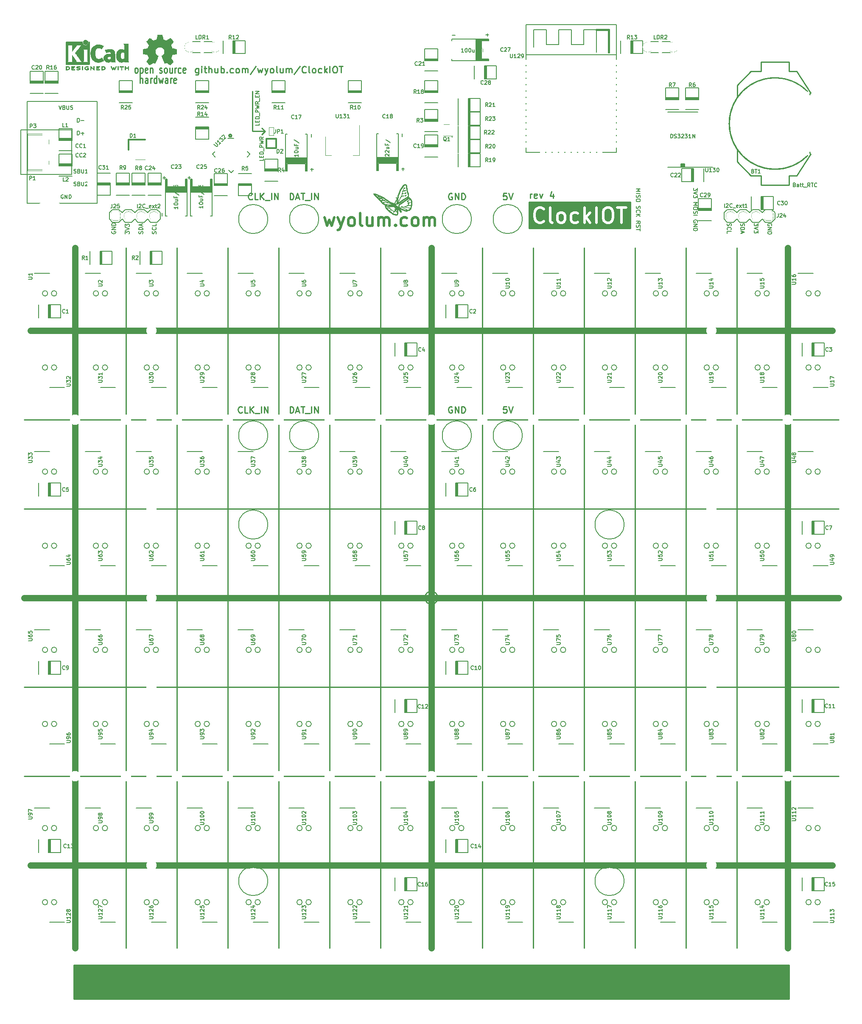
<source format=gto>
G04 #@! TF.GenerationSoftware,KiCad,Pcbnew,5.0.1-33cea8e~68~ubuntu16.04.1*
G04 #@! TF.CreationDate,2018-11-14T20:56:59+05:30*
G04 #@! TF.ProjectId,ClockIOT,436C6F636B494F542E6B696361645F70,rev 3*
G04 #@! TF.SameCoordinates,Original*
G04 #@! TF.FileFunction,Legend,Top*
G04 #@! TF.FilePolarity,Positive*
%FSLAX46Y46*%
G04 Gerber Fmt 4.6, Leading zero omitted, Abs format (unit mm)*
G04 Created by KiCad (PCBNEW 5.0.1-33cea8e~68~ubuntu16.04.1) date Wed Nov 14 20:56:59 2018*
%MOMM*%
%LPD*%
G01*
G04 APERTURE LIST*
%ADD10C,0.127000*%
%ADD11C,0.254000*%
%ADD12C,0.508000*%
%ADD13C,0.150000*%
%ADD14C,1.270000*%
%ADD15C,0.120000*%
%ADD16C,0.100000*%
%ADD17C,0.300000*%
%ADD18C,0.400000*%
%ADD19C,0.200000*%
%ADD20C,0.010000*%
%ADD21C,0.002540*%
%ADD22C,0.152400*%
%ADD23C,0.500000*%
%ADD24R,2.000000X2.000000*%
%ADD25C,2.000000*%
%ADD26C,1.524000*%
%ADD27C,3.302000*%
%ADD28R,3.800000X2.000000*%
%ADD29R,1.500000X2.000000*%
%ADD30O,2.200000X1.100000*%
%ADD31R,1.400000X1.400000*%
%ADD32R,1.350000X0.400000*%
%ADD33C,0.600000*%
%ADD34R,1.400000X1.200000*%
%ADD35R,1.550000X1.350000*%
%ADD36C,18.000000*%
%ADD37R,5.200000X2.200000*%
%ADD38R,1.350000X1.550000*%
%ADD39R,0.600000X0.400000*%
%ADD40R,1.198880X1.198880*%
%ADD41C,5.200000*%
%ADD42C,6.400000*%
%ADD43C,0.800000*%
%ADD44R,2.000000X1.000000*%
%ADD45R,1.000000X2.000000*%
%ADD46R,4.000000X4.000000*%
%ADD47O,2.000000X1.000000*%
%ADD48O,1.000000X2.000000*%
%ADD49C,2.082800*%
%ADD50C,0.508000*%
%ADD51C,1.800000*%
%ADD52C,1.600000*%
%ADD53C,1.270000*%
%ADD54R,1.300480X1.498600*%
%ADD55R,1.998980X0.599440*%
%ADD56R,3.048000X3.048000*%
%ADD57R,0.650000X0.400000*%
%ADD58C,1.675000*%
%ADD59C,0.300000*%
%ADD60C,3.200000*%
G04 APERTURE END LIST*
D10*
X60107285Y-81588428D02*
X60216142Y-81624714D01*
X60397571Y-81624714D01*
X60470142Y-81588428D01*
X60506428Y-81552142D01*
X60542714Y-81479571D01*
X60542714Y-81407000D01*
X60506428Y-81334428D01*
X60470142Y-81298142D01*
X60397571Y-81261857D01*
X60252428Y-81225571D01*
X60179857Y-81189285D01*
X60143571Y-81153000D01*
X60107285Y-81080428D01*
X60107285Y-81007857D01*
X60143571Y-80935285D01*
X60179857Y-80899000D01*
X60252428Y-80862714D01*
X60433857Y-80862714D01*
X60542714Y-80899000D01*
X61123285Y-81225571D02*
X61232142Y-81261857D01*
X61268428Y-81298142D01*
X61304714Y-81370714D01*
X61304714Y-81479571D01*
X61268428Y-81552142D01*
X61232142Y-81588428D01*
X61159571Y-81624714D01*
X60869285Y-81624714D01*
X60869285Y-80862714D01*
X61123285Y-80862714D01*
X61195857Y-80899000D01*
X61232142Y-80935285D01*
X61268428Y-81007857D01*
X61268428Y-81080428D01*
X61232142Y-81153000D01*
X61195857Y-81189285D01*
X61123285Y-81225571D01*
X60869285Y-81225571D01*
X61631285Y-80862714D02*
X61631285Y-81479571D01*
X61667571Y-81552142D01*
X61703857Y-81588428D01*
X61776428Y-81624714D01*
X61921571Y-81624714D01*
X61994142Y-81588428D01*
X62030428Y-81552142D01*
X62066714Y-81479571D01*
X62066714Y-80862714D01*
X62393285Y-80935285D02*
X62429571Y-80899000D01*
X62502142Y-80862714D01*
X62683571Y-80862714D01*
X62756142Y-80899000D01*
X62792428Y-80935285D01*
X62828714Y-81007857D01*
X62828714Y-81080428D01*
X62792428Y-81189285D01*
X62357000Y-81624714D01*
X62828714Y-81624714D01*
X60107285Y-79048428D02*
X60216142Y-79084714D01*
X60397571Y-79084714D01*
X60470142Y-79048428D01*
X60506428Y-79012142D01*
X60542714Y-78939571D01*
X60542714Y-78867000D01*
X60506428Y-78794428D01*
X60470142Y-78758142D01*
X60397571Y-78721857D01*
X60252428Y-78685571D01*
X60179857Y-78649285D01*
X60143571Y-78613000D01*
X60107285Y-78540428D01*
X60107285Y-78467857D01*
X60143571Y-78395285D01*
X60179857Y-78359000D01*
X60252428Y-78322714D01*
X60433857Y-78322714D01*
X60542714Y-78359000D01*
X61123285Y-78685571D02*
X61232142Y-78721857D01*
X61268428Y-78758142D01*
X61304714Y-78830714D01*
X61304714Y-78939571D01*
X61268428Y-79012142D01*
X61232142Y-79048428D01*
X61159571Y-79084714D01*
X60869285Y-79084714D01*
X60869285Y-78322714D01*
X61123285Y-78322714D01*
X61195857Y-78359000D01*
X61232142Y-78395285D01*
X61268428Y-78467857D01*
X61268428Y-78540428D01*
X61232142Y-78613000D01*
X61195857Y-78649285D01*
X61123285Y-78685571D01*
X60869285Y-78685571D01*
X61631285Y-78322714D02*
X61631285Y-78939571D01*
X61667571Y-79012142D01*
X61703857Y-79048428D01*
X61776428Y-79084714D01*
X61921571Y-79084714D01*
X61994142Y-79048428D01*
X62030428Y-79012142D01*
X62066714Y-78939571D01*
X62066714Y-78322714D01*
X62828714Y-79084714D02*
X62393285Y-79084714D01*
X62611000Y-79084714D02*
X62611000Y-78322714D01*
X62538428Y-78431571D01*
X62465857Y-78504142D01*
X62393285Y-78540428D01*
X60960000Y-75837142D02*
X60923714Y-75873428D01*
X60814857Y-75909714D01*
X60742285Y-75909714D01*
X60633428Y-75873428D01*
X60560857Y-75800857D01*
X60524571Y-75728285D01*
X60488285Y-75583142D01*
X60488285Y-75474285D01*
X60524571Y-75329142D01*
X60560857Y-75256571D01*
X60633428Y-75184000D01*
X60742285Y-75147714D01*
X60814857Y-75147714D01*
X60923714Y-75184000D01*
X60960000Y-75220285D01*
X61722000Y-75837142D02*
X61685714Y-75873428D01*
X61576857Y-75909714D01*
X61504285Y-75909714D01*
X61395428Y-75873428D01*
X61322857Y-75800857D01*
X61286571Y-75728285D01*
X61250285Y-75583142D01*
X61250285Y-75474285D01*
X61286571Y-75329142D01*
X61322857Y-75256571D01*
X61395428Y-75184000D01*
X61504285Y-75147714D01*
X61576857Y-75147714D01*
X61685714Y-75184000D01*
X61722000Y-75220285D01*
X62012285Y-75220285D02*
X62048571Y-75184000D01*
X62121142Y-75147714D01*
X62302571Y-75147714D01*
X62375142Y-75184000D01*
X62411428Y-75220285D01*
X62447714Y-75292857D01*
X62447714Y-75365428D01*
X62411428Y-75474285D01*
X61976000Y-75909714D01*
X62447714Y-75909714D01*
X60960000Y-73932142D02*
X60923714Y-73968428D01*
X60814857Y-74004714D01*
X60742285Y-74004714D01*
X60633428Y-73968428D01*
X60560857Y-73895857D01*
X60524571Y-73823285D01*
X60488285Y-73678142D01*
X60488285Y-73569285D01*
X60524571Y-73424142D01*
X60560857Y-73351571D01*
X60633428Y-73279000D01*
X60742285Y-73242714D01*
X60814857Y-73242714D01*
X60923714Y-73279000D01*
X60960000Y-73315285D01*
X61722000Y-73932142D02*
X61685714Y-73968428D01*
X61576857Y-74004714D01*
X61504285Y-74004714D01*
X61395428Y-73968428D01*
X61322857Y-73895857D01*
X61286571Y-73823285D01*
X61250285Y-73678142D01*
X61250285Y-73569285D01*
X61286571Y-73424142D01*
X61322857Y-73351571D01*
X61395428Y-73279000D01*
X61504285Y-73242714D01*
X61576857Y-73242714D01*
X61685714Y-73279000D01*
X61722000Y-73315285D01*
X62447714Y-74004714D02*
X62012285Y-74004714D01*
X62230000Y-74004714D02*
X62230000Y-73242714D01*
X62157428Y-73351571D01*
X62084857Y-73424142D01*
X62012285Y-73460428D01*
X60796714Y-71464714D02*
X60796714Y-70702714D01*
X60978142Y-70702714D01*
X61087000Y-70739000D01*
X61159571Y-70811571D01*
X61195857Y-70884142D01*
X61232142Y-71029285D01*
X61232142Y-71138142D01*
X61195857Y-71283285D01*
X61159571Y-71355857D01*
X61087000Y-71428428D01*
X60978142Y-71464714D01*
X60796714Y-71464714D01*
X61558714Y-71174428D02*
X62139285Y-71174428D01*
X61849000Y-71464714D02*
X61849000Y-70884142D01*
X60796714Y-68924714D02*
X60796714Y-68162714D01*
X60978142Y-68162714D01*
X61087000Y-68199000D01*
X61159571Y-68271571D01*
X61195857Y-68344142D01*
X61232142Y-68489285D01*
X61232142Y-68598142D01*
X61195857Y-68743285D01*
X61159571Y-68815857D01*
X61087000Y-68888428D01*
X60978142Y-68924714D01*
X60796714Y-68924714D01*
X61558714Y-68634428D02*
X62139285Y-68634428D01*
X57966428Y-83439000D02*
X57893857Y-83402714D01*
X57785000Y-83402714D01*
X57676142Y-83439000D01*
X57603571Y-83511571D01*
X57567285Y-83584142D01*
X57531000Y-83729285D01*
X57531000Y-83838142D01*
X57567285Y-83983285D01*
X57603571Y-84055857D01*
X57676142Y-84128428D01*
X57785000Y-84164714D01*
X57857571Y-84164714D01*
X57966428Y-84128428D01*
X58002714Y-84092142D01*
X58002714Y-83838142D01*
X57857571Y-83838142D01*
X58329285Y-84164714D02*
X58329285Y-83402714D01*
X58764714Y-84164714D01*
X58764714Y-83402714D01*
X59127571Y-84164714D02*
X59127571Y-83402714D01*
X59309000Y-83402714D01*
X59417857Y-83439000D01*
X59490428Y-83511571D01*
X59526714Y-83584142D01*
X59563000Y-83729285D01*
X59563000Y-83838142D01*
X59526714Y-83983285D01*
X59490428Y-84055857D01*
X59417857Y-84128428D01*
X59309000Y-84164714D01*
X59127571Y-84164714D01*
X57150000Y-65622714D02*
X57404000Y-66384714D01*
X57658000Y-65622714D01*
X58166000Y-65985571D02*
X58274857Y-66021857D01*
X58311142Y-66058142D01*
X58347428Y-66130714D01*
X58347428Y-66239571D01*
X58311142Y-66312142D01*
X58274857Y-66348428D01*
X58202285Y-66384714D01*
X57912000Y-66384714D01*
X57912000Y-65622714D01*
X58166000Y-65622714D01*
X58238571Y-65659000D01*
X58274857Y-65695285D01*
X58311142Y-65767857D01*
X58311142Y-65840428D01*
X58274857Y-65913000D01*
X58238571Y-65949285D01*
X58166000Y-65985571D01*
X57912000Y-65985571D01*
X58674000Y-65622714D02*
X58674000Y-66239571D01*
X58710285Y-66312142D01*
X58746571Y-66348428D01*
X58819142Y-66384714D01*
X58964285Y-66384714D01*
X59036857Y-66348428D01*
X59073142Y-66312142D01*
X59109428Y-66239571D01*
X59109428Y-65622714D01*
X59436000Y-66348428D02*
X59544857Y-66384714D01*
X59726285Y-66384714D01*
X59798857Y-66348428D01*
X59835142Y-66312142D01*
X59871428Y-66239571D01*
X59871428Y-66167000D01*
X59835142Y-66094428D01*
X59798857Y-66058142D01*
X59726285Y-66021857D01*
X59581142Y-65985571D01*
X59508571Y-65949285D01*
X59472285Y-65913000D01*
X59436000Y-65840428D01*
X59436000Y-65767857D01*
X59472285Y-65695285D01*
X59508571Y-65659000D01*
X59581142Y-65622714D01*
X59762571Y-65622714D01*
X59871428Y-65659000D01*
D11*
X151160176Y-84074523D02*
X151160176Y-83227857D01*
X151160176Y-83469761D02*
X151224280Y-83348809D01*
X151288385Y-83288333D01*
X151416595Y-83227857D01*
X151544804Y-83227857D01*
X152506376Y-84014047D02*
X152378166Y-84074523D01*
X152121747Y-84074523D01*
X151993538Y-84014047D01*
X151929433Y-83893095D01*
X151929433Y-83409285D01*
X151993538Y-83288333D01*
X152121747Y-83227857D01*
X152378166Y-83227857D01*
X152506376Y-83288333D01*
X152570480Y-83409285D01*
X152570480Y-83530238D01*
X151929433Y-83651190D01*
X153019214Y-83227857D02*
X153339738Y-84074523D01*
X153660261Y-83227857D01*
X155775719Y-83227857D02*
X155775719Y-84074523D01*
X155455195Y-82744047D02*
X155134671Y-83651190D01*
X155968033Y-83651190D01*
X98250000Y-70750000D02*
X95750000Y-70750000D01*
X146443095Y-83124523D02*
X145838333Y-83124523D01*
X145777857Y-83729285D01*
X145838333Y-83668809D01*
X145959285Y-83608333D01*
X146261666Y-83608333D01*
X146382619Y-83668809D01*
X146443095Y-83729285D01*
X146503571Y-83850238D01*
X146503571Y-84152619D01*
X146443095Y-84273571D01*
X146382619Y-84334047D01*
X146261666Y-84394523D01*
X145959285Y-84394523D01*
X145838333Y-84334047D01*
X145777857Y-84273571D01*
X146866428Y-83124523D02*
X147289761Y-84394523D01*
X147713095Y-83124523D01*
X103232857Y-84394523D02*
X103232857Y-83124523D01*
X103535238Y-83124523D01*
X103716666Y-83185000D01*
X103837619Y-83305952D01*
X103898095Y-83426904D01*
X103958571Y-83668809D01*
X103958571Y-83850238D01*
X103898095Y-84092142D01*
X103837619Y-84213095D01*
X103716666Y-84334047D01*
X103535238Y-84394523D01*
X103232857Y-84394523D01*
X104442380Y-84031666D02*
X105047142Y-84031666D01*
X104321428Y-84394523D02*
X104744761Y-83124523D01*
X105168095Y-84394523D01*
X105410000Y-83124523D02*
X106135714Y-83124523D01*
X105772857Y-84394523D02*
X105772857Y-83124523D01*
X106256666Y-84515476D02*
X107224285Y-84515476D01*
X107526666Y-84394523D02*
X107526666Y-83124523D01*
X108131428Y-84394523D02*
X108131428Y-83124523D01*
X108857142Y-84394523D01*
X108857142Y-83124523D01*
X135557380Y-83185000D02*
X135436428Y-83124523D01*
X135255000Y-83124523D01*
X135073571Y-83185000D01*
X134952619Y-83305952D01*
X134892142Y-83426904D01*
X134831666Y-83668809D01*
X134831666Y-83850238D01*
X134892142Y-84092142D01*
X134952619Y-84213095D01*
X135073571Y-84334047D01*
X135255000Y-84394523D01*
X135375952Y-84394523D01*
X135557380Y-84334047D01*
X135617857Y-84273571D01*
X135617857Y-83850238D01*
X135375952Y-83850238D01*
X136162142Y-84394523D02*
X136162142Y-83124523D01*
X136887857Y-84394523D01*
X136887857Y-83124523D01*
X137492619Y-84394523D02*
X137492619Y-83124523D01*
X137795000Y-83124523D01*
X137976428Y-83185000D01*
X138097380Y-83305952D01*
X138157857Y-83426904D01*
X138218333Y-83668809D01*
X138218333Y-83850238D01*
X138157857Y-84092142D01*
X138097380Y-84213095D01*
X137976428Y-84334047D01*
X137795000Y-84394523D01*
X137492619Y-84394523D01*
X95709619Y-84273571D02*
X95649142Y-84334047D01*
X95467714Y-84394523D01*
X95346761Y-84394523D01*
X95165333Y-84334047D01*
X95044380Y-84213095D01*
X94983904Y-84092142D01*
X94923428Y-83850238D01*
X94923428Y-83668809D01*
X94983904Y-83426904D01*
X95044380Y-83305952D01*
X95165333Y-83185000D01*
X95346761Y-83124523D01*
X95467714Y-83124523D01*
X95649142Y-83185000D01*
X95709619Y-83245476D01*
X96858666Y-84394523D02*
X96253904Y-84394523D01*
X96253904Y-83124523D01*
X97282000Y-84394523D02*
X97282000Y-83124523D01*
X98007714Y-84394523D02*
X97463428Y-83668809D01*
X98007714Y-83124523D02*
X97282000Y-83850238D01*
X98249619Y-84515476D02*
X99217238Y-84515476D01*
X99519619Y-84394523D02*
X99519619Y-83124523D01*
X100124380Y-84394523D02*
X100124380Y-83124523D01*
X100850095Y-84394523D01*
X100850095Y-83124523D01*
X95750000Y-70750000D02*
X95750000Y-62750000D01*
X98250000Y-70750000D02*
X97615000Y-71385000D01*
X98250000Y-70750000D02*
X97615000Y-70115000D01*
D12*
X110122380Y-87955714D02*
X110606190Y-89649047D01*
X111090000Y-88439523D01*
X111573809Y-89649047D01*
X112057619Y-87955714D01*
X112783333Y-87955714D02*
X113388095Y-89649047D01*
X113992857Y-87955714D02*
X113388095Y-89649047D01*
X113146190Y-90253809D01*
X113025238Y-90374761D01*
X112783333Y-90495714D01*
X115323333Y-89649047D02*
X115081428Y-89528095D01*
X114960476Y-89407142D01*
X114839523Y-89165238D01*
X114839523Y-88439523D01*
X114960476Y-88197619D01*
X115081428Y-88076666D01*
X115323333Y-87955714D01*
X115686190Y-87955714D01*
X115928095Y-88076666D01*
X116049047Y-88197619D01*
X116170000Y-88439523D01*
X116170000Y-89165238D01*
X116049047Y-89407142D01*
X115928095Y-89528095D01*
X115686190Y-89649047D01*
X115323333Y-89649047D01*
X117621428Y-89649047D02*
X117379523Y-89528095D01*
X117258571Y-89286190D01*
X117258571Y-87109047D01*
X119677619Y-87955714D02*
X119677619Y-89649047D01*
X118589047Y-87955714D02*
X118589047Y-89286190D01*
X118710000Y-89528095D01*
X118951904Y-89649047D01*
X119314761Y-89649047D01*
X119556666Y-89528095D01*
X119677619Y-89407142D01*
X120887142Y-89649047D02*
X120887142Y-87955714D01*
X120887142Y-88197619D02*
X121008095Y-88076666D01*
X121250000Y-87955714D01*
X121612857Y-87955714D01*
X121854761Y-88076666D01*
X121975714Y-88318571D01*
X121975714Y-89649047D01*
X121975714Y-88318571D02*
X122096666Y-88076666D01*
X122338571Y-87955714D01*
X122701428Y-87955714D01*
X122943333Y-88076666D01*
X123064285Y-88318571D01*
X123064285Y-89649047D01*
X124273809Y-89407142D02*
X124394761Y-89528095D01*
X124273809Y-89649047D01*
X124152857Y-89528095D01*
X124273809Y-89407142D01*
X124273809Y-89649047D01*
X126571904Y-89528095D02*
X126330000Y-89649047D01*
X125846190Y-89649047D01*
X125604285Y-89528095D01*
X125483333Y-89407142D01*
X125362380Y-89165238D01*
X125362380Y-88439523D01*
X125483333Y-88197619D01*
X125604285Y-88076666D01*
X125846190Y-87955714D01*
X126330000Y-87955714D01*
X126571904Y-88076666D01*
X128023333Y-89649047D02*
X127781428Y-89528095D01*
X127660476Y-89407142D01*
X127539523Y-89165238D01*
X127539523Y-88439523D01*
X127660476Y-88197619D01*
X127781428Y-88076666D01*
X128023333Y-87955714D01*
X128386190Y-87955714D01*
X128628095Y-88076666D01*
X128749047Y-88197619D01*
X128870000Y-88439523D01*
X128870000Y-89165238D01*
X128749047Y-89407142D01*
X128628095Y-89528095D01*
X128386190Y-89649047D01*
X128023333Y-89649047D01*
X129958571Y-89649047D02*
X129958571Y-87955714D01*
X129958571Y-88197619D02*
X130079523Y-88076666D01*
X130321428Y-87955714D01*
X130684285Y-87955714D01*
X130926190Y-88076666D01*
X131047142Y-88318571D01*
X131047142Y-89649047D01*
X131047142Y-88318571D02*
X131168095Y-88076666D01*
X131410000Y-87955714D01*
X131772857Y-87955714D01*
X132014761Y-88076666D01*
X132135714Y-88318571D01*
X132135714Y-89649047D01*
D11*
X72458642Y-59109428D02*
X72349785Y-59036857D01*
X72295357Y-58964285D01*
X72240928Y-58819142D01*
X72240928Y-58383714D01*
X72295357Y-58238571D01*
X72349785Y-58166000D01*
X72458642Y-58093428D01*
X72621928Y-58093428D01*
X72730785Y-58166000D01*
X72785214Y-58238571D01*
X72839642Y-58383714D01*
X72839642Y-58819142D01*
X72785214Y-58964285D01*
X72730785Y-59036857D01*
X72621928Y-59109428D01*
X72458642Y-59109428D01*
X73329500Y-58093428D02*
X73329500Y-59617428D01*
X73329500Y-58166000D02*
X73438357Y-58093428D01*
X73656071Y-58093428D01*
X73764928Y-58166000D01*
X73819357Y-58238571D01*
X73873785Y-58383714D01*
X73873785Y-58819142D01*
X73819357Y-58964285D01*
X73764928Y-59036857D01*
X73656071Y-59109428D01*
X73438357Y-59109428D01*
X73329500Y-59036857D01*
X74799071Y-59036857D02*
X74690214Y-59109428D01*
X74472500Y-59109428D01*
X74363642Y-59036857D01*
X74309214Y-58891714D01*
X74309214Y-58311142D01*
X74363642Y-58166000D01*
X74472500Y-58093428D01*
X74690214Y-58093428D01*
X74799071Y-58166000D01*
X74853500Y-58311142D01*
X74853500Y-58456285D01*
X74309214Y-58601428D01*
X75343357Y-58093428D02*
X75343357Y-59109428D01*
X75343357Y-58238571D02*
X75397785Y-58166000D01*
X75506642Y-58093428D01*
X75669928Y-58093428D01*
X75778785Y-58166000D01*
X75833214Y-58311142D01*
X75833214Y-59109428D01*
X77193928Y-59036857D02*
X77302785Y-59109428D01*
X77520500Y-59109428D01*
X77629357Y-59036857D01*
X77683785Y-58891714D01*
X77683785Y-58819142D01*
X77629357Y-58674000D01*
X77520500Y-58601428D01*
X77357214Y-58601428D01*
X77248357Y-58528857D01*
X77193928Y-58383714D01*
X77193928Y-58311142D01*
X77248357Y-58166000D01*
X77357214Y-58093428D01*
X77520500Y-58093428D01*
X77629357Y-58166000D01*
X78336928Y-59109428D02*
X78228071Y-59036857D01*
X78173642Y-58964285D01*
X78119214Y-58819142D01*
X78119214Y-58383714D01*
X78173642Y-58238571D01*
X78228071Y-58166000D01*
X78336928Y-58093428D01*
X78500214Y-58093428D01*
X78609071Y-58166000D01*
X78663500Y-58238571D01*
X78717928Y-58383714D01*
X78717928Y-58819142D01*
X78663500Y-58964285D01*
X78609071Y-59036857D01*
X78500214Y-59109428D01*
X78336928Y-59109428D01*
X79697642Y-58093428D02*
X79697642Y-59109428D01*
X79207785Y-58093428D02*
X79207785Y-58891714D01*
X79262214Y-59036857D01*
X79371071Y-59109428D01*
X79534357Y-59109428D01*
X79643214Y-59036857D01*
X79697642Y-58964285D01*
X80241928Y-59109428D02*
X80241928Y-58093428D01*
X80241928Y-58383714D02*
X80296357Y-58238571D01*
X80350785Y-58166000D01*
X80459642Y-58093428D01*
X80568500Y-58093428D01*
X81439357Y-59036857D02*
X81330500Y-59109428D01*
X81112785Y-59109428D01*
X81003928Y-59036857D01*
X80949500Y-58964285D01*
X80895071Y-58819142D01*
X80895071Y-58383714D01*
X80949500Y-58238571D01*
X81003928Y-58166000D01*
X81112785Y-58093428D01*
X81330500Y-58093428D01*
X81439357Y-58166000D01*
X82364642Y-59036857D02*
X82255785Y-59109428D01*
X82038071Y-59109428D01*
X81929214Y-59036857D01*
X81874785Y-58891714D01*
X81874785Y-58311142D01*
X81929214Y-58166000D01*
X82038071Y-58093428D01*
X82255785Y-58093428D01*
X82364642Y-58166000D01*
X82419071Y-58311142D01*
X82419071Y-58456285D01*
X81874785Y-58601428D01*
X73331314Y-61166828D02*
X73331314Y-59642828D01*
X73821171Y-61166828D02*
X73821171Y-60368542D01*
X73766742Y-60223400D01*
X73657885Y-60150828D01*
X73494600Y-60150828D01*
X73385742Y-60223400D01*
X73331314Y-60295971D01*
X74855314Y-61166828D02*
X74855314Y-60368542D01*
X74800885Y-60223400D01*
X74692028Y-60150828D01*
X74474314Y-60150828D01*
X74365457Y-60223400D01*
X74855314Y-61094257D02*
X74746457Y-61166828D01*
X74474314Y-61166828D01*
X74365457Y-61094257D01*
X74311028Y-60949114D01*
X74311028Y-60803971D01*
X74365457Y-60658828D01*
X74474314Y-60586257D01*
X74746457Y-60586257D01*
X74855314Y-60513685D01*
X75399600Y-61166828D02*
X75399600Y-60150828D01*
X75399600Y-60441114D02*
X75454028Y-60295971D01*
X75508457Y-60223400D01*
X75617314Y-60150828D01*
X75726171Y-60150828D01*
X76597028Y-61166828D02*
X76597028Y-59642828D01*
X76597028Y-61094257D02*
X76488171Y-61166828D01*
X76270457Y-61166828D01*
X76161600Y-61094257D01*
X76107171Y-61021685D01*
X76052742Y-60876542D01*
X76052742Y-60441114D01*
X76107171Y-60295971D01*
X76161600Y-60223400D01*
X76270457Y-60150828D01*
X76488171Y-60150828D01*
X76597028Y-60223400D01*
X77032457Y-60150828D02*
X77250171Y-61166828D01*
X77467885Y-60441114D01*
X77685600Y-61166828D01*
X77903314Y-60150828D01*
X78828600Y-61166828D02*
X78828600Y-60368542D01*
X78774171Y-60223400D01*
X78665314Y-60150828D01*
X78447600Y-60150828D01*
X78338742Y-60223400D01*
X78828600Y-61094257D02*
X78719742Y-61166828D01*
X78447600Y-61166828D01*
X78338742Y-61094257D01*
X78284314Y-60949114D01*
X78284314Y-60803971D01*
X78338742Y-60658828D01*
X78447600Y-60586257D01*
X78719742Y-60586257D01*
X78828600Y-60513685D01*
X79372885Y-61166828D02*
X79372885Y-60150828D01*
X79372885Y-60441114D02*
X79427314Y-60295971D01*
X79481742Y-60223400D01*
X79590600Y-60150828D01*
X79699457Y-60150828D01*
X80515885Y-61094257D02*
X80407028Y-61166828D01*
X80189314Y-61166828D01*
X80080457Y-61094257D01*
X80026028Y-60949114D01*
X80026028Y-60368542D01*
X80080457Y-60223400D01*
X80189314Y-60150828D01*
X80407028Y-60150828D01*
X80515885Y-60223400D01*
X80570314Y-60368542D01*
X80570314Y-60513685D01*
X80026028Y-60658828D01*
X84961057Y-58227857D02*
X84961057Y-59255952D01*
X84896952Y-59376904D01*
X84832847Y-59437380D01*
X84704638Y-59497857D01*
X84512323Y-59497857D01*
X84384114Y-59437380D01*
X84961057Y-59014047D02*
X84832847Y-59074523D01*
X84576428Y-59074523D01*
X84448219Y-59014047D01*
X84384114Y-58953571D01*
X84320009Y-58832619D01*
X84320009Y-58469761D01*
X84384114Y-58348809D01*
X84448219Y-58288333D01*
X84576428Y-58227857D01*
X84832847Y-58227857D01*
X84961057Y-58288333D01*
X85602104Y-59074523D02*
X85602104Y-58227857D01*
X85602104Y-57804523D02*
X85538000Y-57865000D01*
X85602104Y-57925476D01*
X85666209Y-57865000D01*
X85602104Y-57804523D01*
X85602104Y-57925476D01*
X86050838Y-58227857D02*
X86563676Y-58227857D01*
X86243152Y-57804523D02*
X86243152Y-58893095D01*
X86307257Y-59014047D01*
X86435466Y-59074523D01*
X86563676Y-59074523D01*
X87012409Y-59074523D02*
X87012409Y-57804523D01*
X87589352Y-59074523D02*
X87589352Y-58409285D01*
X87525247Y-58288333D01*
X87397038Y-58227857D01*
X87204723Y-58227857D01*
X87076514Y-58288333D01*
X87012409Y-58348809D01*
X88807342Y-58227857D02*
X88807342Y-59074523D01*
X88230400Y-58227857D02*
X88230400Y-58893095D01*
X88294504Y-59014047D01*
X88422714Y-59074523D01*
X88615028Y-59074523D01*
X88743238Y-59014047D01*
X88807342Y-58953571D01*
X89448390Y-59074523D02*
X89448390Y-57804523D01*
X89448390Y-58288333D02*
X89576600Y-58227857D01*
X89833019Y-58227857D01*
X89961228Y-58288333D01*
X90025333Y-58348809D01*
X90089438Y-58469761D01*
X90089438Y-58832619D01*
X90025333Y-58953571D01*
X89961228Y-59014047D01*
X89833019Y-59074523D01*
X89576600Y-59074523D01*
X89448390Y-59014047D01*
X90666380Y-58953571D02*
X90730485Y-59014047D01*
X90666380Y-59074523D01*
X90602276Y-59014047D01*
X90666380Y-58953571D01*
X90666380Y-59074523D01*
X91884371Y-59014047D02*
X91756161Y-59074523D01*
X91499742Y-59074523D01*
X91371533Y-59014047D01*
X91307428Y-58953571D01*
X91243323Y-58832619D01*
X91243323Y-58469761D01*
X91307428Y-58348809D01*
X91371533Y-58288333D01*
X91499742Y-58227857D01*
X91756161Y-58227857D01*
X91884371Y-58288333D01*
X92653628Y-59074523D02*
X92525419Y-59014047D01*
X92461314Y-58953571D01*
X92397209Y-58832619D01*
X92397209Y-58469761D01*
X92461314Y-58348809D01*
X92525419Y-58288333D01*
X92653628Y-58227857D01*
X92845942Y-58227857D01*
X92974152Y-58288333D01*
X93038257Y-58348809D01*
X93102361Y-58469761D01*
X93102361Y-58832619D01*
X93038257Y-58953571D01*
X92974152Y-59014047D01*
X92845942Y-59074523D01*
X92653628Y-59074523D01*
X93679304Y-59074523D02*
X93679304Y-58227857D01*
X93679304Y-58348809D02*
X93743409Y-58288333D01*
X93871619Y-58227857D01*
X94063933Y-58227857D01*
X94192142Y-58288333D01*
X94256247Y-58409285D01*
X94256247Y-59074523D01*
X94256247Y-58409285D02*
X94320352Y-58288333D01*
X94448561Y-58227857D01*
X94640876Y-58227857D01*
X94769085Y-58288333D01*
X94833190Y-58409285D01*
X94833190Y-59074523D01*
X96435809Y-57744047D02*
X95281923Y-59376904D01*
X96756333Y-58227857D02*
X97012752Y-59074523D01*
X97269171Y-58469761D01*
X97525590Y-59074523D01*
X97782009Y-58227857D01*
X98166638Y-58227857D02*
X98487161Y-59074523D01*
X98807685Y-58227857D02*
X98487161Y-59074523D01*
X98358952Y-59376904D01*
X98294847Y-59437380D01*
X98166638Y-59497857D01*
X99512838Y-59074523D02*
X99384628Y-59014047D01*
X99320523Y-58953571D01*
X99256419Y-58832619D01*
X99256419Y-58469761D01*
X99320523Y-58348809D01*
X99384628Y-58288333D01*
X99512838Y-58227857D01*
X99705152Y-58227857D01*
X99833361Y-58288333D01*
X99897466Y-58348809D01*
X99961571Y-58469761D01*
X99961571Y-58832619D01*
X99897466Y-58953571D01*
X99833361Y-59014047D01*
X99705152Y-59074523D01*
X99512838Y-59074523D01*
X100730828Y-59074523D02*
X100602619Y-59014047D01*
X100538514Y-58893095D01*
X100538514Y-57804523D01*
X101820609Y-58227857D02*
X101820609Y-59074523D01*
X101243666Y-58227857D02*
X101243666Y-58893095D01*
X101307771Y-59014047D01*
X101435980Y-59074523D01*
X101628295Y-59074523D01*
X101756504Y-59014047D01*
X101820609Y-58953571D01*
X102461657Y-59074523D02*
X102461657Y-58227857D01*
X102461657Y-58348809D02*
X102525761Y-58288333D01*
X102653971Y-58227857D01*
X102846285Y-58227857D01*
X102974495Y-58288333D01*
X103038600Y-58409285D01*
X103038600Y-59074523D01*
X103038600Y-58409285D02*
X103102704Y-58288333D01*
X103230914Y-58227857D01*
X103423228Y-58227857D01*
X103551438Y-58288333D01*
X103615542Y-58409285D01*
X103615542Y-59074523D01*
X105218161Y-57744047D02*
X104064276Y-59376904D01*
X106436152Y-58953571D02*
X106372047Y-59014047D01*
X106179733Y-59074523D01*
X106051523Y-59074523D01*
X105859209Y-59014047D01*
X105731000Y-58893095D01*
X105666895Y-58772142D01*
X105602790Y-58530238D01*
X105602790Y-58348809D01*
X105666895Y-58106904D01*
X105731000Y-57985952D01*
X105859209Y-57865000D01*
X106051523Y-57804523D01*
X106179733Y-57804523D01*
X106372047Y-57865000D01*
X106436152Y-57925476D01*
X107205409Y-59074523D02*
X107077200Y-59014047D01*
X107013095Y-58893095D01*
X107013095Y-57804523D01*
X107910561Y-59074523D02*
X107782352Y-59014047D01*
X107718247Y-58953571D01*
X107654142Y-58832619D01*
X107654142Y-58469761D01*
X107718247Y-58348809D01*
X107782352Y-58288333D01*
X107910561Y-58227857D01*
X108102876Y-58227857D01*
X108231085Y-58288333D01*
X108295190Y-58348809D01*
X108359295Y-58469761D01*
X108359295Y-58832619D01*
X108295190Y-58953571D01*
X108231085Y-59014047D01*
X108102876Y-59074523D01*
X107910561Y-59074523D01*
X109513180Y-59014047D02*
X109384971Y-59074523D01*
X109128552Y-59074523D01*
X109000342Y-59014047D01*
X108936238Y-58953571D01*
X108872133Y-58832619D01*
X108872133Y-58469761D01*
X108936238Y-58348809D01*
X109000342Y-58288333D01*
X109128552Y-58227857D01*
X109384971Y-58227857D01*
X109513180Y-58288333D01*
X110090123Y-59074523D02*
X110090123Y-57804523D01*
X110218333Y-58590714D02*
X110602961Y-59074523D01*
X110602961Y-58227857D02*
X110090123Y-58711666D01*
X111179904Y-59074523D02*
X111179904Y-57804523D01*
X112077371Y-57804523D02*
X112333790Y-57804523D01*
X112462000Y-57865000D01*
X112590209Y-57985952D01*
X112654314Y-58227857D01*
X112654314Y-58651190D01*
X112590209Y-58893095D01*
X112462000Y-59014047D01*
X112333790Y-59074523D01*
X112077371Y-59074523D01*
X111949161Y-59014047D01*
X111820952Y-58893095D01*
X111756847Y-58651190D01*
X111756847Y-58227857D01*
X111820952Y-57985952D01*
X111949161Y-57865000D01*
X112077371Y-57804523D01*
X113038942Y-57804523D02*
X113808200Y-57804523D01*
X113423571Y-59074523D02*
X113423571Y-57804523D01*
D13*
X67686000Y-90732976D02*
X67647904Y-90809166D01*
X67647904Y-90923452D01*
X67686000Y-91037738D01*
X67762190Y-91113928D01*
X67838380Y-91152023D01*
X67990761Y-91190119D01*
X68105047Y-91190119D01*
X68257428Y-91152023D01*
X68333619Y-91113928D01*
X68409809Y-91037738D01*
X68447904Y-90923452D01*
X68447904Y-90847261D01*
X68409809Y-90732976D01*
X68371714Y-90694880D01*
X68105047Y-90694880D01*
X68105047Y-90847261D01*
X68447904Y-90352023D02*
X67647904Y-90352023D01*
X68447904Y-89894880D01*
X67647904Y-89894880D01*
X68447904Y-89513928D02*
X67647904Y-89513928D01*
X67647904Y-89323452D01*
X67686000Y-89209166D01*
X67762190Y-89132976D01*
X67838380Y-89094880D01*
X67990761Y-89056785D01*
X68105047Y-89056785D01*
X68257428Y-89094880D01*
X68333619Y-89132976D01*
X68409809Y-89209166D01*
X68447904Y-89323452D01*
X68447904Y-89513928D01*
X70347904Y-91228214D02*
X70347904Y-90732976D01*
X70652666Y-90999642D01*
X70652666Y-90885357D01*
X70690761Y-90809166D01*
X70728857Y-90771071D01*
X70805047Y-90732976D01*
X70995523Y-90732976D01*
X71071714Y-90771071D01*
X71109809Y-90809166D01*
X71147904Y-90885357D01*
X71147904Y-91113928D01*
X71109809Y-91190119D01*
X71071714Y-91228214D01*
X70347904Y-90504404D02*
X71147904Y-90237738D01*
X70347904Y-89971071D01*
X70347904Y-89780595D02*
X70347904Y-89285357D01*
X70652666Y-89552023D01*
X70652666Y-89437738D01*
X70690761Y-89361547D01*
X70728857Y-89323452D01*
X70805047Y-89285357D01*
X70995523Y-89285357D01*
X71071714Y-89323452D01*
X71109809Y-89361547D01*
X71147904Y-89437738D01*
X71147904Y-89666309D01*
X71109809Y-89742500D01*
X71071714Y-89780595D01*
X73809809Y-91190119D02*
X73847904Y-91075833D01*
X73847904Y-90885357D01*
X73809809Y-90809166D01*
X73771714Y-90771071D01*
X73695523Y-90732976D01*
X73619333Y-90732976D01*
X73543142Y-90771071D01*
X73505047Y-90809166D01*
X73466952Y-90885357D01*
X73428857Y-91037738D01*
X73390761Y-91113928D01*
X73352666Y-91152023D01*
X73276476Y-91190119D01*
X73200285Y-91190119D01*
X73124095Y-91152023D01*
X73086000Y-91113928D01*
X73047904Y-91037738D01*
X73047904Y-90847261D01*
X73086000Y-90732976D01*
X73847904Y-90390119D02*
X73047904Y-90390119D01*
X73047904Y-90199642D01*
X73086000Y-90085357D01*
X73162190Y-90009166D01*
X73238380Y-89971071D01*
X73390761Y-89932976D01*
X73505047Y-89932976D01*
X73657428Y-89971071D01*
X73733619Y-90009166D01*
X73809809Y-90085357D01*
X73847904Y-90199642D01*
X73847904Y-90390119D01*
X73619333Y-89628214D02*
X73619333Y-89247261D01*
X73847904Y-89704404D02*
X73047904Y-89437738D01*
X73847904Y-89171071D01*
X76509809Y-91190119D02*
X76547904Y-91075833D01*
X76547904Y-90885357D01*
X76509809Y-90809166D01*
X76471714Y-90771071D01*
X76395523Y-90732976D01*
X76319333Y-90732976D01*
X76243142Y-90771071D01*
X76205047Y-90809166D01*
X76166952Y-90885357D01*
X76128857Y-91037738D01*
X76090761Y-91113928D01*
X76052666Y-91152023D01*
X75976476Y-91190119D01*
X75900285Y-91190119D01*
X75824095Y-91152023D01*
X75786000Y-91113928D01*
X75747904Y-91037738D01*
X75747904Y-90847261D01*
X75786000Y-90732976D01*
X76471714Y-89932976D02*
X76509809Y-89971071D01*
X76547904Y-90085357D01*
X76547904Y-90161547D01*
X76509809Y-90275833D01*
X76433619Y-90352023D01*
X76357428Y-90390119D01*
X76205047Y-90428214D01*
X76090761Y-90428214D01*
X75938380Y-90390119D01*
X75862190Y-90352023D01*
X75786000Y-90275833D01*
X75747904Y-90161547D01*
X75747904Y-90085357D01*
X75786000Y-89971071D01*
X75824095Y-89932976D01*
X76547904Y-89209166D02*
X76547904Y-89590119D01*
X75747904Y-89590119D01*
X172358095Y-82226666D02*
X173158095Y-82226666D01*
X172586666Y-82493333D01*
X173158095Y-82760000D01*
X172358095Y-82760000D01*
X172358095Y-83140952D02*
X173158095Y-83140952D01*
X172396190Y-83483809D02*
X172358095Y-83598095D01*
X172358095Y-83788571D01*
X172396190Y-83864761D01*
X172434285Y-83902857D01*
X172510476Y-83940952D01*
X172586666Y-83940952D01*
X172662857Y-83902857D01*
X172700952Y-83864761D01*
X172739047Y-83788571D01*
X172777142Y-83636190D01*
X172815238Y-83560000D01*
X172853333Y-83521904D01*
X172929523Y-83483809D01*
X173005714Y-83483809D01*
X173081904Y-83521904D01*
X173120000Y-83560000D01*
X173158095Y-83636190D01*
X173158095Y-83826666D01*
X173120000Y-83940952D01*
X173158095Y-84436190D02*
X173158095Y-84588571D01*
X173120000Y-84664761D01*
X173043809Y-84740952D01*
X172891428Y-84779047D01*
X172624761Y-84779047D01*
X172472380Y-84740952D01*
X172396190Y-84664761D01*
X172358095Y-84588571D01*
X172358095Y-84436190D01*
X172396190Y-84360000D01*
X172472380Y-84283809D01*
X172624761Y-84245714D01*
X172891428Y-84245714D01*
X173043809Y-84283809D01*
X173120000Y-84360000D01*
X173158095Y-84436190D01*
X172396190Y-85693333D02*
X172358095Y-85807619D01*
X172358095Y-85998095D01*
X172396190Y-86074285D01*
X172434285Y-86112380D01*
X172510476Y-86150476D01*
X172586666Y-86150476D01*
X172662857Y-86112380D01*
X172700952Y-86074285D01*
X172739047Y-85998095D01*
X172777142Y-85845714D01*
X172815238Y-85769523D01*
X172853333Y-85731428D01*
X172929523Y-85693333D01*
X173005714Y-85693333D01*
X173081904Y-85731428D01*
X173120000Y-85769523D01*
X173158095Y-85845714D01*
X173158095Y-86036190D01*
X173120000Y-86150476D01*
X172434285Y-86950476D02*
X172396190Y-86912380D01*
X172358095Y-86798095D01*
X172358095Y-86721904D01*
X172396190Y-86607619D01*
X172472380Y-86531428D01*
X172548571Y-86493333D01*
X172700952Y-86455238D01*
X172815238Y-86455238D01*
X172967619Y-86493333D01*
X173043809Y-86531428D01*
X173120000Y-86607619D01*
X173158095Y-86721904D01*
X173158095Y-86798095D01*
X173120000Y-86912380D01*
X173081904Y-86950476D01*
X172358095Y-87293333D02*
X173158095Y-87293333D01*
X172358095Y-87750476D02*
X172815238Y-87407619D01*
X173158095Y-87750476D02*
X172700952Y-87293333D01*
X172358095Y-89160000D02*
X172739047Y-88893333D01*
X172358095Y-88702857D02*
X173158095Y-88702857D01*
X173158095Y-89007619D01*
X173120000Y-89083809D01*
X173081904Y-89121904D01*
X173005714Y-89160000D01*
X172891428Y-89160000D01*
X172815238Y-89121904D01*
X172777142Y-89083809D01*
X172739047Y-89007619D01*
X172739047Y-88702857D01*
X172396190Y-89464761D02*
X172358095Y-89579047D01*
X172358095Y-89769523D01*
X172396190Y-89845714D01*
X172434285Y-89883809D01*
X172510476Y-89921904D01*
X172586666Y-89921904D01*
X172662857Y-89883809D01*
X172700952Y-89845714D01*
X172739047Y-89769523D01*
X172777142Y-89617142D01*
X172815238Y-89540952D01*
X172853333Y-89502857D01*
X172929523Y-89464761D01*
X173005714Y-89464761D01*
X173081904Y-89502857D01*
X173120000Y-89540952D01*
X173158095Y-89617142D01*
X173158095Y-89807619D01*
X173120000Y-89921904D01*
X173158095Y-90150476D02*
X173158095Y-90607619D01*
X172358095Y-90379047D02*
X173158095Y-90379047D01*
X199350000Y-89607023D02*
X199388095Y-89530833D01*
X199388095Y-89416547D01*
X199350000Y-89302261D01*
X199273809Y-89226071D01*
X199197619Y-89187976D01*
X199045238Y-89149880D01*
X198930952Y-89149880D01*
X198778571Y-89187976D01*
X198702380Y-89226071D01*
X198626190Y-89302261D01*
X198588095Y-89416547D01*
X198588095Y-89492738D01*
X198626190Y-89607023D01*
X198664285Y-89645119D01*
X198930952Y-89645119D01*
X198930952Y-89492738D01*
X198588095Y-89987976D02*
X199388095Y-89987976D01*
X198588095Y-90445119D01*
X199388095Y-90445119D01*
X198588095Y-90826071D02*
X199388095Y-90826071D01*
X199388095Y-91016547D01*
X199350000Y-91130833D01*
X199273809Y-91207023D01*
X199197619Y-91245119D01*
X199045238Y-91283214D01*
X198930952Y-91283214D01*
X198778571Y-91245119D01*
X198702380Y-91207023D01*
X198626190Y-91130833D01*
X198588095Y-91016547D01*
X198588095Y-90826071D01*
X196688095Y-89111785D02*
X196688095Y-89607023D01*
X196383333Y-89340357D01*
X196383333Y-89454642D01*
X196345238Y-89530833D01*
X196307142Y-89568928D01*
X196230952Y-89607023D01*
X196040476Y-89607023D01*
X195964285Y-89568928D01*
X195926190Y-89530833D01*
X195888095Y-89454642D01*
X195888095Y-89226071D01*
X195926190Y-89149880D01*
X195964285Y-89111785D01*
X196688095Y-89835595D02*
X195888095Y-90102261D01*
X196688095Y-90368928D01*
X196688095Y-90559404D02*
X196688095Y-91054642D01*
X196383333Y-90787976D01*
X196383333Y-90902261D01*
X196345238Y-90978452D01*
X196307142Y-91016547D01*
X196230952Y-91054642D01*
X196040476Y-91054642D01*
X195964285Y-91016547D01*
X195926190Y-90978452D01*
X195888095Y-90902261D01*
X195888095Y-90673690D01*
X195926190Y-90597500D01*
X195964285Y-90559404D01*
X193226190Y-89149880D02*
X193188095Y-89264166D01*
X193188095Y-89454642D01*
X193226190Y-89530833D01*
X193264285Y-89568928D01*
X193340476Y-89607023D01*
X193416666Y-89607023D01*
X193492857Y-89568928D01*
X193530952Y-89530833D01*
X193569047Y-89454642D01*
X193607142Y-89302261D01*
X193645238Y-89226071D01*
X193683333Y-89187976D01*
X193759523Y-89149880D01*
X193835714Y-89149880D01*
X193911904Y-89187976D01*
X193950000Y-89226071D01*
X193988095Y-89302261D01*
X193988095Y-89492738D01*
X193950000Y-89607023D01*
X193188095Y-89949880D02*
X193988095Y-89949880D01*
X193988095Y-90140357D01*
X193950000Y-90254642D01*
X193873809Y-90330833D01*
X193797619Y-90368928D01*
X193645238Y-90407023D01*
X193530952Y-90407023D01*
X193378571Y-90368928D01*
X193302380Y-90330833D01*
X193226190Y-90254642D01*
X193188095Y-90140357D01*
X193188095Y-89949880D01*
X193416666Y-90711785D02*
X193416666Y-91092738D01*
X193188095Y-90635595D02*
X193988095Y-90902261D01*
X193188095Y-91168928D01*
X190526190Y-89149880D02*
X190488095Y-89264166D01*
X190488095Y-89454642D01*
X190526190Y-89530833D01*
X190564285Y-89568928D01*
X190640476Y-89607023D01*
X190716666Y-89607023D01*
X190792857Y-89568928D01*
X190830952Y-89530833D01*
X190869047Y-89454642D01*
X190907142Y-89302261D01*
X190945238Y-89226071D01*
X190983333Y-89187976D01*
X191059523Y-89149880D01*
X191135714Y-89149880D01*
X191211904Y-89187976D01*
X191250000Y-89226071D01*
X191288095Y-89302261D01*
X191288095Y-89492738D01*
X191250000Y-89607023D01*
X190564285Y-90407023D02*
X190526190Y-90368928D01*
X190488095Y-90254642D01*
X190488095Y-90178452D01*
X190526190Y-90064166D01*
X190602380Y-89987976D01*
X190678571Y-89949880D01*
X190830952Y-89911785D01*
X190945238Y-89911785D01*
X191097619Y-89949880D01*
X191173809Y-89987976D01*
X191250000Y-90064166D01*
X191288095Y-90178452D01*
X191288095Y-90254642D01*
X191250000Y-90368928D01*
X191211904Y-90407023D01*
X190488095Y-91130833D02*
X190488095Y-90749880D01*
X191288095Y-90749880D01*
X184588095Y-82093333D02*
X184588095Y-82588571D01*
X184283333Y-82321904D01*
X184283333Y-82436190D01*
X184245238Y-82512380D01*
X184207142Y-82550476D01*
X184130952Y-82588571D01*
X183940476Y-82588571D01*
X183864285Y-82550476D01*
X183826190Y-82512380D01*
X183788095Y-82436190D01*
X183788095Y-82207619D01*
X183826190Y-82131428D01*
X183864285Y-82093333D01*
X184588095Y-82817142D02*
X183788095Y-83083809D01*
X184588095Y-83350476D01*
X184588095Y-83540952D02*
X184588095Y-84036190D01*
X184283333Y-83769523D01*
X184283333Y-83883809D01*
X184245238Y-83960000D01*
X184207142Y-83998095D01*
X184130952Y-84036190D01*
X183940476Y-84036190D01*
X183864285Y-83998095D01*
X183826190Y-83960000D01*
X183788095Y-83883809D01*
X183788095Y-83655238D01*
X183826190Y-83579047D01*
X183864285Y-83540952D01*
X183788095Y-84988571D02*
X184588095Y-84988571D01*
X184016666Y-85255238D01*
X184588095Y-85521904D01*
X183788095Y-85521904D01*
X184588095Y-86055238D02*
X184588095Y-86207619D01*
X184550000Y-86283809D01*
X184473809Y-86360000D01*
X184321428Y-86398095D01*
X184054761Y-86398095D01*
X183902380Y-86360000D01*
X183826190Y-86283809D01*
X183788095Y-86207619D01*
X183788095Y-86055238D01*
X183826190Y-85979047D01*
X183902380Y-85902857D01*
X184054761Y-85864761D01*
X184321428Y-85864761D01*
X184473809Y-85902857D01*
X184550000Y-85979047D01*
X184588095Y-86055238D01*
X183826190Y-86702857D02*
X183788095Y-86817142D01*
X183788095Y-87007619D01*
X183826190Y-87083809D01*
X183864285Y-87121904D01*
X183940476Y-87160000D01*
X184016666Y-87160000D01*
X184092857Y-87121904D01*
X184130952Y-87083809D01*
X184169047Y-87007619D01*
X184207142Y-86855238D01*
X184245238Y-86779047D01*
X184283333Y-86740952D01*
X184359523Y-86702857D01*
X184435714Y-86702857D01*
X184511904Y-86740952D01*
X184550000Y-86779047D01*
X184588095Y-86855238D01*
X184588095Y-87045714D01*
X184550000Y-87160000D01*
X183788095Y-87502857D02*
X184588095Y-87502857D01*
X184550000Y-88912380D02*
X184588095Y-88836190D01*
X184588095Y-88721904D01*
X184550000Y-88607619D01*
X184473809Y-88531428D01*
X184397619Y-88493333D01*
X184245238Y-88455238D01*
X184130952Y-88455238D01*
X183978571Y-88493333D01*
X183902380Y-88531428D01*
X183826190Y-88607619D01*
X183788095Y-88721904D01*
X183788095Y-88798095D01*
X183826190Y-88912380D01*
X183864285Y-88950476D01*
X184130952Y-88950476D01*
X184130952Y-88798095D01*
X183788095Y-89293333D02*
X184588095Y-89293333D01*
X183788095Y-89750476D01*
X184588095Y-89750476D01*
X183788095Y-90131428D02*
X184588095Y-90131428D01*
X184588095Y-90321904D01*
X184550000Y-90436190D01*
X184473809Y-90512380D01*
X184397619Y-90550476D01*
X184245238Y-90588571D01*
X184130952Y-90588571D01*
X183978571Y-90550476D01*
X183902380Y-90512380D01*
X183826190Y-90436190D01*
X183788095Y-90321904D01*
X183788095Y-90131428D01*
D11*
X103232857Y-126939523D02*
X103232857Y-125669523D01*
X103535238Y-125669523D01*
X103716666Y-125730000D01*
X103837619Y-125850952D01*
X103898095Y-125971904D01*
X103958571Y-126213809D01*
X103958571Y-126395238D01*
X103898095Y-126637142D01*
X103837619Y-126758095D01*
X103716666Y-126879047D01*
X103535238Y-126939523D01*
X103232857Y-126939523D01*
X104442380Y-126576666D02*
X105047142Y-126576666D01*
X104321428Y-126939523D02*
X104744761Y-125669523D01*
X105168095Y-126939523D01*
X105410000Y-125669523D02*
X106135714Y-125669523D01*
X105772857Y-126939523D02*
X105772857Y-125669523D01*
X106256666Y-127060476D02*
X107224285Y-127060476D01*
X107526666Y-126939523D02*
X107526666Y-125669523D01*
X108131428Y-126939523D02*
X108131428Y-125669523D01*
X108857142Y-126939523D01*
X108857142Y-125669523D01*
X93677619Y-126818571D02*
X93617142Y-126879047D01*
X93435714Y-126939523D01*
X93314761Y-126939523D01*
X93133333Y-126879047D01*
X93012380Y-126758095D01*
X92951904Y-126637142D01*
X92891428Y-126395238D01*
X92891428Y-126213809D01*
X92951904Y-125971904D01*
X93012380Y-125850952D01*
X93133333Y-125730000D01*
X93314761Y-125669523D01*
X93435714Y-125669523D01*
X93617142Y-125730000D01*
X93677619Y-125790476D01*
X94826666Y-126939523D02*
X94221904Y-126939523D01*
X94221904Y-125669523D01*
X95250000Y-126939523D02*
X95250000Y-125669523D01*
X95975714Y-126939523D02*
X95431428Y-126213809D01*
X95975714Y-125669523D02*
X95250000Y-126395238D01*
X96217619Y-127060476D02*
X97185238Y-127060476D01*
X97487619Y-126939523D02*
X97487619Y-125669523D01*
X98092380Y-126939523D02*
X98092380Y-125669523D01*
X98818095Y-126939523D01*
X98818095Y-125669523D01*
X146443095Y-125669523D02*
X145838333Y-125669523D01*
X145777857Y-126274285D01*
X145838333Y-126213809D01*
X145959285Y-126153333D01*
X146261666Y-126153333D01*
X146382619Y-126213809D01*
X146443095Y-126274285D01*
X146503571Y-126395238D01*
X146503571Y-126697619D01*
X146443095Y-126818571D01*
X146382619Y-126879047D01*
X146261666Y-126939523D01*
X145959285Y-126939523D01*
X145838333Y-126879047D01*
X145777857Y-126818571D01*
X146866428Y-125669523D02*
X147289761Y-126939523D01*
X147713095Y-125669523D01*
X135557380Y-125730000D02*
X135436428Y-125669523D01*
X135255000Y-125669523D01*
X135073571Y-125730000D01*
X134952619Y-125850952D01*
X134892142Y-125971904D01*
X134831666Y-126213809D01*
X134831666Y-126395238D01*
X134892142Y-126637142D01*
X134952619Y-126758095D01*
X135073571Y-126879047D01*
X135255000Y-126939523D01*
X135375952Y-126939523D01*
X135557380Y-126879047D01*
X135617857Y-126818571D01*
X135617857Y-126395238D01*
X135375952Y-126395238D01*
X136162142Y-126939523D02*
X136162142Y-125669523D01*
X136887857Y-126939523D01*
X136887857Y-125669523D01*
X137492619Y-126939523D02*
X137492619Y-125669523D01*
X137795000Y-125669523D01*
X137976428Y-125730000D01*
X138097380Y-125850952D01*
X138157857Y-125971904D01*
X138218333Y-126213809D01*
X138218333Y-126395238D01*
X138157857Y-126637142D01*
X138097380Y-126758095D01*
X137976428Y-126879047D01*
X137795000Y-126939523D01*
X137492619Y-126939523D01*
X132715000Y-163830000D02*
G75*
G03X132715000Y-163830000I-1270000J0D01*
G01*
D14*
X202565000Y-233680000D02*
X202565000Y-93980000D01*
D11*
X192405000Y-93980000D02*
X192405000Y-233680000D01*
X182245000Y-233680000D02*
X182245000Y-93980000D01*
X172085000Y-93980000D02*
X172085000Y-233680000D01*
X161925000Y-233680000D02*
X161925000Y-93980000D01*
X151765000Y-93980000D02*
X151765000Y-233680000D01*
X141605000Y-233680000D02*
X141605000Y-93980000D01*
D14*
X131445000Y-93980000D02*
X131445000Y-233680000D01*
D11*
X121285000Y-233680000D02*
X121285000Y-93980000D01*
X111125000Y-93980000D02*
X111125000Y-233680000D01*
X100965000Y-233680000D02*
X100965000Y-93980000D01*
X90805000Y-93980000D02*
X90805000Y-233680000D01*
X80645000Y-233680000D02*
X80645000Y-93980000D01*
X70485000Y-93980000D02*
X70485000Y-233680000D01*
D14*
X60325000Y-233680000D02*
X60325000Y-93980000D01*
X51435000Y-217170000D02*
X211455000Y-217170000D01*
D11*
X212725000Y-199390000D02*
X50165000Y-199390000D01*
X50165000Y-181610000D02*
X212725000Y-181610000D01*
D14*
X212725000Y-163830000D02*
X50165000Y-163830000D01*
D11*
X50165000Y-146050000D02*
X212725000Y-146050000D01*
X212725000Y-128270000D02*
X50165000Y-128270000D01*
D14*
X211455000Y-110490000D02*
X51435000Y-110490000D01*
D13*
G04 #@! TO.C,P3*
X59690000Y-70485000D02*
X50800000Y-70485000D01*
X59690000Y-79375000D02*
X59690000Y-70485000D01*
X50800000Y-79375000D02*
X59690000Y-79375000D01*
X49530000Y-79375000D02*
X50800000Y-79375000D01*
X49530000Y-70485000D02*
X50800000Y-70485000D01*
X49530000Y-79375000D02*
X49530000Y-70485000D01*
X50800000Y-85090000D02*
X64770000Y-85090000D01*
X50800000Y-64770000D02*
X50800000Y-85090000D01*
X64770000Y-64770000D02*
X50800000Y-64770000D01*
X64770000Y-85090000D02*
X64770000Y-64770000D01*
D15*
G04 #@! TO.C,U131*
X110255000Y-75570000D02*
X111515000Y-75570000D01*
X117075000Y-75570000D02*
X115815000Y-75570000D01*
X110255000Y-71810000D02*
X110255000Y-75570000D01*
X117075000Y-69560000D02*
X117075000Y-75570000D01*
D16*
G04 #@! TO.C,P1*
X53900000Y-71230000D02*
X50900000Y-71230000D01*
X50900000Y-71530000D02*
X53900000Y-71530000D01*
X50900000Y-78630000D02*
X53900000Y-78630000D01*
X53900000Y-78330000D02*
X50900000Y-78330000D01*
X50900000Y-78630000D02*
X50900000Y-71230000D01*
X55100000Y-76630000D02*
X55100000Y-78630000D01*
X55100000Y-73230000D02*
X55100000Y-71230000D01*
D17*
G04 #@! TO.C,D1*
X74330000Y-72450000D02*
X70980000Y-72450000D01*
D15*
X72330000Y-76400000D02*
X74330000Y-76400000D01*
D17*
X70980000Y-72450000D02*
X70980000Y-74450000D01*
D13*
G04 #@! TO.C,C31*
X67340000Y-79080000D02*
X64740000Y-79080000D01*
X67340000Y-81080000D02*
X67340000Y-83480000D01*
X67340000Y-83480000D02*
X64740000Y-83480000D01*
X64740000Y-83480000D02*
X64740000Y-81080000D01*
X64740000Y-81280000D02*
X67340000Y-81280000D01*
X67340000Y-81380000D02*
X64740000Y-81380000D01*
X67340000Y-81480000D02*
X64740000Y-81480000D01*
X67340000Y-81180000D02*
X64740000Y-81180000D01*
X67340000Y-81080000D02*
X64740000Y-81080000D01*
G04 #@! TO.C,C26*
X88108000Y-83607000D02*
X90708000Y-83607000D01*
X88108000Y-81607000D02*
X88108000Y-79207000D01*
X88108000Y-79207000D02*
X90708000Y-79207000D01*
X90708000Y-79207000D02*
X90708000Y-81607000D01*
X90708000Y-81407000D02*
X88108000Y-81407000D01*
X88108000Y-81307000D02*
X90708000Y-81307000D01*
X88108000Y-81207000D02*
X90708000Y-81207000D01*
X88108000Y-81507000D02*
X90708000Y-81507000D01*
X88108000Y-81607000D02*
X90708000Y-81607000D01*
D18*
G04 #@! TO.C,BT1*
X206425000Y-75615000D02*
G75*
G02X206425000Y-62815000I-6400000J6400000D01*
G01*
D11*
X207126230Y-75317154D02*
G75*
G02X207125000Y-63115000I10678770J6102154D01*
G01*
X204325000Y-58815000D02*
X207125000Y-63115000D01*
X204325000Y-79615000D02*
X207125000Y-75315000D01*
X202825000Y-58815000D02*
X204325000Y-58815000D01*
X202825000Y-56915000D02*
X202825000Y-58801000D01*
X202825000Y-79615000D02*
X204325000Y-79615000D01*
X202825000Y-81515000D02*
X202825000Y-79629000D01*
X197225000Y-81515000D02*
X202825000Y-81515000D01*
X197225000Y-79629000D02*
X197225000Y-81515000D01*
X197225000Y-56915000D02*
X202825000Y-56915000D01*
X197225000Y-58801000D02*
X197225000Y-56915000D01*
X195225000Y-58815000D02*
X197225000Y-58815000D01*
X192525000Y-61615000D02*
X195225000Y-58815000D01*
X192525000Y-76815000D02*
X192525000Y-61615000D01*
X192525000Y-76815000D02*
X195225000Y-79615000D01*
X197225000Y-79615000D02*
X195225000Y-79615000D01*
D13*
G04 #@! TO.C,C12*
X124165000Y-184120000D02*
X124165000Y-186720000D01*
X126165000Y-184120000D02*
X128565000Y-184120000D01*
X128565000Y-184120000D02*
X128565000Y-186720000D01*
X128565000Y-186720000D02*
X126165000Y-186720000D01*
X126365000Y-186720000D02*
X126365000Y-184120000D01*
X126465000Y-184120000D02*
X126465000Y-186720000D01*
X126565000Y-184120000D02*
X126565000Y-186720000D01*
X126265000Y-184120000D02*
X126265000Y-186720000D01*
X126165000Y-184120000D02*
X126165000Y-186720000D01*
G04 #@! TO.C,C7*
X205445000Y-148560000D02*
X205445000Y-151160000D01*
X207445000Y-148560000D02*
X209845000Y-148560000D01*
X209845000Y-148560000D02*
X209845000Y-151160000D01*
X209845000Y-151160000D02*
X207445000Y-151160000D01*
X207645000Y-151160000D02*
X207645000Y-148560000D01*
X207745000Y-148560000D02*
X207745000Y-151160000D01*
X207845000Y-148560000D02*
X207845000Y-151160000D01*
X207545000Y-148560000D02*
X207545000Y-151160000D01*
X207445000Y-148560000D02*
X207445000Y-151160000D01*
G04 #@! TO.C,C8*
X124165000Y-148560000D02*
X124165000Y-151160000D01*
X126165000Y-148560000D02*
X128565000Y-148560000D01*
X128565000Y-148560000D02*
X128565000Y-151160000D01*
X128565000Y-151160000D02*
X126165000Y-151160000D01*
X126365000Y-151160000D02*
X126365000Y-148560000D01*
X126465000Y-148560000D02*
X126465000Y-151160000D01*
X126565000Y-148560000D02*
X126565000Y-151160000D01*
X126265000Y-148560000D02*
X126265000Y-151160000D01*
X126165000Y-148560000D02*
X126165000Y-151160000D01*
G04 #@! TO.C,C24*
X74900000Y-83480000D02*
X77500000Y-83480000D01*
X74900000Y-81480000D02*
X74900000Y-79080000D01*
X74900000Y-79080000D02*
X77500000Y-79080000D01*
X77500000Y-79080000D02*
X77500000Y-81480000D01*
X77500000Y-81280000D02*
X74900000Y-81280000D01*
X74900000Y-81180000D02*
X77500000Y-81180000D01*
X74900000Y-81080000D02*
X77500000Y-81080000D01*
X74900000Y-81380000D02*
X77500000Y-81380000D01*
X74900000Y-81480000D02*
X77500000Y-81480000D01*
G04 #@! TO.C,C22*
X185800000Y-80800000D02*
X185800000Y-78200000D01*
X183800000Y-80800000D02*
X181400000Y-80800000D01*
X181400000Y-80800000D02*
X181400000Y-78200000D01*
X181400000Y-78200000D02*
X183800000Y-78200000D01*
X183600000Y-78200000D02*
X183600000Y-80800000D01*
X183500000Y-80800000D02*
X183500000Y-78200000D01*
X183400000Y-80800000D02*
X183400000Y-78200000D01*
X183700000Y-80800000D02*
X183700000Y-78200000D01*
X183800000Y-80800000D02*
X183800000Y-78200000D01*
G04 #@! TO.C,C28*
X140050000Y-57700000D02*
X140050000Y-60300000D01*
X142050000Y-57700000D02*
X144450000Y-57700000D01*
X144450000Y-57700000D02*
X144450000Y-60300000D01*
X144450000Y-60300000D02*
X142050000Y-60300000D01*
X142250000Y-60300000D02*
X142250000Y-57700000D01*
X142350000Y-57700000D02*
X142350000Y-60300000D01*
X142450000Y-57700000D02*
X142450000Y-60300000D01*
X142150000Y-57700000D02*
X142150000Y-60300000D01*
X142050000Y-57700000D02*
X142050000Y-60300000D01*
G04 #@! TO.C,C21*
X130145000Y-58715000D02*
X132745000Y-58715000D01*
X130145000Y-56715000D02*
X130145000Y-54315000D01*
X130145000Y-54315000D02*
X132745000Y-54315000D01*
X132745000Y-54315000D02*
X132745000Y-56715000D01*
X132745000Y-56515000D02*
X130145000Y-56515000D01*
X130145000Y-56415000D02*
X132745000Y-56415000D01*
X130145000Y-56315000D02*
X132745000Y-56315000D01*
X130145000Y-56615000D02*
X132745000Y-56615000D01*
X130145000Y-56715000D02*
X132745000Y-56715000D01*
G04 #@! TO.C,C20*
X51405000Y-63160000D02*
X54005000Y-63160000D01*
X51405000Y-61160000D02*
X51405000Y-58760000D01*
X51405000Y-58760000D02*
X54005000Y-58760000D01*
X54005000Y-58760000D02*
X54005000Y-61160000D01*
X54005000Y-60960000D02*
X51405000Y-60960000D01*
X51405000Y-60860000D02*
X54005000Y-60860000D01*
X51405000Y-60760000D02*
X54005000Y-60760000D01*
X51405000Y-61060000D02*
X54005000Y-61060000D01*
X51405000Y-61160000D02*
X54005000Y-61160000D01*
G04 #@! TO.C,C29*
X184755000Y-88560000D02*
X187355000Y-88560000D01*
X184755000Y-86560000D02*
X184755000Y-84160000D01*
X184755000Y-84160000D02*
X187355000Y-84160000D01*
X187355000Y-84160000D02*
X187355000Y-86560000D01*
X187355000Y-86360000D02*
X184755000Y-86360000D01*
X184755000Y-86260000D02*
X187355000Y-86260000D01*
X184755000Y-86160000D02*
X187355000Y-86160000D01*
X184755000Y-86460000D02*
X187355000Y-86460000D01*
X184755000Y-86560000D02*
X187355000Y-86560000D01*
G04 #@! TO.C,C30*
X195285000Y-83790000D02*
X195285000Y-86390000D01*
X197285000Y-83790000D02*
X199685000Y-83790000D01*
X199685000Y-83790000D02*
X199685000Y-86390000D01*
X199685000Y-86390000D02*
X197285000Y-86390000D01*
X197485000Y-86390000D02*
X197485000Y-83790000D01*
X197585000Y-83790000D02*
X197585000Y-86390000D01*
X197685000Y-83790000D02*
X197685000Y-86390000D01*
X197385000Y-83790000D02*
X197385000Y-86390000D01*
X197285000Y-83790000D02*
X197285000Y-86390000D01*
G04 #@! TO.C,C19*
X130145000Y-75860000D02*
X132745000Y-75860000D01*
X130145000Y-73860000D02*
X130145000Y-71460000D01*
X130145000Y-71460000D02*
X132745000Y-71460000D01*
X132745000Y-71460000D02*
X132745000Y-73860000D01*
X132745000Y-73660000D02*
X130145000Y-73660000D01*
X130145000Y-73560000D02*
X132745000Y-73560000D01*
X130145000Y-73460000D02*
X132745000Y-73460000D01*
X130145000Y-73760000D02*
X132745000Y-73760000D01*
X130145000Y-73860000D02*
X132745000Y-73860000D01*
G04 #@! TO.C,C9*
X53045000Y-176500000D02*
X53045000Y-179100000D01*
X55045000Y-176500000D02*
X57445000Y-176500000D01*
X57445000Y-176500000D02*
X57445000Y-179100000D01*
X57445000Y-179100000D02*
X55045000Y-179100000D01*
X55245000Y-179100000D02*
X55245000Y-176500000D01*
X55345000Y-176500000D02*
X55345000Y-179100000D01*
X55445000Y-176500000D02*
X55445000Y-179100000D01*
X55145000Y-176500000D02*
X55145000Y-179100000D01*
X55045000Y-176500000D02*
X55045000Y-179100000D01*
G04 #@! TO.C,C6*
X134325000Y-140940000D02*
X134325000Y-143540000D01*
X136325000Y-140940000D02*
X138725000Y-140940000D01*
X138725000Y-140940000D02*
X138725000Y-143540000D01*
X138725000Y-143540000D02*
X136325000Y-143540000D01*
X136525000Y-143540000D02*
X136525000Y-140940000D01*
X136625000Y-140940000D02*
X136625000Y-143540000D01*
X136725000Y-140940000D02*
X136725000Y-143540000D01*
X136425000Y-140940000D02*
X136425000Y-143540000D01*
X136325000Y-140940000D02*
X136325000Y-143540000D01*
G04 #@! TO.C,C1*
X53045000Y-105380000D02*
X53045000Y-107980000D01*
X55045000Y-105380000D02*
X57445000Y-105380000D01*
X57445000Y-105380000D02*
X57445000Y-107980000D01*
X57445000Y-107980000D02*
X55045000Y-107980000D01*
X55245000Y-107980000D02*
X55245000Y-105380000D01*
X55345000Y-105380000D02*
X55345000Y-107980000D01*
X55445000Y-105380000D02*
X55445000Y-107980000D01*
X55145000Y-105380000D02*
X55145000Y-107980000D01*
X55045000Y-105380000D02*
X55045000Y-107980000D01*
G04 #@! TO.C,C2*
X134325000Y-105380000D02*
X134325000Y-107980000D01*
X136325000Y-105380000D02*
X138725000Y-105380000D01*
X138725000Y-105380000D02*
X138725000Y-107980000D01*
X138725000Y-107980000D02*
X136325000Y-107980000D01*
X136525000Y-107980000D02*
X136525000Y-105380000D01*
X136625000Y-105380000D02*
X136625000Y-107980000D01*
X136725000Y-105380000D02*
X136725000Y-107980000D01*
X136425000Y-105380000D02*
X136425000Y-107980000D01*
X136325000Y-105380000D02*
X136325000Y-107980000D01*
G04 #@! TO.C,C3*
X205445000Y-113000000D02*
X205445000Y-115600000D01*
X207445000Y-113000000D02*
X209845000Y-113000000D01*
X209845000Y-113000000D02*
X209845000Y-115600000D01*
X209845000Y-115600000D02*
X207445000Y-115600000D01*
X207645000Y-115600000D02*
X207645000Y-113000000D01*
X207745000Y-113000000D02*
X207745000Y-115600000D01*
X207845000Y-113000000D02*
X207845000Y-115600000D01*
X207545000Y-113000000D02*
X207545000Y-115600000D01*
X207445000Y-113000000D02*
X207445000Y-115600000D01*
G04 #@! TO.C,C4*
X124165000Y-113000000D02*
X124165000Y-115600000D01*
X126165000Y-113000000D02*
X128565000Y-113000000D01*
X128565000Y-113000000D02*
X128565000Y-115600000D01*
X128565000Y-115600000D02*
X126165000Y-115600000D01*
X126365000Y-115600000D02*
X126365000Y-113000000D01*
X126465000Y-113000000D02*
X126465000Y-115600000D01*
X126565000Y-113000000D02*
X126565000Y-115600000D01*
X126265000Y-113000000D02*
X126265000Y-115600000D01*
X126165000Y-113000000D02*
X126165000Y-115600000D01*
G04 #@! TO.C,C5*
X53045000Y-140940000D02*
X53045000Y-143540000D01*
X55045000Y-140940000D02*
X57445000Y-140940000D01*
X57445000Y-140940000D02*
X57445000Y-143540000D01*
X57445000Y-143540000D02*
X55045000Y-143540000D01*
X55245000Y-143540000D02*
X55245000Y-140940000D01*
X55345000Y-140940000D02*
X55345000Y-143540000D01*
X55445000Y-140940000D02*
X55445000Y-143540000D01*
X55145000Y-140940000D02*
X55145000Y-143540000D01*
X55045000Y-140940000D02*
X55045000Y-143540000D01*
G04 #@! TO.C,C10*
X134325000Y-176500000D02*
X134325000Y-179100000D01*
X136325000Y-176500000D02*
X138725000Y-176500000D01*
X138725000Y-176500000D02*
X138725000Y-179100000D01*
X138725000Y-179100000D02*
X136325000Y-179100000D01*
X136525000Y-179100000D02*
X136525000Y-176500000D01*
X136625000Y-176500000D02*
X136625000Y-179100000D01*
X136725000Y-176500000D02*
X136725000Y-179100000D01*
X136425000Y-176500000D02*
X136425000Y-179100000D01*
X136325000Y-176500000D02*
X136325000Y-179100000D01*
G04 #@! TO.C,C11*
X205445000Y-184120000D02*
X205445000Y-186720000D01*
X207445000Y-184120000D02*
X209845000Y-184120000D01*
X209845000Y-184120000D02*
X209845000Y-186720000D01*
X209845000Y-186720000D02*
X207445000Y-186720000D01*
X207645000Y-186720000D02*
X207645000Y-184120000D01*
X207745000Y-184120000D02*
X207745000Y-186720000D01*
X207845000Y-184120000D02*
X207845000Y-186720000D01*
X207545000Y-184120000D02*
X207545000Y-186720000D01*
X207445000Y-184120000D02*
X207445000Y-186720000D01*
G04 #@! TO.C,C13*
X53045000Y-212060000D02*
X53045000Y-214660000D01*
X55045000Y-212060000D02*
X57445000Y-212060000D01*
X57445000Y-212060000D02*
X57445000Y-214660000D01*
X57445000Y-214660000D02*
X55045000Y-214660000D01*
X55245000Y-214660000D02*
X55245000Y-212060000D01*
X55345000Y-212060000D02*
X55345000Y-214660000D01*
X55445000Y-212060000D02*
X55445000Y-214660000D01*
X55145000Y-212060000D02*
X55145000Y-214660000D01*
X55045000Y-212060000D02*
X55045000Y-214660000D01*
G04 #@! TO.C,C14*
X134325000Y-212060000D02*
X134325000Y-214660000D01*
X136325000Y-212060000D02*
X138725000Y-212060000D01*
X138725000Y-212060000D02*
X138725000Y-214660000D01*
X138725000Y-214660000D02*
X136325000Y-214660000D01*
X136525000Y-214660000D02*
X136525000Y-212060000D01*
X136625000Y-212060000D02*
X136625000Y-214660000D01*
X136725000Y-212060000D02*
X136725000Y-214660000D01*
X136425000Y-212060000D02*
X136425000Y-214660000D01*
X136325000Y-212060000D02*
X136325000Y-214660000D01*
G04 #@! TO.C,C15*
X205445000Y-219680000D02*
X205445000Y-222280000D01*
X207445000Y-219680000D02*
X209845000Y-219680000D01*
X209845000Y-219680000D02*
X209845000Y-222280000D01*
X209845000Y-222280000D02*
X207445000Y-222280000D01*
X207645000Y-222280000D02*
X207645000Y-219680000D01*
X207745000Y-219680000D02*
X207745000Y-222280000D01*
X207845000Y-219680000D02*
X207845000Y-222280000D01*
X207545000Y-219680000D02*
X207545000Y-222280000D01*
X207445000Y-219680000D02*
X207445000Y-222280000D01*
G04 #@! TO.C,C16*
X124165000Y-219680000D02*
X124165000Y-222280000D01*
X126165000Y-219680000D02*
X128565000Y-219680000D01*
X128565000Y-219680000D02*
X128565000Y-222280000D01*
X128565000Y-222280000D02*
X126165000Y-222280000D01*
X126365000Y-222280000D02*
X126365000Y-219680000D01*
X126465000Y-219680000D02*
X126465000Y-222280000D01*
X126565000Y-219680000D02*
X126565000Y-222280000D01*
X126265000Y-219680000D02*
X126265000Y-222280000D01*
X126165000Y-219680000D02*
X126165000Y-222280000D01*
G04 #@! TO.C,R9*
X71150000Y-83480000D02*
X68550000Y-83480000D01*
X71150000Y-81480000D02*
X71150000Y-79080000D01*
X71150000Y-79080000D02*
X68550000Y-79080000D01*
X68550000Y-79080000D02*
X68550000Y-81480000D01*
X68550000Y-81280000D02*
X71150000Y-81280000D01*
X68550000Y-81380000D02*
X71150000Y-81380000D01*
X71150000Y-81180000D02*
X68550000Y-81180000D01*
X68550000Y-81080000D02*
X71150000Y-81080000D01*
X71150000Y-81480000D02*
X68550000Y-81480000D01*
G04 #@! TO.C,L2*
X59720000Y-79670000D02*
X57120000Y-79670000D01*
X59720000Y-77670000D02*
X59720000Y-75270000D01*
X59720000Y-75270000D02*
X57120000Y-75270000D01*
X57120000Y-75270000D02*
X57120000Y-77670000D01*
X57120000Y-77470000D02*
X59720000Y-77470000D01*
X57120000Y-77570000D02*
X59720000Y-77570000D01*
X59720000Y-77370000D02*
X57120000Y-77370000D01*
X57120000Y-77270000D02*
X59720000Y-77270000D01*
X59720000Y-77670000D02*
X57120000Y-77670000D01*
G04 #@! TO.C,R25*
X71785000Y-65065000D02*
X69185000Y-65065000D01*
X71785000Y-63065000D02*
X71785000Y-60665000D01*
X71785000Y-60665000D02*
X69185000Y-60665000D01*
X69185000Y-60665000D02*
X69185000Y-63065000D01*
X69185000Y-62865000D02*
X71785000Y-62865000D01*
X69185000Y-62965000D02*
X71785000Y-62965000D01*
X71785000Y-62765000D02*
X69185000Y-62765000D01*
X69185000Y-62665000D02*
X71785000Y-62665000D01*
X71785000Y-63065000D02*
X69185000Y-63065000D01*
G04 #@! TO.C,R24*
X87025000Y-65065000D02*
X84425000Y-65065000D01*
X87025000Y-63065000D02*
X87025000Y-60665000D01*
X87025000Y-60665000D02*
X84425000Y-60665000D01*
X84425000Y-60665000D02*
X84425000Y-63065000D01*
X84425000Y-62865000D02*
X87025000Y-62865000D01*
X84425000Y-62965000D02*
X87025000Y-62965000D01*
X87025000Y-62765000D02*
X84425000Y-62765000D01*
X84425000Y-62665000D02*
X87025000Y-62665000D01*
X87025000Y-63065000D02*
X84425000Y-63065000D01*
G04 #@! TO.C,R11*
X102265000Y-65065000D02*
X99665000Y-65065000D01*
X102265000Y-63065000D02*
X102265000Y-60665000D01*
X102265000Y-60665000D02*
X99665000Y-60665000D01*
X99665000Y-60665000D02*
X99665000Y-63065000D01*
X99665000Y-62865000D02*
X102265000Y-62865000D01*
X99665000Y-62965000D02*
X102265000Y-62965000D01*
X102265000Y-62765000D02*
X99665000Y-62765000D01*
X99665000Y-62665000D02*
X102265000Y-62665000D01*
X102265000Y-63065000D02*
X99665000Y-63065000D01*
G04 #@! TO.C,R10*
X117505000Y-65065000D02*
X114905000Y-65065000D01*
X117505000Y-63065000D02*
X117505000Y-60665000D01*
X117505000Y-60665000D02*
X114905000Y-60665000D01*
X114905000Y-60665000D02*
X114905000Y-63065000D01*
X114905000Y-62865000D02*
X117505000Y-62865000D01*
X114905000Y-62965000D02*
X117505000Y-62965000D01*
X117505000Y-62765000D02*
X114905000Y-62765000D01*
X114905000Y-62665000D02*
X117505000Y-62665000D01*
X117505000Y-63065000D02*
X114905000Y-63065000D01*
G04 #@! TO.C,R23*
X136800000Y-69550000D02*
X136800000Y-66950000D01*
X138800000Y-69550000D02*
X141200000Y-69550000D01*
X141200000Y-69550000D02*
X141200000Y-66950000D01*
X141200000Y-66950000D02*
X138800000Y-66950000D01*
X139000000Y-66950000D02*
X139000000Y-69550000D01*
X138900000Y-66950000D02*
X138900000Y-69550000D01*
X139100000Y-69550000D02*
X139100000Y-66950000D01*
X139200000Y-66950000D02*
X139200000Y-69550000D01*
X138800000Y-69550000D02*
X138800000Y-66950000D01*
G04 #@! TO.C,R22*
X136800000Y-72300000D02*
X136800000Y-69700000D01*
X138800000Y-72300000D02*
X141200000Y-72300000D01*
X141200000Y-72300000D02*
X141200000Y-69700000D01*
X141200000Y-69700000D02*
X138800000Y-69700000D01*
X139000000Y-69700000D02*
X139000000Y-72300000D01*
X138900000Y-69700000D02*
X138900000Y-72300000D01*
X139100000Y-72300000D02*
X139100000Y-69700000D01*
X139200000Y-69700000D02*
X139200000Y-72300000D01*
X138800000Y-72300000D02*
X138800000Y-69700000D01*
G04 #@! TO.C,R20*
X136800000Y-75050000D02*
X136800000Y-72450000D01*
X138800000Y-75050000D02*
X141200000Y-75050000D01*
X141200000Y-75050000D02*
X141200000Y-72450000D01*
X141200000Y-72450000D02*
X138800000Y-72450000D01*
X139000000Y-72450000D02*
X139000000Y-75050000D01*
X138900000Y-72450000D02*
X138900000Y-75050000D01*
X139100000Y-75050000D02*
X139100000Y-72450000D01*
X139200000Y-72450000D02*
X139200000Y-75050000D01*
X138800000Y-75050000D02*
X138800000Y-72450000D01*
G04 #@! TO.C,R19*
X136800000Y-77800000D02*
X136800000Y-75200000D01*
X138800000Y-77800000D02*
X141200000Y-77800000D01*
X141200000Y-77800000D02*
X141200000Y-75200000D01*
X141200000Y-75200000D02*
X138800000Y-75200000D01*
X139000000Y-75200000D02*
X139000000Y-77800000D01*
X138900000Y-75200000D02*
X138900000Y-77800000D01*
X139100000Y-77800000D02*
X139100000Y-75200000D01*
X139200000Y-75200000D02*
X139200000Y-77800000D01*
X138800000Y-77800000D02*
X138800000Y-75200000D01*
G04 #@! TO.C,R18*
X132745000Y-65065000D02*
X130145000Y-65065000D01*
X132745000Y-63065000D02*
X132745000Y-60665000D01*
X132745000Y-60665000D02*
X130145000Y-60665000D01*
X130145000Y-60665000D02*
X130145000Y-63065000D01*
X130145000Y-62865000D02*
X132745000Y-62865000D01*
X130145000Y-62965000D02*
X132745000Y-62965000D01*
X132745000Y-62765000D02*
X130145000Y-62765000D01*
X130145000Y-62665000D02*
X132745000Y-62665000D01*
X132745000Y-63065000D02*
X130145000Y-63065000D01*
G04 #@! TO.C,R16*
X56926000Y-63160000D02*
X54326000Y-63160000D01*
X56926000Y-61160000D02*
X56926000Y-58760000D01*
X56926000Y-58760000D02*
X54326000Y-58760000D01*
X54326000Y-58760000D02*
X54326000Y-61160000D01*
X54326000Y-60960000D02*
X56926000Y-60960000D01*
X54326000Y-61060000D02*
X56926000Y-61060000D01*
X56926000Y-60860000D02*
X54326000Y-60860000D01*
X54326000Y-60760000D02*
X56926000Y-60760000D01*
X56926000Y-61160000D02*
X54326000Y-61160000D01*
G04 #@! TO.C,R4*
X100800000Y-80700000D02*
X98200000Y-80700000D01*
X100800000Y-78700000D02*
X100800000Y-76300000D01*
X100800000Y-76300000D02*
X98200000Y-76300000D01*
X98200000Y-76300000D02*
X98200000Y-78700000D01*
X98200000Y-78500000D02*
X100800000Y-78500000D01*
X98200000Y-78600000D02*
X100800000Y-78600000D01*
X100800000Y-78400000D02*
X98200000Y-78400000D01*
X98200000Y-78300000D02*
X100800000Y-78300000D01*
X100800000Y-78700000D02*
X98200000Y-78700000D01*
G04 #@! TO.C,R3*
X132745000Y-70780000D02*
X130145000Y-70780000D01*
X132745000Y-68780000D02*
X132745000Y-66380000D01*
X132745000Y-66380000D02*
X130145000Y-66380000D01*
X130145000Y-66380000D02*
X130145000Y-68780000D01*
X130145000Y-68580000D02*
X132745000Y-68580000D01*
X130145000Y-68680000D02*
X132745000Y-68680000D01*
X132745000Y-68480000D02*
X130145000Y-68480000D01*
X130145000Y-68380000D02*
X132745000Y-68380000D01*
X132745000Y-68780000D02*
X130145000Y-68780000D01*
G04 #@! TO.C,R8*
X74325000Y-83480000D02*
X71725000Y-83480000D01*
X74325000Y-81480000D02*
X74325000Y-79080000D01*
X74325000Y-79080000D02*
X71725000Y-79080000D01*
X71725000Y-79080000D02*
X71725000Y-81480000D01*
X71725000Y-81280000D02*
X74325000Y-81280000D01*
X71725000Y-81380000D02*
X74325000Y-81380000D01*
X74325000Y-81180000D02*
X71725000Y-81180000D01*
X71725000Y-81080000D02*
X74325000Y-81080000D01*
X74325000Y-81480000D02*
X71725000Y-81480000D01*
G04 #@! TO.C,R7*
X180800000Y-66450000D02*
X178200000Y-66450000D01*
X180800000Y-64450000D02*
X180800000Y-62050000D01*
X180800000Y-62050000D02*
X178200000Y-62050000D01*
X178200000Y-62050000D02*
X178200000Y-64450000D01*
X178200000Y-64250000D02*
X180800000Y-64250000D01*
X178200000Y-64350000D02*
X180800000Y-64350000D01*
X180800000Y-64150000D02*
X178200000Y-64150000D01*
X178200000Y-64050000D02*
X180800000Y-64050000D01*
X180800000Y-64450000D02*
X178200000Y-64450000D01*
G04 #@! TO.C,R6*
X184800000Y-66450000D02*
X182200000Y-66450000D01*
X184800000Y-64450000D02*
X184800000Y-62050000D01*
X184800000Y-62050000D02*
X182200000Y-62050000D01*
X182200000Y-62050000D02*
X182200000Y-64450000D01*
X182200000Y-64250000D02*
X184800000Y-64250000D01*
X182200000Y-64350000D02*
X184800000Y-64350000D01*
X184800000Y-64150000D02*
X182200000Y-64150000D01*
X182200000Y-64050000D02*
X184800000Y-64050000D01*
X184800000Y-64450000D02*
X182200000Y-64450000D01*
G04 #@! TO.C,R21*
X136800000Y-66800000D02*
X136800000Y-64200000D01*
X138800000Y-66800000D02*
X141200000Y-66800000D01*
X141200000Y-66800000D02*
X141200000Y-64200000D01*
X141200000Y-64200000D02*
X138800000Y-64200000D01*
X139000000Y-64200000D02*
X139000000Y-66800000D01*
X138900000Y-64200000D02*
X138900000Y-66800000D01*
X139100000Y-66800000D02*
X139100000Y-64200000D01*
X139200000Y-64200000D02*
X139200000Y-66800000D01*
X138800000Y-66800000D02*
X138800000Y-64200000D01*
G04 #@! TO.C,R1*
X63300000Y-97300000D02*
X63300000Y-94700000D01*
X65300000Y-97300000D02*
X67700000Y-97300000D01*
X67700000Y-97300000D02*
X67700000Y-94700000D01*
X67700000Y-94700000D02*
X65300000Y-94700000D01*
X65500000Y-94700000D02*
X65500000Y-97300000D01*
X65400000Y-94700000D02*
X65400000Y-97300000D01*
X65600000Y-97300000D02*
X65600000Y-94700000D01*
X65700000Y-94700000D02*
X65700000Y-97300000D01*
X65300000Y-97300000D02*
X65300000Y-94700000D01*
G04 #@! TO.C,R2*
X73300000Y-97300000D02*
X73300000Y-94700000D01*
X75300000Y-97300000D02*
X77700000Y-97300000D01*
X77700000Y-97300000D02*
X77700000Y-94700000D01*
X77700000Y-94700000D02*
X75300000Y-94700000D01*
X75500000Y-94700000D02*
X75500000Y-97300000D01*
X75400000Y-94700000D02*
X75400000Y-97300000D01*
X75600000Y-97300000D02*
X75600000Y-94700000D01*
X75700000Y-94700000D02*
X75700000Y-97300000D01*
X75300000Y-97300000D02*
X75300000Y-94700000D01*
G04 #@! TO.C,R12*
X89875000Y-55275000D02*
X89875000Y-52675000D01*
X91875000Y-55275000D02*
X94275000Y-55275000D01*
X94275000Y-55275000D02*
X94275000Y-52675000D01*
X94275000Y-52675000D02*
X91875000Y-52675000D01*
X92075000Y-52675000D02*
X92075000Y-55275000D01*
X91975000Y-52675000D02*
X91975000Y-55275000D01*
X92175000Y-55275000D02*
X92175000Y-52675000D01*
X92275000Y-52675000D02*
X92275000Y-55275000D01*
X91875000Y-55275000D02*
X91875000Y-52675000D01*
G04 #@! TO.C,R13*
X169250000Y-55275000D02*
X169250000Y-52675000D01*
X171250000Y-55275000D02*
X173650000Y-55275000D01*
X173650000Y-55275000D02*
X173650000Y-52675000D01*
X173650000Y-52675000D02*
X171250000Y-52675000D01*
X171450000Y-52675000D02*
X171450000Y-55275000D01*
X171350000Y-52675000D02*
X171350000Y-55275000D01*
X171550000Y-55275000D02*
X171550000Y-52675000D01*
X171650000Y-52675000D02*
X171650000Y-55275000D01*
X171250000Y-55275000D02*
X171250000Y-52675000D01*
G04 #@! TO.C,L1*
X59720000Y-74590000D02*
X57120000Y-74590000D01*
X59720000Y-72590000D02*
X59720000Y-70190000D01*
X59720000Y-70190000D02*
X57120000Y-70190000D01*
X57120000Y-70190000D02*
X57120000Y-72590000D01*
X57120000Y-72390000D02*
X59720000Y-72390000D01*
X57120000Y-72490000D02*
X59720000Y-72490000D01*
X59720000Y-72290000D02*
X57120000Y-72290000D01*
X57120000Y-72190000D02*
X59720000Y-72190000D01*
X59720000Y-72590000D02*
X57120000Y-72590000D01*
D15*
G04 #@! TO.C,JP1*
X100000000Y-69950000D02*
X99000000Y-69950000D01*
X100000000Y-71550000D02*
X99000000Y-71550000D01*
X99000000Y-69950000D02*
X99000000Y-71550000D01*
X100000000Y-71550000D02*
X100000000Y-69950000D01*
D17*
G04 #@! TO.C,D2*
X100500000Y-72250000D02*
X100500000Y-74150000D01*
X98500000Y-72250000D02*
X98500000Y-74150000D01*
X98500000Y-72250000D02*
X100500000Y-72250000D01*
X98500000Y-74150000D02*
X100500000Y-74150000D01*
D19*
G04 #@! TO.C,U123*
X106045000Y-228560000D02*
X109045000Y-228560000D01*
D13*
G04 #@! TO.C,HB54*
X98786724Y-220345000D02*
G75*
G03X98786724Y-220345000I-2901724J0D01*
G01*
G04 #@! TO.C,HB53*
X169906724Y-220345000D02*
G75*
G03X169906724Y-220345000I-2901724J0D01*
G01*
G04 #@! TO.C,HB52*
X169906724Y-149225000D02*
G75*
G03X169906724Y-149225000I-2901724J0D01*
G01*
G04 #@! TO.C,HB51*
X98786724Y-149225000D02*
G75*
G03X98786724Y-149225000I-2901724J0D01*
G01*
D19*
G04 #@! TO.C,U129*
X151885000Y-50480000D02*
X151885000Y-53980000D01*
X154385000Y-50480000D02*
X154385000Y-53480000D01*
X156885000Y-50480000D02*
X156885000Y-53480000D01*
X159385000Y-50480000D02*
X159385000Y-53480000D01*
X161885000Y-50480000D02*
X161885000Y-53480000D01*
X156885000Y-53480000D02*
X154385000Y-53480000D01*
X159385000Y-50480000D02*
X156885000Y-50480000D01*
X159385000Y-53480000D02*
X161885000Y-53480000D01*
D18*
X164385000Y-50480000D02*
X166885000Y-50480000D01*
X166885000Y-50480000D02*
X166885000Y-54980000D01*
D19*
X161885000Y-50480000D02*
X164385000Y-50480000D01*
X164385000Y-50480000D02*
X164385000Y-54980000D01*
X154385000Y-50480000D02*
X151885000Y-50480000D01*
X150385000Y-55480000D02*
X168385000Y-55480000D01*
X150385000Y-49480000D02*
X159385000Y-49480000D01*
X150385000Y-74980000D02*
X150385000Y-49480000D01*
X168385000Y-74980000D02*
X150385000Y-74980000D01*
X168385000Y-49480000D02*
X168385000Y-74980000D01*
X159385000Y-49480000D02*
X168385000Y-49480000D01*
D20*
G04 #@! TO.C,G2*
G36*
X58628629Y-57769066D02*
X58668111Y-57769467D01*
X58783800Y-57772259D01*
X58880689Y-57780550D01*
X58962081Y-57795232D01*
X59031277Y-57817193D01*
X59091580Y-57847322D01*
X59146292Y-57886510D01*
X59165833Y-57903532D01*
X59198250Y-57943363D01*
X59227480Y-57997413D01*
X59250009Y-58057323D01*
X59262321Y-58114739D01*
X59263600Y-58135956D01*
X59255583Y-58194769D01*
X59234101Y-58259013D01*
X59203001Y-58319821D01*
X59166134Y-58368330D01*
X59160146Y-58374182D01*
X59109421Y-58415321D01*
X59053875Y-58447435D01*
X58990304Y-58471365D01*
X58915506Y-58487953D01*
X58826278Y-58498041D01*
X58719418Y-58502469D01*
X58670472Y-58502845D01*
X58608238Y-58502545D01*
X58564472Y-58501292D01*
X58535069Y-58498554D01*
X58515921Y-58493801D01*
X58502923Y-58486501D01*
X58495955Y-58480267D01*
X58489374Y-58472694D01*
X58484212Y-58462924D01*
X58480297Y-58448340D01*
X58477457Y-58426326D01*
X58475520Y-58394264D01*
X58474316Y-58349536D01*
X58473672Y-58289526D01*
X58473417Y-58211617D01*
X58473378Y-58135956D01*
X58473130Y-58035041D01*
X58473183Y-57954427D01*
X58474143Y-57915822D01*
X58620133Y-57915822D01*
X58620133Y-58356089D01*
X58713266Y-58356004D01*
X58769307Y-58354396D01*
X58828001Y-58350256D01*
X58876972Y-58344464D01*
X58878462Y-58344226D01*
X58957608Y-58325090D01*
X59018998Y-58295287D01*
X59065695Y-58252878D01*
X59095365Y-58206961D01*
X59113647Y-58156026D01*
X59112229Y-58108200D01*
X59091012Y-58056933D01*
X59049511Y-58003899D01*
X58992002Y-57964600D01*
X58917250Y-57938331D01*
X58867292Y-57929035D01*
X58810584Y-57922507D01*
X58750481Y-57917782D01*
X58699361Y-57915817D01*
X58696333Y-57915808D01*
X58620133Y-57915822D01*
X58474143Y-57915822D01*
X58474740Y-57891851D01*
X58479002Y-57845055D01*
X58487170Y-57811778D01*
X58500444Y-57789759D01*
X58520026Y-57776739D01*
X58547117Y-57770457D01*
X58582918Y-57768653D01*
X58628629Y-57769066D01*
X58628629Y-57769066D01*
G37*
X58628629Y-57769066D02*
X58668111Y-57769467D01*
X58783800Y-57772259D01*
X58880689Y-57780550D01*
X58962081Y-57795232D01*
X59031277Y-57817193D01*
X59091580Y-57847322D01*
X59146292Y-57886510D01*
X59165833Y-57903532D01*
X59198250Y-57943363D01*
X59227480Y-57997413D01*
X59250009Y-58057323D01*
X59262321Y-58114739D01*
X59263600Y-58135956D01*
X59255583Y-58194769D01*
X59234101Y-58259013D01*
X59203001Y-58319821D01*
X59166134Y-58368330D01*
X59160146Y-58374182D01*
X59109421Y-58415321D01*
X59053875Y-58447435D01*
X58990304Y-58471365D01*
X58915506Y-58487953D01*
X58826278Y-58498041D01*
X58719418Y-58502469D01*
X58670472Y-58502845D01*
X58608238Y-58502545D01*
X58564472Y-58501292D01*
X58535069Y-58498554D01*
X58515921Y-58493801D01*
X58502923Y-58486501D01*
X58495955Y-58480267D01*
X58489374Y-58472694D01*
X58484212Y-58462924D01*
X58480297Y-58448340D01*
X58477457Y-58426326D01*
X58475520Y-58394264D01*
X58474316Y-58349536D01*
X58473672Y-58289526D01*
X58473417Y-58211617D01*
X58473378Y-58135956D01*
X58473130Y-58035041D01*
X58473183Y-57954427D01*
X58474143Y-57915822D01*
X58620133Y-57915822D01*
X58620133Y-58356089D01*
X58713266Y-58356004D01*
X58769307Y-58354396D01*
X58828001Y-58350256D01*
X58876972Y-58344464D01*
X58878462Y-58344226D01*
X58957608Y-58325090D01*
X59018998Y-58295287D01*
X59065695Y-58252878D01*
X59095365Y-58206961D01*
X59113647Y-58156026D01*
X59112229Y-58108200D01*
X59091012Y-58056933D01*
X59049511Y-58003899D01*
X58992002Y-57964600D01*
X58917250Y-57938331D01*
X58867292Y-57929035D01*
X58810584Y-57922507D01*
X58750481Y-57917782D01*
X58699361Y-57915817D01*
X58696333Y-57915808D01*
X58620133Y-57915822D01*
X58474143Y-57915822D01*
X58474740Y-57891851D01*
X58479002Y-57845055D01*
X58487170Y-57811778D01*
X58500444Y-57789759D01*
X58520026Y-57776739D01*
X58547117Y-57770457D01*
X58582918Y-57768653D01*
X58628629Y-57769066D01*
G36*
X60037206Y-57769146D02*
X60106614Y-57769518D01*
X60159003Y-57770385D01*
X60197153Y-57771946D01*
X60223841Y-57774403D01*
X60241847Y-57777957D01*
X60253951Y-57782810D01*
X60262931Y-57789161D01*
X60266182Y-57792084D01*
X60285957Y-57823142D01*
X60289518Y-57858828D01*
X60276509Y-57890510D01*
X60270494Y-57896913D01*
X60260765Y-57903121D01*
X60245099Y-57907910D01*
X60220592Y-57911514D01*
X60184339Y-57914164D01*
X60133435Y-57916095D01*
X60064974Y-57917539D01*
X60002383Y-57918418D01*
X59754666Y-57921467D01*
X59751281Y-57986378D01*
X59747895Y-58051289D01*
X59916042Y-58051289D01*
X59989041Y-58051919D01*
X60042483Y-58054553D01*
X60079372Y-58060309D01*
X60102712Y-58070304D01*
X60115506Y-58085656D01*
X60120758Y-58107482D01*
X60121555Y-58127738D01*
X60119077Y-58152592D01*
X60109723Y-58170906D01*
X60090617Y-58183637D01*
X60058882Y-58191741D01*
X60011641Y-58196176D01*
X59946017Y-58197899D01*
X59910199Y-58198045D01*
X59749022Y-58198045D01*
X59749022Y-58356089D01*
X59997378Y-58356089D01*
X60078787Y-58356202D01*
X60140658Y-58356712D01*
X60186032Y-58357870D01*
X60217946Y-58359930D01*
X60239441Y-58363146D01*
X60253557Y-58367772D01*
X60263332Y-58374059D01*
X60268311Y-58378667D01*
X60285390Y-58405560D01*
X60290889Y-58429467D01*
X60283037Y-58458667D01*
X60268311Y-58480267D01*
X60260454Y-58487066D01*
X60250312Y-58492346D01*
X60235156Y-58496298D01*
X60212259Y-58499113D01*
X60178891Y-58500982D01*
X60132325Y-58502098D01*
X60069833Y-58502651D01*
X59988686Y-58502833D01*
X59946578Y-58502845D01*
X59856402Y-58502765D01*
X59786076Y-58502398D01*
X59732871Y-58501552D01*
X59694060Y-58500036D01*
X59666913Y-58497659D01*
X59648702Y-58494229D01*
X59636700Y-58489554D01*
X59628178Y-58483444D01*
X59624844Y-58480267D01*
X59618245Y-58472670D01*
X59613073Y-58462870D01*
X59609154Y-58448239D01*
X59606316Y-58426152D01*
X59604385Y-58393982D01*
X59603188Y-58349103D01*
X59602552Y-58288889D01*
X59602303Y-58210713D01*
X59602266Y-58137923D01*
X59602300Y-58044707D01*
X59602535Y-57971431D01*
X59603170Y-57915458D01*
X59604406Y-57874151D01*
X59606444Y-57844872D01*
X59609483Y-57824984D01*
X59613723Y-57811850D01*
X59619365Y-57802832D01*
X59626609Y-57795293D01*
X59628394Y-57793612D01*
X59637055Y-57786172D01*
X59647118Y-57780409D01*
X59661375Y-57776112D01*
X59682617Y-57773064D01*
X59713636Y-57771051D01*
X59757223Y-57769860D01*
X59816169Y-57769275D01*
X59893266Y-57769083D01*
X59947999Y-57769067D01*
X60037206Y-57769146D01*
X60037206Y-57769146D01*
G37*
X60037206Y-57769146D02*
X60106614Y-57769518D01*
X60159003Y-57770385D01*
X60197153Y-57771946D01*
X60223841Y-57774403D01*
X60241847Y-57777957D01*
X60253951Y-57782810D01*
X60262931Y-57789161D01*
X60266182Y-57792084D01*
X60285957Y-57823142D01*
X60289518Y-57858828D01*
X60276509Y-57890510D01*
X60270494Y-57896913D01*
X60260765Y-57903121D01*
X60245099Y-57907910D01*
X60220592Y-57911514D01*
X60184339Y-57914164D01*
X60133435Y-57916095D01*
X60064974Y-57917539D01*
X60002383Y-57918418D01*
X59754666Y-57921467D01*
X59751281Y-57986378D01*
X59747895Y-58051289D01*
X59916042Y-58051289D01*
X59989041Y-58051919D01*
X60042483Y-58054553D01*
X60079372Y-58060309D01*
X60102712Y-58070304D01*
X60115506Y-58085656D01*
X60120758Y-58107482D01*
X60121555Y-58127738D01*
X60119077Y-58152592D01*
X60109723Y-58170906D01*
X60090617Y-58183637D01*
X60058882Y-58191741D01*
X60011641Y-58196176D01*
X59946017Y-58197899D01*
X59910199Y-58198045D01*
X59749022Y-58198045D01*
X59749022Y-58356089D01*
X59997378Y-58356089D01*
X60078787Y-58356202D01*
X60140658Y-58356712D01*
X60186032Y-58357870D01*
X60217946Y-58359930D01*
X60239441Y-58363146D01*
X60253557Y-58367772D01*
X60263332Y-58374059D01*
X60268311Y-58378667D01*
X60285390Y-58405560D01*
X60290889Y-58429467D01*
X60283037Y-58458667D01*
X60268311Y-58480267D01*
X60260454Y-58487066D01*
X60250312Y-58492346D01*
X60235156Y-58496298D01*
X60212259Y-58499113D01*
X60178891Y-58500982D01*
X60132325Y-58502098D01*
X60069833Y-58502651D01*
X59988686Y-58502833D01*
X59946578Y-58502845D01*
X59856402Y-58502765D01*
X59786076Y-58502398D01*
X59732871Y-58501552D01*
X59694060Y-58500036D01*
X59666913Y-58497659D01*
X59648702Y-58494229D01*
X59636700Y-58489554D01*
X59628178Y-58483444D01*
X59624844Y-58480267D01*
X59618245Y-58472670D01*
X59613073Y-58462870D01*
X59609154Y-58448239D01*
X59606316Y-58426152D01*
X59604385Y-58393982D01*
X59603188Y-58349103D01*
X59602552Y-58288889D01*
X59602303Y-58210713D01*
X59602266Y-58137923D01*
X59602300Y-58044707D01*
X59602535Y-57971431D01*
X59603170Y-57915458D01*
X59604406Y-57874151D01*
X59606444Y-57844872D01*
X59609483Y-57824984D01*
X59613723Y-57811850D01*
X59619365Y-57802832D01*
X59626609Y-57795293D01*
X59628394Y-57793612D01*
X59637055Y-57786172D01*
X59647118Y-57780409D01*
X59661375Y-57776112D01*
X59682617Y-57773064D01*
X59713636Y-57771051D01*
X59757223Y-57769860D01*
X59816169Y-57769275D01*
X59893266Y-57769083D01*
X59947999Y-57769067D01*
X60037206Y-57769146D01*
G36*
X61058297Y-57770351D02*
X61133112Y-57775581D01*
X61202694Y-57783750D01*
X61262998Y-57794550D01*
X61309980Y-57807673D01*
X61339594Y-57822813D01*
X61344140Y-57827269D01*
X61359946Y-57861850D01*
X61355153Y-57897351D01*
X61330636Y-57927725D01*
X61329466Y-57928596D01*
X61315046Y-57937954D01*
X61299992Y-57942876D01*
X61278995Y-57943473D01*
X61246743Y-57939861D01*
X61197927Y-57932154D01*
X61194000Y-57931505D01*
X61121261Y-57922569D01*
X61042783Y-57918161D01*
X60964073Y-57918119D01*
X60890639Y-57922279D01*
X60827989Y-57930479D01*
X60781630Y-57942557D01*
X60778584Y-57943771D01*
X60744952Y-57962615D01*
X60733136Y-57981685D01*
X60742386Y-58000439D01*
X60771953Y-58018337D01*
X60821089Y-58034837D01*
X60889043Y-58049396D01*
X60934355Y-58056406D01*
X61028544Y-58069889D01*
X61103456Y-58082214D01*
X61162283Y-58094449D01*
X61208215Y-58107661D01*
X61244445Y-58122917D01*
X61274162Y-58141285D01*
X61300558Y-58163831D01*
X61321770Y-58185971D01*
X61346935Y-58216819D01*
X61359319Y-58243345D01*
X61363192Y-58276026D01*
X61363333Y-58287995D01*
X61360424Y-58327712D01*
X61348798Y-58357259D01*
X61328677Y-58383486D01*
X61287784Y-58423576D01*
X61242183Y-58454149D01*
X61188487Y-58476203D01*
X61123308Y-58490735D01*
X61043256Y-58498741D01*
X60944943Y-58501218D01*
X60928711Y-58501177D01*
X60863151Y-58499818D01*
X60798134Y-58496730D01*
X60740748Y-58492356D01*
X60698078Y-58487140D01*
X60694628Y-58486541D01*
X60652204Y-58476491D01*
X60616220Y-58463796D01*
X60595850Y-58452190D01*
X60576893Y-58421572D01*
X60575573Y-58385918D01*
X60591915Y-58354144D01*
X60595571Y-58350551D01*
X60610685Y-58339876D01*
X60629585Y-58335276D01*
X60658838Y-58336059D01*
X60694349Y-58340127D01*
X60734030Y-58343762D01*
X60789655Y-58346828D01*
X60854594Y-58349053D01*
X60922215Y-58350164D01*
X60940000Y-58350237D01*
X61007872Y-58349964D01*
X61057546Y-58348646D01*
X61093390Y-58345827D01*
X61119776Y-58341050D01*
X61141074Y-58333857D01*
X61153874Y-58327867D01*
X61182000Y-58311233D01*
X61199932Y-58296168D01*
X61202553Y-58291897D01*
X61197024Y-58274263D01*
X61170740Y-58257192D01*
X61125522Y-58241458D01*
X61063192Y-58227838D01*
X61044829Y-58224804D01*
X60948910Y-58209738D01*
X60872359Y-58197146D01*
X60812220Y-58186111D01*
X60765540Y-58175720D01*
X60729363Y-58165056D01*
X60700735Y-58153205D01*
X60676702Y-58139251D01*
X60654308Y-58122281D01*
X60630598Y-58101378D01*
X60622620Y-58094049D01*
X60594647Y-58066699D01*
X60579840Y-58045029D01*
X60574048Y-58020232D01*
X60573111Y-57988983D01*
X60583425Y-57927705D01*
X60614248Y-57875640D01*
X60665405Y-57832958D01*
X60736717Y-57799825D01*
X60787600Y-57784964D01*
X60842900Y-57775366D01*
X60909147Y-57769936D01*
X60982294Y-57768367D01*
X61058297Y-57770351D01*
X61058297Y-57770351D01*
G37*
X61058297Y-57770351D02*
X61133112Y-57775581D01*
X61202694Y-57783750D01*
X61262998Y-57794550D01*
X61309980Y-57807673D01*
X61339594Y-57822813D01*
X61344140Y-57827269D01*
X61359946Y-57861850D01*
X61355153Y-57897351D01*
X61330636Y-57927725D01*
X61329466Y-57928596D01*
X61315046Y-57937954D01*
X61299992Y-57942876D01*
X61278995Y-57943473D01*
X61246743Y-57939861D01*
X61197927Y-57932154D01*
X61194000Y-57931505D01*
X61121261Y-57922569D01*
X61042783Y-57918161D01*
X60964073Y-57918119D01*
X60890639Y-57922279D01*
X60827989Y-57930479D01*
X60781630Y-57942557D01*
X60778584Y-57943771D01*
X60744952Y-57962615D01*
X60733136Y-57981685D01*
X60742386Y-58000439D01*
X60771953Y-58018337D01*
X60821089Y-58034837D01*
X60889043Y-58049396D01*
X60934355Y-58056406D01*
X61028544Y-58069889D01*
X61103456Y-58082214D01*
X61162283Y-58094449D01*
X61208215Y-58107661D01*
X61244445Y-58122917D01*
X61274162Y-58141285D01*
X61300558Y-58163831D01*
X61321770Y-58185971D01*
X61346935Y-58216819D01*
X61359319Y-58243345D01*
X61363192Y-58276026D01*
X61363333Y-58287995D01*
X61360424Y-58327712D01*
X61348798Y-58357259D01*
X61328677Y-58383486D01*
X61287784Y-58423576D01*
X61242183Y-58454149D01*
X61188487Y-58476203D01*
X61123308Y-58490735D01*
X61043256Y-58498741D01*
X60944943Y-58501218D01*
X60928711Y-58501177D01*
X60863151Y-58499818D01*
X60798134Y-58496730D01*
X60740748Y-58492356D01*
X60698078Y-58487140D01*
X60694628Y-58486541D01*
X60652204Y-58476491D01*
X60616220Y-58463796D01*
X60595850Y-58452190D01*
X60576893Y-58421572D01*
X60575573Y-58385918D01*
X60591915Y-58354144D01*
X60595571Y-58350551D01*
X60610685Y-58339876D01*
X60629585Y-58335276D01*
X60658838Y-58336059D01*
X60694349Y-58340127D01*
X60734030Y-58343762D01*
X60789655Y-58346828D01*
X60854594Y-58349053D01*
X60922215Y-58350164D01*
X60940000Y-58350237D01*
X61007872Y-58349964D01*
X61057546Y-58348646D01*
X61093390Y-58345827D01*
X61119776Y-58341050D01*
X61141074Y-58333857D01*
X61153874Y-58327867D01*
X61182000Y-58311233D01*
X61199932Y-58296168D01*
X61202553Y-58291897D01*
X61197024Y-58274263D01*
X61170740Y-58257192D01*
X61125522Y-58241458D01*
X61063192Y-58227838D01*
X61044829Y-58224804D01*
X60948910Y-58209738D01*
X60872359Y-58197146D01*
X60812220Y-58186111D01*
X60765540Y-58175720D01*
X60729363Y-58165056D01*
X60700735Y-58153205D01*
X60676702Y-58139251D01*
X60654308Y-58122281D01*
X60630598Y-58101378D01*
X60622620Y-58094049D01*
X60594647Y-58066699D01*
X60579840Y-58045029D01*
X60574048Y-58020232D01*
X60573111Y-57988983D01*
X60583425Y-57927705D01*
X60614248Y-57875640D01*
X60665405Y-57832958D01*
X60736717Y-57799825D01*
X60787600Y-57784964D01*
X60842900Y-57775366D01*
X60909147Y-57769936D01*
X60982294Y-57768367D01*
X61058297Y-57770351D01*
G36*
X61826178Y-57791645D02*
X61832758Y-57799218D01*
X61837921Y-57808987D01*
X61841836Y-57823571D01*
X61844676Y-57845585D01*
X61846613Y-57877648D01*
X61847817Y-57922375D01*
X61848461Y-57982385D01*
X61848716Y-58060294D01*
X61848755Y-58135956D01*
X61848686Y-58229802D01*
X61848362Y-58303689D01*
X61847614Y-58360232D01*
X61846268Y-58402049D01*
X61844154Y-58431757D01*
X61841100Y-58451973D01*
X61836934Y-58465314D01*
X61831484Y-58474398D01*
X61826178Y-58480267D01*
X61793174Y-58499947D01*
X61758009Y-58498181D01*
X61726545Y-58476717D01*
X61719316Y-58468337D01*
X61713666Y-58458614D01*
X61709401Y-58444861D01*
X61706327Y-58424389D01*
X61704248Y-58394512D01*
X61702970Y-58352541D01*
X61702299Y-58295789D01*
X61702041Y-58221567D01*
X61702000Y-58137537D01*
X61702000Y-57824485D01*
X61729709Y-57796776D01*
X61763863Y-57773463D01*
X61796994Y-57772623D01*
X61826178Y-57791645D01*
X61826178Y-57791645D01*
G37*
X61826178Y-57791645D02*
X61832758Y-57799218D01*
X61837921Y-57808987D01*
X61841836Y-57823571D01*
X61844676Y-57845585D01*
X61846613Y-57877648D01*
X61847817Y-57922375D01*
X61848461Y-57982385D01*
X61848716Y-58060294D01*
X61848755Y-58135956D01*
X61848686Y-58229802D01*
X61848362Y-58303689D01*
X61847614Y-58360232D01*
X61846268Y-58402049D01*
X61844154Y-58431757D01*
X61841100Y-58451973D01*
X61836934Y-58465314D01*
X61831484Y-58474398D01*
X61826178Y-58480267D01*
X61793174Y-58499947D01*
X61758009Y-58498181D01*
X61726545Y-58476717D01*
X61719316Y-58468337D01*
X61713666Y-58458614D01*
X61709401Y-58444861D01*
X61706327Y-58424389D01*
X61704248Y-58394512D01*
X61702970Y-58352541D01*
X61702299Y-58295789D01*
X61702041Y-58221567D01*
X61702000Y-58137537D01*
X61702000Y-57824485D01*
X61729709Y-57796776D01*
X61763863Y-57773463D01*
X61796994Y-57772623D01*
X61826178Y-57791645D01*
G36*
X62799919Y-57774599D02*
X62868435Y-57786095D01*
X62921057Y-57803967D01*
X62955292Y-57827499D01*
X62964621Y-57840924D01*
X62974107Y-57872148D01*
X62967723Y-57900395D01*
X62947570Y-57927182D01*
X62916255Y-57939713D01*
X62870817Y-57938696D01*
X62835674Y-57931906D01*
X62757581Y-57918971D01*
X62677774Y-57917742D01*
X62588445Y-57928241D01*
X62563771Y-57932690D01*
X62480709Y-57956108D01*
X62415727Y-57990945D01*
X62369539Y-58036604D01*
X62342855Y-58092494D01*
X62337337Y-58121388D01*
X62340949Y-58180012D01*
X62364271Y-58231879D01*
X62405176Y-58275978D01*
X62461541Y-58311299D01*
X62531240Y-58336829D01*
X62612148Y-58351559D01*
X62702140Y-58354478D01*
X62799090Y-58344575D01*
X62804564Y-58343641D01*
X62843125Y-58336459D01*
X62864506Y-58329521D01*
X62873773Y-58319227D01*
X62875994Y-58301976D01*
X62876044Y-58292841D01*
X62876044Y-58254489D01*
X62807569Y-58254489D01*
X62747100Y-58250347D01*
X62705835Y-58237147D01*
X62681825Y-58213730D01*
X62673123Y-58178936D01*
X62673017Y-58174394D01*
X62678108Y-58144654D01*
X62695567Y-58123419D01*
X62728061Y-58109366D01*
X62778257Y-58101173D01*
X62826877Y-58098161D01*
X62897544Y-58096433D01*
X62948802Y-58099070D01*
X62983761Y-58108800D01*
X63005530Y-58128353D01*
X63017220Y-58160456D01*
X63021940Y-58207838D01*
X63022800Y-58270071D01*
X63021391Y-58339535D01*
X63017152Y-58386786D01*
X63010064Y-58412012D01*
X63008689Y-58413988D01*
X62969772Y-58445508D01*
X62912714Y-58470470D01*
X62841131Y-58488340D01*
X62758642Y-58498586D01*
X62668861Y-58500673D01*
X62575408Y-58494068D01*
X62520444Y-58485956D01*
X62434234Y-58461554D01*
X62354108Y-58421662D01*
X62287023Y-58369887D01*
X62276827Y-58359539D01*
X62243698Y-58316035D01*
X62213806Y-58262118D01*
X62190643Y-58205592D01*
X62177702Y-58154259D01*
X62176142Y-58134544D01*
X62182782Y-58093419D01*
X62200432Y-58042252D01*
X62225703Y-57988394D01*
X62255211Y-57939195D01*
X62281281Y-57906334D01*
X62342235Y-57857452D01*
X62421031Y-57818545D01*
X62514843Y-57790494D01*
X62620850Y-57774179D01*
X62718000Y-57770192D01*
X62799919Y-57774599D01*
X62799919Y-57774599D01*
G37*
X62799919Y-57774599D02*
X62868435Y-57786095D01*
X62921057Y-57803967D01*
X62955292Y-57827499D01*
X62964621Y-57840924D01*
X62974107Y-57872148D01*
X62967723Y-57900395D01*
X62947570Y-57927182D01*
X62916255Y-57939713D01*
X62870817Y-57938696D01*
X62835674Y-57931906D01*
X62757581Y-57918971D01*
X62677774Y-57917742D01*
X62588445Y-57928241D01*
X62563771Y-57932690D01*
X62480709Y-57956108D01*
X62415727Y-57990945D01*
X62369539Y-58036604D01*
X62342855Y-58092494D01*
X62337337Y-58121388D01*
X62340949Y-58180012D01*
X62364271Y-58231879D01*
X62405176Y-58275978D01*
X62461541Y-58311299D01*
X62531240Y-58336829D01*
X62612148Y-58351559D01*
X62702140Y-58354478D01*
X62799090Y-58344575D01*
X62804564Y-58343641D01*
X62843125Y-58336459D01*
X62864506Y-58329521D01*
X62873773Y-58319227D01*
X62875994Y-58301976D01*
X62876044Y-58292841D01*
X62876044Y-58254489D01*
X62807569Y-58254489D01*
X62747100Y-58250347D01*
X62705835Y-58237147D01*
X62681825Y-58213730D01*
X62673123Y-58178936D01*
X62673017Y-58174394D01*
X62678108Y-58144654D01*
X62695567Y-58123419D01*
X62728061Y-58109366D01*
X62778257Y-58101173D01*
X62826877Y-58098161D01*
X62897544Y-58096433D01*
X62948802Y-58099070D01*
X62983761Y-58108800D01*
X63005530Y-58128353D01*
X63017220Y-58160456D01*
X63021940Y-58207838D01*
X63022800Y-58270071D01*
X63021391Y-58339535D01*
X63017152Y-58386786D01*
X63010064Y-58412012D01*
X63008689Y-58413988D01*
X62969772Y-58445508D01*
X62912714Y-58470470D01*
X62841131Y-58488340D01*
X62758642Y-58498586D01*
X62668861Y-58500673D01*
X62575408Y-58494068D01*
X62520444Y-58485956D01*
X62434234Y-58461554D01*
X62354108Y-58421662D01*
X62287023Y-58369887D01*
X62276827Y-58359539D01*
X62243698Y-58316035D01*
X62213806Y-58262118D01*
X62190643Y-58205592D01*
X62177702Y-58154259D01*
X62176142Y-58134544D01*
X62182782Y-58093419D01*
X62200432Y-58042252D01*
X62225703Y-57988394D01*
X62255211Y-57939195D01*
X62281281Y-57906334D01*
X62342235Y-57857452D01*
X62421031Y-57818545D01*
X62514843Y-57790494D01*
X62620850Y-57774179D01*
X62718000Y-57770192D01*
X62799919Y-57774599D01*
G36*
X63449886Y-57773448D02*
X63473452Y-57787273D01*
X63504265Y-57809881D01*
X63543922Y-57842338D01*
X63594020Y-57885708D01*
X63656157Y-57941058D01*
X63731928Y-58009451D01*
X63818666Y-58088084D01*
X63999289Y-58251878D01*
X64004933Y-58032029D01*
X64006971Y-57956351D01*
X64008937Y-57899994D01*
X64011266Y-57859706D01*
X64014394Y-57832235D01*
X64018755Y-57814329D01*
X64024784Y-57802737D01*
X64032916Y-57794208D01*
X64037228Y-57790623D01*
X64071759Y-57771670D01*
X64104617Y-57774441D01*
X64130682Y-57790633D01*
X64157333Y-57812199D01*
X64160648Y-58127151D01*
X64161565Y-58219779D01*
X64162032Y-58292544D01*
X64161887Y-58348161D01*
X64160968Y-58389342D01*
X64159113Y-58418803D01*
X64156161Y-58439255D01*
X64151950Y-58453413D01*
X64146318Y-58463991D01*
X64140073Y-58472474D01*
X64126561Y-58488207D01*
X64113117Y-58498636D01*
X64097876Y-58502639D01*
X64078974Y-58499094D01*
X64054545Y-58486879D01*
X64022727Y-58464871D01*
X63981652Y-58431949D01*
X63929458Y-58386991D01*
X63864278Y-58328875D01*
X63790444Y-58262099D01*
X63525155Y-58021458D01*
X63519511Y-58240589D01*
X63517469Y-58316128D01*
X63515498Y-58372354D01*
X63513161Y-58412524D01*
X63510019Y-58439896D01*
X63505636Y-58457728D01*
X63499576Y-58469279D01*
X63491400Y-58477807D01*
X63487216Y-58481282D01*
X63450235Y-58500372D01*
X63415292Y-58497493D01*
X63384864Y-58473100D01*
X63377903Y-58463286D01*
X63372477Y-58451826D01*
X63368397Y-58435968D01*
X63365471Y-58412963D01*
X63363508Y-58380062D01*
X63362317Y-58334516D01*
X63361708Y-58273573D01*
X63361489Y-58194486D01*
X63361466Y-58135956D01*
X63361540Y-58044407D01*
X63361887Y-57972687D01*
X63362699Y-57918045D01*
X63364167Y-57877732D01*
X63366481Y-57848998D01*
X63369833Y-57829093D01*
X63374412Y-57815268D01*
X63380411Y-57804772D01*
X63384864Y-57798811D01*
X63396150Y-57784691D01*
X63406699Y-57774029D01*
X63418107Y-57767892D01*
X63431970Y-57767343D01*
X63449886Y-57773448D01*
X63449886Y-57773448D01*
G37*
X63449886Y-57773448D02*
X63473452Y-57787273D01*
X63504265Y-57809881D01*
X63543922Y-57842338D01*
X63594020Y-57885708D01*
X63656157Y-57941058D01*
X63731928Y-58009451D01*
X63818666Y-58088084D01*
X63999289Y-58251878D01*
X64004933Y-58032029D01*
X64006971Y-57956351D01*
X64008937Y-57899994D01*
X64011266Y-57859706D01*
X64014394Y-57832235D01*
X64018755Y-57814329D01*
X64024784Y-57802737D01*
X64032916Y-57794208D01*
X64037228Y-57790623D01*
X64071759Y-57771670D01*
X64104617Y-57774441D01*
X64130682Y-57790633D01*
X64157333Y-57812199D01*
X64160648Y-58127151D01*
X64161565Y-58219779D01*
X64162032Y-58292544D01*
X64161887Y-58348161D01*
X64160968Y-58389342D01*
X64159113Y-58418803D01*
X64156161Y-58439255D01*
X64151950Y-58453413D01*
X64146318Y-58463991D01*
X64140073Y-58472474D01*
X64126561Y-58488207D01*
X64113117Y-58498636D01*
X64097876Y-58502639D01*
X64078974Y-58499094D01*
X64054545Y-58486879D01*
X64022727Y-58464871D01*
X63981652Y-58431949D01*
X63929458Y-58386991D01*
X63864278Y-58328875D01*
X63790444Y-58262099D01*
X63525155Y-58021458D01*
X63519511Y-58240589D01*
X63517469Y-58316128D01*
X63515498Y-58372354D01*
X63513161Y-58412524D01*
X63510019Y-58439896D01*
X63505636Y-58457728D01*
X63499576Y-58469279D01*
X63491400Y-58477807D01*
X63487216Y-58481282D01*
X63450235Y-58500372D01*
X63415292Y-58497493D01*
X63384864Y-58473100D01*
X63377903Y-58463286D01*
X63372477Y-58451826D01*
X63368397Y-58435968D01*
X63365471Y-58412963D01*
X63363508Y-58380062D01*
X63362317Y-58334516D01*
X63361708Y-58273573D01*
X63361489Y-58194486D01*
X63361466Y-58135956D01*
X63361540Y-58044407D01*
X63361887Y-57972687D01*
X63362699Y-57918045D01*
X63364167Y-57877732D01*
X63366481Y-57848998D01*
X63369833Y-57829093D01*
X63374412Y-57815268D01*
X63380411Y-57804772D01*
X63384864Y-57798811D01*
X63396150Y-57784691D01*
X63406699Y-57774029D01*
X63418107Y-57767892D01*
X63431970Y-57767343D01*
X63449886Y-57773448D01*
G36*
X64980343Y-57769260D02*
X65056701Y-57770174D01*
X65115217Y-57772311D01*
X65158255Y-57776175D01*
X65188183Y-57782267D01*
X65207368Y-57791090D01*
X65218176Y-57803146D01*
X65222973Y-57818939D01*
X65224127Y-57838970D01*
X65224133Y-57841335D01*
X65223131Y-57863992D01*
X65218396Y-57881503D01*
X65207333Y-57894574D01*
X65187348Y-57903913D01*
X65155846Y-57910227D01*
X65110232Y-57914222D01*
X65047913Y-57916606D01*
X64966293Y-57918086D01*
X64941277Y-57918414D01*
X64699200Y-57921467D01*
X64695814Y-57986378D01*
X64692429Y-58051289D01*
X64860576Y-58051289D01*
X64926266Y-58051531D01*
X64973172Y-58052556D01*
X65005083Y-58054811D01*
X65025791Y-58058742D01*
X65039084Y-58064798D01*
X65048755Y-58073424D01*
X65048817Y-58073493D01*
X65066356Y-58107112D01*
X65065722Y-58143448D01*
X65047314Y-58174423D01*
X65043671Y-58177607D01*
X65030741Y-58185812D01*
X65013024Y-58191521D01*
X64986570Y-58195162D01*
X64947432Y-58197167D01*
X64891662Y-58197964D01*
X64855994Y-58198045D01*
X64693555Y-58198045D01*
X64693555Y-58356089D01*
X64940161Y-58356089D01*
X65021580Y-58356231D01*
X65083410Y-58356814D01*
X65128637Y-58358068D01*
X65160248Y-58360227D01*
X65181231Y-58363523D01*
X65194573Y-58368189D01*
X65203261Y-58374457D01*
X65205450Y-58376733D01*
X65221614Y-58408280D01*
X65222797Y-58444168D01*
X65209536Y-58475285D01*
X65199043Y-58485271D01*
X65188129Y-58490769D01*
X65171217Y-58495022D01*
X65145633Y-58498180D01*
X65108701Y-58500392D01*
X65057746Y-58501806D01*
X64990094Y-58502572D01*
X64903069Y-58502838D01*
X64883394Y-58502845D01*
X64794911Y-58502787D01*
X64726227Y-58502467D01*
X64674564Y-58501667D01*
X64637145Y-58500167D01*
X64611190Y-58497749D01*
X64593922Y-58494194D01*
X64582562Y-58489282D01*
X64574332Y-58482795D01*
X64569817Y-58478138D01*
X64563021Y-58469889D01*
X64557712Y-58459669D01*
X64553706Y-58444800D01*
X64550821Y-58422602D01*
X64548874Y-58390393D01*
X64547681Y-58345496D01*
X64547061Y-58285228D01*
X64546829Y-58206911D01*
X64546800Y-58140994D01*
X64546871Y-58048628D01*
X64547208Y-57976117D01*
X64547998Y-57920737D01*
X64549426Y-57879765D01*
X64551679Y-57850478D01*
X64554943Y-57830153D01*
X64559404Y-57816066D01*
X64565248Y-57805495D01*
X64570197Y-57798811D01*
X64593594Y-57769067D01*
X64883774Y-57769067D01*
X64980343Y-57769260D01*
X64980343Y-57769260D01*
G37*
X64980343Y-57769260D02*
X65056701Y-57770174D01*
X65115217Y-57772311D01*
X65158255Y-57776175D01*
X65188183Y-57782267D01*
X65207368Y-57791090D01*
X65218176Y-57803146D01*
X65222973Y-57818939D01*
X65224127Y-57838970D01*
X65224133Y-57841335D01*
X65223131Y-57863992D01*
X65218396Y-57881503D01*
X65207333Y-57894574D01*
X65187348Y-57903913D01*
X65155846Y-57910227D01*
X65110232Y-57914222D01*
X65047913Y-57916606D01*
X64966293Y-57918086D01*
X64941277Y-57918414D01*
X64699200Y-57921467D01*
X64695814Y-57986378D01*
X64692429Y-58051289D01*
X64860576Y-58051289D01*
X64926266Y-58051531D01*
X64973172Y-58052556D01*
X65005083Y-58054811D01*
X65025791Y-58058742D01*
X65039084Y-58064798D01*
X65048755Y-58073424D01*
X65048817Y-58073493D01*
X65066356Y-58107112D01*
X65065722Y-58143448D01*
X65047314Y-58174423D01*
X65043671Y-58177607D01*
X65030741Y-58185812D01*
X65013024Y-58191521D01*
X64986570Y-58195162D01*
X64947432Y-58197167D01*
X64891662Y-58197964D01*
X64855994Y-58198045D01*
X64693555Y-58198045D01*
X64693555Y-58356089D01*
X64940161Y-58356089D01*
X65021580Y-58356231D01*
X65083410Y-58356814D01*
X65128637Y-58358068D01*
X65160248Y-58360227D01*
X65181231Y-58363523D01*
X65194573Y-58368189D01*
X65203261Y-58374457D01*
X65205450Y-58376733D01*
X65221614Y-58408280D01*
X65222797Y-58444168D01*
X65209536Y-58475285D01*
X65199043Y-58485271D01*
X65188129Y-58490769D01*
X65171217Y-58495022D01*
X65145633Y-58498180D01*
X65108701Y-58500392D01*
X65057746Y-58501806D01*
X64990094Y-58502572D01*
X64903069Y-58502838D01*
X64883394Y-58502845D01*
X64794911Y-58502787D01*
X64726227Y-58502467D01*
X64674564Y-58501667D01*
X64637145Y-58500167D01*
X64611190Y-58497749D01*
X64593922Y-58494194D01*
X64582562Y-58489282D01*
X64574332Y-58482795D01*
X64569817Y-58478138D01*
X64563021Y-58469889D01*
X64557712Y-58459669D01*
X64553706Y-58444800D01*
X64550821Y-58422602D01*
X64548874Y-58390393D01*
X64547681Y-58345496D01*
X64547061Y-58285228D01*
X64546829Y-58206911D01*
X64546800Y-58140994D01*
X64546871Y-58048628D01*
X64547208Y-57976117D01*
X64547998Y-57920737D01*
X64549426Y-57879765D01*
X64551679Y-57850478D01*
X64554943Y-57830153D01*
X64559404Y-57816066D01*
X64565248Y-57805495D01*
X64570197Y-57798811D01*
X64593594Y-57769067D01*
X64883774Y-57769067D01*
X64980343Y-57769260D01*
G36*
X65768309Y-57769275D02*
X65897288Y-57773636D01*
X66006991Y-57786861D01*
X66099226Y-57809741D01*
X66175802Y-57843070D01*
X66238527Y-57887638D01*
X66289212Y-57944236D01*
X66329663Y-58013658D01*
X66330459Y-58015351D01*
X66354601Y-58077483D01*
X66363203Y-58132509D01*
X66356231Y-58187887D01*
X66333654Y-58251073D01*
X66329372Y-58260689D01*
X66300172Y-58316966D01*
X66267356Y-58360451D01*
X66225002Y-58397417D01*
X66167190Y-58434135D01*
X66163831Y-58436052D01*
X66113504Y-58460227D01*
X66056621Y-58478282D01*
X65989527Y-58490839D01*
X65908565Y-58498522D01*
X65810082Y-58501953D01*
X65775286Y-58502251D01*
X65609594Y-58502845D01*
X65586197Y-58473100D01*
X65579257Y-58463319D01*
X65573842Y-58451897D01*
X65569765Y-58436095D01*
X65566837Y-58413175D01*
X65564867Y-58380396D01*
X65564225Y-58356089D01*
X65720844Y-58356089D01*
X65814726Y-58356089D01*
X65869664Y-58354483D01*
X65926060Y-58350255D01*
X65972345Y-58344292D01*
X65975139Y-58343790D01*
X66057348Y-58321736D01*
X66121114Y-58288600D01*
X66168452Y-58242847D01*
X66201382Y-58182939D01*
X66207108Y-58167061D01*
X66212721Y-58142333D01*
X66210291Y-58117902D01*
X66198467Y-58085400D01*
X66191340Y-58069434D01*
X66168000Y-58027006D01*
X66139880Y-57997240D01*
X66108940Y-57976511D01*
X66046966Y-57949537D01*
X65967651Y-57929998D01*
X65875253Y-57918746D01*
X65808333Y-57916270D01*
X65720844Y-57915822D01*
X65720844Y-58356089D01*
X65564225Y-58356089D01*
X65563668Y-58335021D01*
X65563050Y-58274311D01*
X65562825Y-58195526D01*
X65562800Y-58133920D01*
X65562800Y-57824485D01*
X65590509Y-57796776D01*
X65602806Y-57785544D01*
X65616103Y-57777853D01*
X65634672Y-57773040D01*
X65662786Y-57770446D01*
X65704717Y-57769410D01*
X65764737Y-57769270D01*
X65768309Y-57769275D01*
X65768309Y-57769275D01*
G37*
X65768309Y-57769275D02*
X65897288Y-57773636D01*
X66006991Y-57786861D01*
X66099226Y-57809741D01*
X66175802Y-57843070D01*
X66238527Y-57887638D01*
X66289212Y-57944236D01*
X66329663Y-58013658D01*
X66330459Y-58015351D01*
X66354601Y-58077483D01*
X66363203Y-58132509D01*
X66356231Y-58187887D01*
X66333654Y-58251073D01*
X66329372Y-58260689D01*
X66300172Y-58316966D01*
X66267356Y-58360451D01*
X66225002Y-58397417D01*
X66167190Y-58434135D01*
X66163831Y-58436052D01*
X66113504Y-58460227D01*
X66056621Y-58478282D01*
X65989527Y-58490839D01*
X65908565Y-58498522D01*
X65810082Y-58501953D01*
X65775286Y-58502251D01*
X65609594Y-58502845D01*
X65586197Y-58473100D01*
X65579257Y-58463319D01*
X65573842Y-58451897D01*
X65569765Y-58436095D01*
X65566837Y-58413175D01*
X65564867Y-58380396D01*
X65564225Y-58356089D01*
X65720844Y-58356089D01*
X65814726Y-58356089D01*
X65869664Y-58354483D01*
X65926060Y-58350255D01*
X65972345Y-58344292D01*
X65975139Y-58343790D01*
X66057348Y-58321736D01*
X66121114Y-58288600D01*
X66168452Y-58242847D01*
X66201382Y-58182939D01*
X66207108Y-58167061D01*
X66212721Y-58142333D01*
X66210291Y-58117902D01*
X66198467Y-58085400D01*
X66191340Y-58069434D01*
X66168000Y-58027006D01*
X66139880Y-57997240D01*
X66108940Y-57976511D01*
X66046966Y-57949537D01*
X65967651Y-57929998D01*
X65875253Y-57918746D01*
X65808333Y-57916270D01*
X65720844Y-57915822D01*
X65720844Y-58356089D01*
X65564225Y-58356089D01*
X65563668Y-58335021D01*
X65563050Y-58274311D01*
X65562825Y-58195526D01*
X65562800Y-58133920D01*
X65562800Y-57824485D01*
X65590509Y-57796776D01*
X65602806Y-57785544D01*
X65616103Y-57777853D01*
X65634672Y-57773040D01*
X65662786Y-57770446D01*
X65704717Y-57769410D01*
X65764737Y-57769270D01*
X65768309Y-57769275D01*
G36*
X68494665Y-57771034D02*
X68514255Y-57778035D01*
X68515010Y-57778377D01*
X68541613Y-57798678D01*
X68556270Y-57819561D01*
X68559138Y-57829352D01*
X68558996Y-57842361D01*
X68554961Y-57860895D01*
X68546146Y-57887257D01*
X68531669Y-57923752D01*
X68510645Y-57972687D01*
X68482188Y-58036365D01*
X68445415Y-58117093D01*
X68425175Y-58161216D01*
X68388625Y-58239985D01*
X68354315Y-58312423D01*
X68323552Y-58375880D01*
X68297648Y-58427708D01*
X68277910Y-58465259D01*
X68265650Y-58485884D01*
X68263224Y-58488733D01*
X68232183Y-58501302D01*
X68197121Y-58499619D01*
X68169000Y-58484332D01*
X68167854Y-58483089D01*
X68156668Y-58466154D01*
X68137904Y-58433170D01*
X68113875Y-58388380D01*
X68086897Y-58336032D01*
X68077201Y-58316742D01*
X68004014Y-58170150D01*
X67924240Y-58329393D01*
X67895767Y-58384415D01*
X67869350Y-58432132D01*
X67847148Y-58468893D01*
X67831319Y-58491044D01*
X67825954Y-58495741D01*
X67784257Y-58502102D01*
X67749849Y-58488733D01*
X67739728Y-58474446D01*
X67722214Y-58442692D01*
X67698735Y-58396597D01*
X67670720Y-58339285D01*
X67639599Y-58273880D01*
X67606799Y-58203507D01*
X67573750Y-58131291D01*
X67541881Y-58060355D01*
X67512619Y-57993825D01*
X67487395Y-57934826D01*
X67467636Y-57886481D01*
X67454772Y-57851915D01*
X67450231Y-57834253D01*
X67450277Y-57833613D01*
X67461326Y-57811388D01*
X67483410Y-57788753D01*
X67484710Y-57787768D01*
X67511853Y-57772425D01*
X67536958Y-57772574D01*
X67546368Y-57775466D01*
X67557834Y-57781718D01*
X67570010Y-57794014D01*
X67584357Y-57814908D01*
X67602336Y-57846949D01*
X67625407Y-57892688D01*
X67655030Y-57954677D01*
X67681745Y-58011898D01*
X67712480Y-58078226D01*
X67740021Y-58137874D01*
X67762938Y-58187725D01*
X67779798Y-58224664D01*
X67789173Y-58245573D01*
X67790540Y-58248845D01*
X67796689Y-58243497D01*
X67810822Y-58221109D01*
X67831057Y-58184946D01*
X67855515Y-58138277D01*
X67865248Y-58119022D01*
X67898217Y-58054004D01*
X67923643Y-58006654D01*
X67943612Y-57974219D01*
X67960210Y-57953946D01*
X67975524Y-57943082D01*
X67991640Y-57938875D01*
X68002143Y-57938400D01*
X68020670Y-57940042D01*
X68036904Y-57946831D01*
X68053035Y-57961566D01*
X68071251Y-57987044D01*
X68093739Y-58026061D01*
X68122689Y-58081414D01*
X68138662Y-58112903D01*
X68164570Y-58163087D01*
X68187167Y-58204704D01*
X68204458Y-58234242D01*
X68214450Y-58248189D01*
X68215809Y-58248770D01*
X68222261Y-58237793D01*
X68236708Y-58209290D01*
X68257703Y-58166244D01*
X68283797Y-58111638D01*
X68313546Y-58048454D01*
X68328180Y-58017071D01*
X68366250Y-57936078D01*
X68396905Y-57873756D01*
X68421737Y-57828071D01*
X68442337Y-57796989D01*
X68460298Y-57778478D01*
X68477210Y-57770504D01*
X68494665Y-57771034D01*
X68494665Y-57771034D01*
G37*
X68494665Y-57771034D02*
X68514255Y-57778035D01*
X68515010Y-57778377D01*
X68541613Y-57798678D01*
X68556270Y-57819561D01*
X68559138Y-57829352D01*
X68558996Y-57842361D01*
X68554961Y-57860895D01*
X68546146Y-57887257D01*
X68531669Y-57923752D01*
X68510645Y-57972687D01*
X68482188Y-58036365D01*
X68445415Y-58117093D01*
X68425175Y-58161216D01*
X68388625Y-58239985D01*
X68354315Y-58312423D01*
X68323552Y-58375880D01*
X68297648Y-58427708D01*
X68277910Y-58465259D01*
X68265650Y-58485884D01*
X68263224Y-58488733D01*
X68232183Y-58501302D01*
X68197121Y-58499619D01*
X68169000Y-58484332D01*
X68167854Y-58483089D01*
X68156668Y-58466154D01*
X68137904Y-58433170D01*
X68113875Y-58388380D01*
X68086897Y-58336032D01*
X68077201Y-58316742D01*
X68004014Y-58170150D01*
X67924240Y-58329393D01*
X67895767Y-58384415D01*
X67869350Y-58432132D01*
X67847148Y-58468893D01*
X67831319Y-58491044D01*
X67825954Y-58495741D01*
X67784257Y-58502102D01*
X67749849Y-58488733D01*
X67739728Y-58474446D01*
X67722214Y-58442692D01*
X67698735Y-58396597D01*
X67670720Y-58339285D01*
X67639599Y-58273880D01*
X67606799Y-58203507D01*
X67573750Y-58131291D01*
X67541881Y-58060355D01*
X67512619Y-57993825D01*
X67487395Y-57934826D01*
X67467636Y-57886481D01*
X67454772Y-57851915D01*
X67450231Y-57834253D01*
X67450277Y-57833613D01*
X67461326Y-57811388D01*
X67483410Y-57788753D01*
X67484710Y-57787768D01*
X67511853Y-57772425D01*
X67536958Y-57772574D01*
X67546368Y-57775466D01*
X67557834Y-57781718D01*
X67570010Y-57794014D01*
X67584357Y-57814908D01*
X67602336Y-57846949D01*
X67625407Y-57892688D01*
X67655030Y-57954677D01*
X67681745Y-58011898D01*
X67712480Y-58078226D01*
X67740021Y-58137874D01*
X67762938Y-58187725D01*
X67779798Y-58224664D01*
X67789173Y-58245573D01*
X67790540Y-58248845D01*
X67796689Y-58243497D01*
X67810822Y-58221109D01*
X67831057Y-58184946D01*
X67855515Y-58138277D01*
X67865248Y-58119022D01*
X67898217Y-58054004D01*
X67923643Y-58006654D01*
X67943612Y-57974219D01*
X67960210Y-57953946D01*
X67975524Y-57943082D01*
X67991640Y-57938875D01*
X68002143Y-57938400D01*
X68020670Y-57940042D01*
X68036904Y-57946831D01*
X68053035Y-57961566D01*
X68071251Y-57987044D01*
X68093739Y-58026061D01*
X68122689Y-58081414D01*
X68138662Y-58112903D01*
X68164570Y-58163087D01*
X68187167Y-58204704D01*
X68204458Y-58234242D01*
X68214450Y-58248189D01*
X68215809Y-58248770D01*
X68222261Y-58237793D01*
X68236708Y-58209290D01*
X68257703Y-58166244D01*
X68283797Y-58111638D01*
X68313546Y-58048454D01*
X68328180Y-58017071D01*
X68366250Y-57936078D01*
X68396905Y-57873756D01*
X68421737Y-57828071D01*
X68442337Y-57796989D01*
X68460298Y-57778478D01*
X68477210Y-57770504D01*
X68494665Y-57771034D01*
G36*
X68938614Y-57775877D02*
X68962327Y-57790647D01*
X68988978Y-57812227D01*
X68988978Y-58133773D01*
X68988893Y-58227830D01*
X68988529Y-58301932D01*
X68987724Y-58358704D01*
X68986313Y-58400768D01*
X68984133Y-58430748D01*
X68981021Y-58451267D01*
X68976814Y-58464949D01*
X68971348Y-58474416D01*
X68967472Y-58479082D01*
X68936034Y-58499575D01*
X68900233Y-58498739D01*
X68868873Y-58481264D01*
X68842222Y-58459684D01*
X68842222Y-57812227D01*
X68868873Y-57790647D01*
X68894594Y-57774949D01*
X68915600Y-57769067D01*
X68938614Y-57775877D01*
X68938614Y-57775877D01*
G37*
X68938614Y-57775877D02*
X68962327Y-57790647D01*
X68988978Y-57812227D01*
X68988978Y-58133773D01*
X68988893Y-58227830D01*
X68988529Y-58301932D01*
X68987724Y-58358704D01*
X68986313Y-58400768D01*
X68984133Y-58430748D01*
X68981021Y-58451267D01*
X68976814Y-58464949D01*
X68971348Y-58474416D01*
X68967472Y-58479082D01*
X68936034Y-58499575D01*
X68900233Y-58498739D01*
X68868873Y-58481264D01*
X68842222Y-58459684D01*
X68842222Y-57812227D01*
X68868873Y-57790647D01*
X68894594Y-57774949D01*
X68915600Y-57769067D01*
X68938614Y-57775877D01*
G36*
X69713065Y-57769163D02*
X69791772Y-57769542D01*
X69852863Y-57770333D01*
X69898817Y-57771670D01*
X69932114Y-57773683D01*
X69955236Y-57776506D01*
X69970662Y-57780269D01*
X69980871Y-57785105D01*
X69985813Y-57788822D01*
X70011457Y-57821358D01*
X70014559Y-57855138D01*
X69998711Y-57885826D01*
X69988348Y-57898089D01*
X69977196Y-57906450D01*
X69961035Y-57911657D01*
X69935642Y-57914457D01*
X69896798Y-57915596D01*
X69840280Y-57915821D01*
X69829180Y-57915822D01*
X69683244Y-57915822D01*
X69683244Y-58186756D01*
X69683148Y-58272154D01*
X69682711Y-58337864D01*
X69681712Y-58386774D01*
X69679928Y-58421773D01*
X69677137Y-58445749D01*
X69673117Y-58461593D01*
X69667645Y-58472191D01*
X69660666Y-58480267D01*
X69627734Y-58500112D01*
X69593354Y-58498548D01*
X69562176Y-58475906D01*
X69559886Y-58473100D01*
X69552429Y-58462492D01*
X69546747Y-58450081D01*
X69542601Y-58432850D01*
X69539750Y-58407784D01*
X69537954Y-58371867D01*
X69536972Y-58322083D01*
X69536564Y-58255417D01*
X69536489Y-58179589D01*
X69536489Y-57915822D01*
X69397127Y-57915822D01*
X69337322Y-57915418D01*
X69295918Y-57913840D01*
X69268748Y-57910547D01*
X69251646Y-57904992D01*
X69240443Y-57896631D01*
X69239083Y-57895178D01*
X69222725Y-57861939D01*
X69224172Y-57824362D01*
X69242978Y-57791645D01*
X69250250Y-57785298D01*
X69259627Y-57780266D01*
X69273609Y-57776396D01*
X69294696Y-57773537D01*
X69325389Y-57771535D01*
X69368189Y-57770239D01*
X69425595Y-57769498D01*
X69500110Y-57769158D01*
X69594233Y-57769068D01*
X69614260Y-57769067D01*
X69713065Y-57769163D01*
X69713065Y-57769163D01*
G37*
X69713065Y-57769163D02*
X69791772Y-57769542D01*
X69852863Y-57770333D01*
X69898817Y-57771670D01*
X69932114Y-57773683D01*
X69955236Y-57776506D01*
X69970662Y-57780269D01*
X69980871Y-57785105D01*
X69985813Y-57788822D01*
X70011457Y-57821358D01*
X70014559Y-57855138D01*
X69998711Y-57885826D01*
X69988348Y-57898089D01*
X69977196Y-57906450D01*
X69961035Y-57911657D01*
X69935642Y-57914457D01*
X69896798Y-57915596D01*
X69840280Y-57915821D01*
X69829180Y-57915822D01*
X69683244Y-57915822D01*
X69683244Y-58186756D01*
X69683148Y-58272154D01*
X69682711Y-58337864D01*
X69681712Y-58386774D01*
X69679928Y-58421773D01*
X69677137Y-58445749D01*
X69673117Y-58461593D01*
X69667645Y-58472191D01*
X69660666Y-58480267D01*
X69627734Y-58500112D01*
X69593354Y-58498548D01*
X69562176Y-58475906D01*
X69559886Y-58473100D01*
X69552429Y-58462492D01*
X69546747Y-58450081D01*
X69542601Y-58432850D01*
X69539750Y-58407784D01*
X69537954Y-58371867D01*
X69536972Y-58322083D01*
X69536564Y-58255417D01*
X69536489Y-58179589D01*
X69536489Y-57915822D01*
X69397127Y-57915822D01*
X69337322Y-57915418D01*
X69295918Y-57913840D01*
X69268748Y-57910547D01*
X69251646Y-57904992D01*
X69240443Y-57896631D01*
X69239083Y-57895178D01*
X69222725Y-57861939D01*
X69224172Y-57824362D01*
X69242978Y-57791645D01*
X69250250Y-57785298D01*
X69259627Y-57780266D01*
X69273609Y-57776396D01*
X69294696Y-57773537D01*
X69325389Y-57771535D01*
X69368189Y-57770239D01*
X69425595Y-57769498D01*
X69500110Y-57769158D01*
X69594233Y-57769068D01*
X69614260Y-57769067D01*
X69713065Y-57769163D01*
G36*
X70978823Y-57774533D02*
X71010202Y-57796776D01*
X71037911Y-57824485D01*
X71037911Y-58133920D01*
X71037838Y-58225799D01*
X71037495Y-58297840D01*
X71036692Y-58352780D01*
X71035241Y-58393360D01*
X71032952Y-58422317D01*
X71029636Y-58442391D01*
X71025105Y-58456321D01*
X71019169Y-58466845D01*
X71014514Y-58473100D01*
X70983783Y-58497673D01*
X70948496Y-58500341D01*
X70916245Y-58485271D01*
X70905588Y-58476374D01*
X70898464Y-58464557D01*
X70894167Y-58445526D01*
X70891991Y-58414992D01*
X70891228Y-58368662D01*
X70891155Y-58332871D01*
X70891155Y-58198045D01*
X70394444Y-58198045D01*
X70394444Y-58320700D01*
X70393931Y-58376787D01*
X70391876Y-58415333D01*
X70387508Y-58441361D01*
X70380056Y-58459897D01*
X70371047Y-58473100D01*
X70340144Y-58497604D01*
X70305196Y-58500506D01*
X70271738Y-58483089D01*
X70262604Y-58473959D01*
X70256152Y-58461855D01*
X70251897Y-58443001D01*
X70249352Y-58413620D01*
X70248029Y-58369937D01*
X70247443Y-58308175D01*
X70247375Y-58294000D01*
X70246891Y-58177631D01*
X70246641Y-58081727D01*
X70246723Y-58004177D01*
X70247231Y-57942869D01*
X70248262Y-57895690D01*
X70249913Y-57860530D01*
X70252279Y-57835276D01*
X70255457Y-57817817D01*
X70259544Y-57806041D01*
X70264634Y-57797835D01*
X70270266Y-57791645D01*
X70302128Y-57771844D01*
X70335357Y-57774533D01*
X70366735Y-57796776D01*
X70379433Y-57811126D01*
X70387526Y-57826978D01*
X70392042Y-57849554D01*
X70394006Y-57884078D01*
X70394444Y-57935776D01*
X70394444Y-58051289D01*
X70891155Y-58051289D01*
X70891155Y-57932756D01*
X70891662Y-57878148D01*
X70893698Y-57841275D01*
X70898035Y-57817307D01*
X70905447Y-57801415D01*
X70913733Y-57791645D01*
X70945594Y-57771844D01*
X70978823Y-57774533D01*
X70978823Y-57774533D01*
G37*
X70978823Y-57774533D02*
X71010202Y-57796776D01*
X71037911Y-57824485D01*
X71037911Y-58133920D01*
X71037838Y-58225799D01*
X71037495Y-58297840D01*
X71036692Y-58352780D01*
X71035241Y-58393360D01*
X71032952Y-58422317D01*
X71029636Y-58442391D01*
X71025105Y-58456321D01*
X71019169Y-58466845D01*
X71014514Y-58473100D01*
X70983783Y-58497673D01*
X70948496Y-58500341D01*
X70916245Y-58485271D01*
X70905588Y-58476374D01*
X70898464Y-58464557D01*
X70894167Y-58445526D01*
X70891991Y-58414992D01*
X70891228Y-58368662D01*
X70891155Y-58332871D01*
X70891155Y-58198045D01*
X70394444Y-58198045D01*
X70394444Y-58320700D01*
X70393931Y-58376787D01*
X70391876Y-58415333D01*
X70387508Y-58441361D01*
X70380056Y-58459897D01*
X70371047Y-58473100D01*
X70340144Y-58497604D01*
X70305196Y-58500506D01*
X70271738Y-58483089D01*
X70262604Y-58473959D01*
X70256152Y-58461855D01*
X70251897Y-58443001D01*
X70249352Y-58413620D01*
X70248029Y-58369937D01*
X70247443Y-58308175D01*
X70247375Y-58294000D01*
X70246891Y-58177631D01*
X70246641Y-58081727D01*
X70246723Y-58004177D01*
X70247231Y-57942869D01*
X70248262Y-57895690D01*
X70249913Y-57860530D01*
X70252279Y-57835276D01*
X70255457Y-57817817D01*
X70259544Y-57806041D01*
X70264634Y-57797835D01*
X70270266Y-57791645D01*
X70302128Y-57771844D01*
X70335357Y-57774533D01*
X70366735Y-57796776D01*
X70379433Y-57811126D01*
X70387526Y-57826978D01*
X70392042Y-57849554D01*
X70394006Y-57884078D01*
X70394444Y-57935776D01*
X70394444Y-58051289D01*
X70891155Y-58051289D01*
X70891155Y-57932756D01*
X70891662Y-57878148D01*
X70893698Y-57841275D01*
X70898035Y-57817307D01*
X70905447Y-57801415D01*
X70913733Y-57791645D01*
X70945594Y-57771844D01*
X70978823Y-57774533D01*
G36*
X61803600Y-52989054D02*
X61814465Y-53102993D01*
X61846082Y-53210616D01*
X61896985Y-53309615D01*
X61965707Y-53397684D01*
X62050781Y-53472516D01*
X62147768Y-53530384D01*
X62254036Y-53570005D01*
X62361050Y-53588573D01*
X62466700Y-53587434D01*
X62568875Y-53567930D01*
X62665466Y-53531406D01*
X62754362Y-53479205D01*
X62833454Y-53412673D01*
X62900631Y-53333152D01*
X62953783Y-53241987D01*
X62990801Y-53140523D01*
X63009573Y-53030102D01*
X63011511Y-52980206D01*
X63011511Y-52892267D01*
X63063440Y-52892267D01*
X63099747Y-52895111D01*
X63126645Y-52906911D01*
X63153751Y-52930649D01*
X63192133Y-52969031D01*
X63192133Y-55160602D01*
X63192124Y-55422739D01*
X63192092Y-55663241D01*
X63192028Y-55883048D01*
X63191924Y-56083101D01*
X63191773Y-56264344D01*
X63191566Y-56427716D01*
X63191294Y-56574160D01*
X63190950Y-56704617D01*
X63190526Y-56820029D01*
X63190013Y-56921338D01*
X63189403Y-57009484D01*
X63188688Y-57085410D01*
X63187860Y-57150057D01*
X63186911Y-57204367D01*
X63185833Y-57249280D01*
X63184617Y-57285740D01*
X63183255Y-57314687D01*
X63181739Y-57337063D01*
X63180062Y-57353809D01*
X63178214Y-57365868D01*
X63176187Y-57374180D01*
X63173975Y-57379687D01*
X63172892Y-57381537D01*
X63168729Y-57388549D01*
X63165195Y-57394996D01*
X63161365Y-57400900D01*
X63156318Y-57406286D01*
X63149129Y-57411178D01*
X63138877Y-57415598D01*
X63124636Y-57419572D01*
X63105486Y-57423121D01*
X63080501Y-57426270D01*
X63048760Y-57429042D01*
X63009338Y-57431461D01*
X62961314Y-57433551D01*
X62903763Y-57435335D01*
X62835763Y-57436837D01*
X62756390Y-57438080D01*
X62664721Y-57439089D01*
X62559834Y-57439885D01*
X62440804Y-57440494D01*
X62306710Y-57440939D01*
X62156627Y-57441243D01*
X61989633Y-57441430D01*
X61804804Y-57441524D01*
X61601217Y-57441548D01*
X61377950Y-57441525D01*
X61134078Y-57441480D01*
X60868679Y-57441437D01*
X60830296Y-57441432D01*
X60563318Y-57441389D01*
X60317998Y-57441318D01*
X60093417Y-57441213D01*
X59888655Y-57441066D01*
X59702794Y-57440869D01*
X59534912Y-57440616D01*
X59384092Y-57440300D01*
X59249413Y-57439913D01*
X59129956Y-57439447D01*
X59024801Y-57438897D01*
X58933029Y-57438253D01*
X58853721Y-57437511D01*
X58785957Y-57436661D01*
X58728818Y-57435697D01*
X58681383Y-57434611D01*
X58642734Y-57433397D01*
X58611951Y-57432047D01*
X58588115Y-57430555D01*
X58570306Y-57428911D01*
X58557605Y-57427111D01*
X58549092Y-57425145D01*
X58544734Y-57423477D01*
X58536272Y-57419906D01*
X58528503Y-57417270D01*
X58521398Y-57414634D01*
X58514927Y-57411062D01*
X58509061Y-57405621D01*
X58503771Y-57397375D01*
X58499026Y-57385390D01*
X58494798Y-57368731D01*
X58491057Y-57346463D01*
X58487773Y-57317652D01*
X58484917Y-57281363D01*
X58482460Y-57236661D01*
X58480371Y-57182611D01*
X58478622Y-57118279D01*
X58477183Y-57042730D01*
X58476024Y-56955030D01*
X58475117Y-56854243D01*
X58474431Y-56739434D01*
X58473937Y-56609670D01*
X58473605Y-56464015D01*
X58473407Y-56301535D01*
X58473313Y-56121295D01*
X58473292Y-55922360D01*
X58473315Y-55703796D01*
X58473354Y-55464668D01*
X58473378Y-55204040D01*
X58473378Y-55161889D01*
X58473364Y-54898992D01*
X58473339Y-54657732D01*
X58473329Y-54437165D01*
X58473358Y-54236352D01*
X58473452Y-54054349D01*
X58473638Y-53890216D01*
X58473941Y-53743011D01*
X58474386Y-53611792D01*
X58474966Y-53501867D01*
X58777803Y-53501867D01*
X58817593Y-53559711D01*
X58828764Y-53575479D01*
X58838834Y-53589441D01*
X58847862Y-53602784D01*
X58855903Y-53616693D01*
X58863014Y-53632356D01*
X58869253Y-53650958D01*
X58874675Y-53673686D01*
X58879338Y-53701727D01*
X58883299Y-53736267D01*
X58886615Y-53778492D01*
X58889341Y-53829589D01*
X58891536Y-53890744D01*
X58893255Y-53963144D01*
X58894556Y-54047975D01*
X58895495Y-54146422D01*
X58896130Y-54259674D01*
X58896516Y-54388916D01*
X58896712Y-54535334D01*
X58896773Y-54700116D01*
X58896757Y-54884447D01*
X58896720Y-55089513D01*
X58896711Y-55212133D01*
X58896735Y-55429082D01*
X58896769Y-55624642D01*
X58896757Y-55799999D01*
X58896642Y-55956341D01*
X58896370Y-56094857D01*
X58895882Y-56216734D01*
X58895124Y-56323160D01*
X58894038Y-56415322D01*
X58892569Y-56494409D01*
X58890660Y-56561608D01*
X58888256Y-56618107D01*
X58885299Y-56665093D01*
X58881734Y-56703755D01*
X58877505Y-56735280D01*
X58872554Y-56760855D01*
X58866827Y-56781670D01*
X58860267Y-56798911D01*
X58852817Y-56813765D01*
X58844421Y-56827422D01*
X58835024Y-56841069D01*
X58824568Y-56855893D01*
X58818477Y-56864783D01*
X58779704Y-56922400D01*
X59311268Y-56922400D01*
X59434517Y-56922365D01*
X59537013Y-56922215D01*
X59620580Y-56921878D01*
X59687044Y-56921286D01*
X59738229Y-56920367D01*
X59775959Y-56919051D01*
X59802060Y-56917269D01*
X59818356Y-56914951D01*
X59826672Y-56912026D01*
X59828832Y-56908424D01*
X59826661Y-56904075D01*
X59825465Y-56902645D01*
X59800315Y-56865573D01*
X59774417Y-56812772D01*
X59750808Y-56750770D01*
X59742539Y-56724357D01*
X59737922Y-56706416D01*
X59734021Y-56685355D01*
X59730752Y-56659089D01*
X59728034Y-56625532D01*
X59725785Y-56582599D01*
X59723923Y-56528204D01*
X59722364Y-56460262D01*
X59721028Y-56376688D01*
X59719831Y-56275395D01*
X59718692Y-56154300D01*
X59718315Y-56109600D01*
X59717298Y-55984449D01*
X59716540Y-55880082D01*
X59716097Y-55794707D01*
X59716030Y-55726533D01*
X59716395Y-55673765D01*
X59717252Y-55634614D01*
X59718659Y-55607285D01*
X59720675Y-55589986D01*
X59723357Y-55580926D01*
X59726764Y-55578312D01*
X59730956Y-55580351D01*
X59735429Y-55584667D01*
X59745784Y-55597602D01*
X59767842Y-55626676D01*
X59800043Y-55669759D01*
X59840826Y-55724718D01*
X59888630Y-55789423D01*
X59941895Y-55861742D01*
X59999060Y-55939544D01*
X60058563Y-56020698D01*
X60118845Y-56103072D01*
X60178345Y-56184536D01*
X60235502Y-56262957D01*
X60288755Y-56336204D01*
X60336543Y-56402147D01*
X60377307Y-56458654D01*
X60409484Y-56503593D01*
X60431515Y-56534834D01*
X60436083Y-56541466D01*
X60459004Y-56578369D01*
X60485812Y-56626359D01*
X60511211Y-56675897D01*
X60514432Y-56682577D01*
X60536110Y-56730772D01*
X60548696Y-56768334D01*
X60554426Y-56804160D01*
X60555544Y-56846200D01*
X60554910Y-56922400D01*
X61709349Y-56922400D01*
X61618185Y-56828669D01*
X61571388Y-56778775D01*
X61521101Y-56722295D01*
X61475056Y-56668026D01*
X61454631Y-56642673D01*
X61424193Y-56603128D01*
X61384138Y-56549916D01*
X61335639Y-56484667D01*
X61279865Y-56409011D01*
X61217989Y-56324577D01*
X61151181Y-56232994D01*
X61080613Y-56135892D01*
X61007455Y-56034901D01*
X60932879Y-55931650D01*
X60858056Y-55827768D01*
X60784157Y-55724885D01*
X60712354Y-55624631D01*
X60643816Y-55528636D01*
X60579716Y-55438527D01*
X60521225Y-55355936D01*
X60469514Y-55282492D01*
X60425753Y-55219824D01*
X60391115Y-55169561D01*
X60366770Y-55133334D01*
X60353889Y-55112771D01*
X60352131Y-55108668D01*
X60360090Y-55097342D01*
X60380885Y-55070162D01*
X60413153Y-55028829D01*
X60455530Y-54975044D01*
X60506653Y-54910506D01*
X60565159Y-54836918D01*
X60629686Y-54755978D01*
X60698869Y-54669388D01*
X60771347Y-54578848D01*
X60845754Y-54486060D01*
X60905483Y-54411702D01*
X61916489Y-54411702D01*
X61922398Y-54424659D01*
X61936728Y-54446908D01*
X61937775Y-54448391D01*
X61956562Y-54478544D01*
X61976209Y-54515375D01*
X61980108Y-54523511D01*
X61983644Y-54531940D01*
X61986770Y-54542059D01*
X61989514Y-54555260D01*
X61991908Y-54572938D01*
X61993981Y-54596484D01*
X61995765Y-54627293D01*
X61997288Y-54666757D01*
X61998581Y-54716269D01*
X61999674Y-54777223D01*
X62000597Y-54851011D01*
X62001381Y-54939028D01*
X62002055Y-55042665D01*
X62002650Y-55163316D01*
X62003195Y-55302374D01*
X62003721Y-55461232D01*
X62004255Y-55640089D01*
X62004794Y-55825207D01*
X62005228Y-55989145D01*
X62005491Y-56133303D01*
X62005516Y-56259079D01*
X62005235Y-56367871D01*
X62004581Y-56461077D01*
X62003486Y-56540097D01*
X62001882Y-56606328D01*
X61999703Y-56661170D01*
X61996881Y-56706021D01*
X61993349Y-56742278D01*
X61989039Y-56771341D01*
X61983883Y-56794609D01*
X61977815Y-56813479D01*
X61970767Y-56829351D01*
X61962671Y-56843622D01*
X61953460Y-56857691D01*
X61944960Y-56870158D01*
X61927824Y-56896452D01*
X61917678Y-56914037D01*
X61916489Y-56917257D01*
X61927396Y-56918334D01*
X61958589Y-56919335D01*
X62007777Y-56920235D01*
X62072667Y-56921010D01*
X62150970Y-56921637D01*
X62240393Y-56922091D01*
X62338644Y-56922349D01*
X62407555Y-56922400D01*
X62512548Y-56922180D01*
X62609390Y-56921548D01*
X62695893Y-56920549D01*
X62769868Y-56919227D01*
X62829126Y-56917626D01*
X62871480Y-56915791D01*
X62894740Y-56913765D01*
X62898622Y-56912493D01*
X62890924Y-56897591D01*
X62882926Y-56889560D01*
X62869754Y-56872434D01*
X62852515Y-56842183D01*
X62840593Y-56817622D01*
X62813955Y-56758711D01*
X62810880Y-55581845D01*
X62807805Y-54404978D01*
X62362147Y-54404978D01*
X62264330Y-54405142D01*
X62173936Y-54405611D01*
X62093370Y-54406347D01*
X62025038Y-54407316D01*
X61971344Y-54408480D01*
X61934695Y-54409803D01*
X61917496Y-54411249D01*
X61916489Y-54411702D01*
X60905483Y-54411702D01*
X60920730Y-54392722D01*
X60994910Y-54300537D01*
X61066931Y-54211204D01*
X61135431Y-54126424D01*
X61199045Y-54047898D01*
X61256412Y-53977326D01*
X61306167Y-53916409D01*
X61346948Y-53866847D01*
X61364112Y-53846178D01*
X61450404Y-53745516D01*
X61527003Y-53662259D01*
X61595817Y-53594438D01*
X61658752Y-53540089D01*
X61668133Y-53532722D01*
X61707644Y-53502117D01*
X60575884Y-53501867D01*
X60581173Y-53549844D01*
X60577870Y-53607188D01*
X60556339Y-53675463D01*
X60516365Y-53755212D01*
X60471057Y-53827495D01*
X60454839Y-53850140D01*
X60426786Y-53887696D01*
X60388570Y-53938021D01*
X60341863Y-53998973D01*
X60288339Y-54068411D01*
X60229669Y-54144194D01*
X60167525Y-54224180D01*
X60103579Y-54306228D01*
X60039505Y-54388196D01*
X59976973Y-54467943D01*
X59917657Y-54543327D01*
X59863229Y-54612207D01*
X59815361Y-54672442D01*
X59775725Y-54721889D01*
X59745994Y-54758408D01*
X59727839Y-54779858D01*
X59724780Y-54783156D01*
X59721921Y-54775149D01*
X59719707Y-54744855D01*
X59718143Y-54692556D01*
X59717233Y-54618531D01*
X59716980Y-54523063D01*
X59717387Y-54406434D01*
X59718296Y-54286445D01*
X59719618Y-54154333D01*
X59721143Y-54042594D01*
X59723119Y-53949025D01*
X59725794Y-53871419D01*
X59729418Y-53807574D01*
X59734239Y-53755283D01*
X59740506Y-53712344D01*
X59748468Y-53676551D01*
X59758373Y-53645700D01*
X59770469Y-53617586D01*
X59785007Y-53590005D01*
X59799689Y-53564966D01*
X59837686Y-53501867D01*
X58777803Y-53501867D01*
X58474966Y-53501867D01*
X58474999Y-53495617D01*
X58475805Y-53393544D01*
X58476830Y-53304633D01*
X58478100Y-53227941D01*
X58479640Y-53162527D01*
X58481476Y-53107449D01*
X58483633Y-53061765D01*
X58486137Y-53024534D01*
X58489013Y-52994813D01*
X58492287Y-52971662D01*
X58495985Y-52954139D01*
X58500131Y-52941301D01*
X58504753Y-52932208D01*
X58509874Y-52925918D01*
X58515522Y-52921488D01*
X58521721Y-52917978D01*
X58528496Y-52914445D01*
X58534492Y-52910876D01*
X58539725Y-52908300D01*
X58547901Y-52905972D01*
X58560114Y-52903878D01*
X58577459Y-52902007D01*
X58601031Y-52900347D01*
X58631923Y-52898884D01*
X58671232Y-52897608D01*
X58720050Y-52896504D01*
X58779473Y-52895561D01*
X58850596Y-52894767D01*
X58934512Y-52894109D01*
X59032317Y-52893575D01*
X59145106Y-52893153D01*
X59273971Y-52892829D01*
X59420009Y-52892592D01*
X59584314Y-52892430D01*
X59767980Y-52892330D01*
X59972103Y-52892280D01*
X60183247Y-52892267D01*
X61803600Y-52892267D01*
X61803600Y-52989054D01*
X61803600Y-52989054D01*
G37*
X61803600Y-52989054D02*
X61814465Y-53102993D01*
X61846082Y-53210616D01*
X61896985Y-53309615D01*
X61965707Y-53397684D01*
X62050781Y-53472516D01*
X62147768Y-53530384D01*
X62254036Y-53570005D01*
X62361050Y-53588573D01*
X62466700Y-53587434D01*
X62568875Y-53567930D01*
X62665466Y-53531406D01*
X62754362Y-53479205D01*
X62833454Y-53412673D01*
X62900631Y-53333152D01*
X62953783Y-53241987D01*
X62990801Y-53140523D01*
X63009573Y-53030102D01*
X63011511Y-52980206D01*
X63011511Y-52892267D01*
X63063440Y-52892267D01*
X63099747Y-52895111D01*
X63126645Y-52906911D01*
X63153751Y-52930649D01*
X63192133Y-52969031D01*
X63192133Y-55160602D01*
X63192124Y-55422739D01*
X63192092Y-55663241D01*
X63192028Y-55883048D01*
X63191924Y-56083101D01*
X63191773Y-56264344D01*
X63191566Y-56427716D01*
X63191294Y-56574160D01*
X63190950Y-56704617D01*
X63190526Y-56820029D01*
X63190013Y-56921338D01*
X63189403Y-57009484D01*
X63188688Y-57085410D01*
X63187860Y-57150057D01*
X63186911Y-57204367D01*
X63185833Y-57249280D01*
X63184617Y-57285740D01*
X63183255Y-57314687D01*
X63181739Y-57337063D01*
X63180062Y-57353809D01*
X63178214Y-57365868D01*
X63176187Y-57374180D01*
X63173975Y-57379687D01*
X63172892Y-57381537D01*
X63168729Y-57388549D01*
X63165195Y-57394996D01*
X63161365Y-57400900D01*
X63156318Y-57406286D01*
X63149129Y-57411178D01*
X63138877Y-57415598D01*
X63124636Y-57419572D01*
X63105486Y-57423121D01*
X63080501Y-57426270D01*
X63048760Y-57429042D01*
X63009338Y-57431461D01*
X62961314Y-57433551D01*
X62903763Y-57435335D01*
X62835763Y-57436837D01*
X62756390Y-57438080D01*
X62664721Y-57439089D01*
X62559834Y-57439885D01*
X62440804Y-57440494D01*
X62306710Y-57440939D01*
X62156627Y-57441243D01*
X61989633Y-57441430D01*
X61804804Y-57441524D01*
X61601217Y-57441548D01*
X61377950Y-57441525D01*
X61134078Y-57441480D01*
X60868679Y-57441437D01*
X60830296Y-57441432D01*
X60563318Y-57441389D01*
X60317998Y-57441318D01*
X60093417Y-57441213D01*
X59888655Y-57441066D01*
X59702794Y-57440869D01*
X59534912Y-57440616D01*
X59384092Y-57440300D01*
X59249413Y-57439913D01*
X59129956Y-57439447D01*
X59024801Y-57438897D01*
X58933029Y-57438253D01*
X58853721Y-57437511D01*
X58785957Y-57436661D01*
X58728818Y-57435697D01*
X58681383Y-57434611D01*
X58642734Y-57433397D01*
X58611951Y-57432047D01*
X58588115Y-57430555D01*
X58570306Y-57428911D01*
X58557605Y-57427111D01*
X58549092Y-57425145D01*
X58544734Y-57423477D01*
X58536272Y-57419906D01*
X58528503Y-57417270D01*
X58521398Y-57414634D01*
X58514927Y-57411062D01*
X58509061Y-57405621D01*
X58503771Y-57397375D01*
X58499026Y-57385390D01*
X58494798Y-57368731D01*
X58491057Y-57346463D01*
X58487773Y-57317652D01*
X58484917Y-57281363D01*
X58482460Y-57236661D01*
X58480371Y-57182611D01*
X58478622Y-57118279D01*
X58477183Y-57042730D01*
X58476024Y-56955030D01*
X58475117Y-56854243D01*
X58474431Y-56739434D01*
X58473937Y-56609670D01*
X58473605Y-56464015D01*
X58473407Y-56301535D01*
X58473313Y-56121295D01*
X58473292Y-55922360D01*
X58473315Y-55703796D01*
X58473354Y-55464668D01*
X58473378Y-55204040D01*
X58473378Y-55161889D01*
X58473364Y-54898992D01*
X58473339Y-54657732D01*
X58473329Y-54437165D01*
X58473358Y-54236352D01*
X58473452Y-54054349D01*
X58473638Y-53890216D01*
X58473941Y-53743011D01*
X58474386Y-53611792D01*
X58474966Y-53501867D01*
X58777803Y-53501867D01*
X58817593Y-53559711D01*
X58828764Y-53575479D01*
X58838834Y-53589441D01*
X58847862Y-53602784D01*
X58855903Y-53616693D01*
X58863014Y-53632356D01*
X58869253Y-53650958D01*
X58874675Y-53673686D01*
X58879338Y-53701727D01*
X58883299Y-53736267D01*
X58886615Y-53778492D01*
X58889341Y-53829589D01*
X58891536Y-53890744D01*
X58893255Y-53963144D01*
X58894556Y-54047975D01*
X58895495Y-54146422D01*
X58896130Y-54259674D01*
X58896516Y-54388916D01*
X58896712Y-54535334D01*
X58896773Y-54700116D01*
X58896757Y-54884447D01*
X58896720Y-55089513D01*
X58896711Y-55212133D01*
X58896735Y-55429082D01*
X58896769Y-55624642D01*
X58896757Y-55799999D01*
X58896642Y-55956341D01*
X58896370Y-56094857D01*
X58895882Y-56216734D01*
X58895124Y-56323160D01*
X58894038Y-56415322D01*
X58892569Y-56494409D01*
X58890660Y-56561608D01*
X58888256Y-56618107D01*
X58885299Y-56665093D01*
X58881734Y-56703755D01*
X58877505Y-56735280D01*
X58872554Y-56760855D01*
X58866827Y-56781670D01*
X58860267Y-56798911D01*
X58852817Y-56813765D01*
X58844421Y-56827422D01*
X58835024Y-56841069D01*
X58824568Y-56855893D01*
X58818477Y-56864783D01*
X58779704Y-56922400D01*
X59311268Y-56922400D01*
X59434517Y-56922365D01*
X59537013Y-56922215D01*
X59620580Y-56921878D01*
X59687044Y-56921286D01*
X59738229Y-56920367D01*
X59775959Y-56919051D01*
X59802060Y-56917269D01*
X59818356Y-56914951D01*
X59826672Y-56912026D01*
X59828832Y-56908424D01*
X59826661Y-56904075D01*
X59825465Y-56902645D01*
X59800315Y-56865573D01*
X59774417Y-56812772D01*
X59750808Y-56750770D01*
X59742539Y-56724357D01*
X59737922Y-56706416D01*
X59734021Y-56685355D01*
X59730752Y-56659089D01*
X59728034Y-56625532D01*
X59725785Y-56582599D01*
X59723923Y-56528204D01*
X59722364Y-56460262D01*
X59721028Y-56376688D01*
X59719831Y-56275395D01*
X59718692Y-56154300D01*
X59718315Y-56109600D01*
X59717298Y-55984449D01*
X59716540Y-55880082D01*
X59716097Y-55794707D01*
X59716030Y-55726533D01*
X59716395Y-55673765D01*
X59717252Y-55634614D01*
X59718659Y-55607285D01*
X59720675Y-55589986D01*
X59723357Y-55580926D01*
X59726764Y-55578312D01*
X59730956Y-55580351D01*
X59735429Y-55584667D01*
X59745784Y-55597602D01*
X59767842Y-55626676D01*
X59800043Y-55669759D01*
X59840826Y-55724718D01*
X59888630Y-55789423D01*
X59941895Y-55861742D01*
X59999060Y-55939544D01*
X60058563Y-56020698D01*
X60118845Y-56103072D01*
X60178345Y-56184536D01*
X60235502Y-56262957D01*
X60288755Y-56336204D01*
X60336543Y-56402147D01*
X60377307Y-56458654D01*
X60409484Y-56503593D01*
X60431515Y-56534834D01*
X60436083Y-56541466D01*
X60459004Y-56578369D01*
X60485812Y-56626359D01*
X60511211Y-56675897D01*
X60514432Y-56682577D01*
X60536110Y-56730772D01*
X60548696Y-56768334D01*
X60554426Y-56804160D01*
X60555544Y-56846200D01*
X60554910Y-56922400D01*
X61709349Y-56922400D01*
X61618185Y-56828669D01*
X61571388Y-56778775D01*
X61521101Y-56722295D01*
X61475056Y-56668026D01*
X61454631Y-56642673D01*
X61424193Y-56603128D01*
X61384138Y-56549916D01*
X61335639Y-56484667D01*
X61279865Y-56409011D01*
X61217989Y-56324577D01*
X61151181Y-56232994D01*
X61080613Y-56135892D01*
X61007455Y-56034901D01*
X60932879Y-55931650D01*
X60858056Y-55827768D01*
X60784157Y-55724885D01*
X60712354Y-55624631D01*
X60643816Y-55528636D01*
X60579716Y-55438527D01*
X60521225Y-55355936D01*
X60469514Y-55282492D01*
X60425753Y-55219824D01*
X60391115Y-55169561D01*
X60366770Y-55133334D01*
X60353889Y-55112771D01*
X60352131Y-55108668D01*
X60360090Y-55097342D01*
X60380885Y-55070162D01*
X60413153Y-55028829D01*
X60455530Y-54975044D01*
X60506653Y-54910506D01*
X60565159Y-54836918D01*
X60629686Y-54755978D01*
X60698869Y-54669388D01*
X60771347Y-54578848D01*
X60845754Y-54486060D01*
X60905483Y-54411702D01*
X61916489Y-54411702D01*
X61922398Y-54424659D01*
X61936728Y-54446908D01*
X61937775Y-54448391D01*
X61956562Y-54478544D01*
X61976209Y-54515375D01*
X61980108Y-54523511D01*
X61983644Y-54531940D01*
X61986770Y-54542059D01*
X61989514Y-54555260D01*
X61991908Y-54572938D01*
X61993981Y-54596484D01*
X61995765Y-54627293D01*
X61997288Y-54666757D01*
X61998581Y-54716269D01*
X61999674Y-54777223D01*
X62000597Y-54851011D01*
X62001381Y-54939028D01*
X62002055Y-55042665D01*
X62002650Y-55163316D01*
X62003195Y-55302374D01*
X62003721Y-55461232D01*
X62004255Y-55640089D01*
X62004794Y-55825207D01*
X62005228Y-55989145D01*
X62005491Y-56133303D01*
X62005516Y-56259079D01*
X62005235Y-56367871D01*
X62004581Y-56461077D01*
X62003486Y-56540097D01*
X62001882Y-56606328D01*
X61999703Y-56661170D01*
X61996881Y-56706021D01*
X61993349Y-56742278D01*
X61989039Y-56771341D01*
X61983883Y-56794609D01*
X61977815Y-56813479D01*
X61970767Y-56829351D01*
X61962671Y-56843622D01*
X61953460Y-56857691D01*
X61944960Y-56870158D01*
X61927824Y-56896452D01*
X61917678Y-56914037D01*
X61916489Y-56917257D01*
X61927396Y-56918334D01*
X61958589Y-56919335D01*
X62007777Y-56920235D01*
X62072667Y-56921010D01*
X62150970Y-56921637D01*
X62240393Y-56922091D01*
X62338644Y-56922349D01*
X62407555Y-56922400D01*
X62512548Y-56922180D01*
X62609390Y-56921548D01*
X62695893Y-56920549D01*
X62769868Y-56919227D01*
X62829126Y-56917626D01*
X62871480Y-56915791D01*
X62894740Y-56913765D01*
X62898622Y-56912493D01*
X62890924Y-56897591D01*
X62882926Y-56889560D01*
X62869754Y-56872434D01*
X62852515Y-56842183D01*
X62840593Y-56817622D01*
X62813955Y-56758711D01*
X62810880Y-55581845D01*
X62807805Y-54404978D01*
X62362147Y-54404978D01*
X62264330Y-54405142D01*
X62173936Y-54405611D01*
X62093370Y-54406347D01*
X62025038Y-54407316D01*
X61971344Y-54408480D01*
X61934695Y-54409803D01*
X61917496Y-54411249D01*
X61916489Y-54411702D01*
X60905483Y-54411702D01*
X60920730Y-54392722D01*
X60994910Y-54300537D01*
X61066931Y-54211204D01*
X61135431Y-54126424D01*
X61199045Y-54047898D01*
X61256412Y-53977326D01*
X61306167Y-53916409D01*
X61346948Y-53866847D01*
X61364112Y-53846178D01*
X61450404Y-53745516D01*
X61527003Y-53662259D01*
X61595817Y-53594438D01*
X61658752Y-53540089D01*
X61668133Y-53532722D01*
X61707644Y-53502117D01*
X60575884Y-53501867D01*
X60581173Y-53549844D01*
X60577870Y-53607188D01*
X60556339Y-53675463D01*
X60516365Y-53755212D01*
X60471057Y-53827495D01*
X60454839Y-53850140D01*
X60426786Y-53887696D01*
X60388570Y-53938021D01*
X60341863Y-53998973D01*
X60288339Y-54068411D01*
X60229669Y-54144194D01*
X60167525Y-54224180D01*
X60103579Y-54306228D01*
X60039505Y-54388196D01*
X59976973Y-54467943D01*
X59917657Y-54543327D01*
X59863229Y-54612207D01*
X59815361Y-54672442D01*
X59775725Y-54721889D01*
X59745994Y-54758408D01*
X59727839Y-54779858D01*
X59724780Y-54783156D01*
X59721921Y-54775149D01*
X59719707Y-54744855D01*
X59718143Y-54692556D01*
X59717233Y-54618531D01*
X59716980Y-54523063D01*
X59717387Y-54406434D01*
X59718296Y-54286445D01*
X59719618Y-54154333D01*
X59721143Y-54042594D01*
X59723119Y-53949025D01*
X59725794Y-53871419D01*
X59729418Y-53807574D01*
X59734239Y-53755283D01*
X59740506Y-53712344D01*
X59748468Y-53676551D01*
X59758373Y-53645700D01*
X59770469Y-53617586D01*
X59785007Y-53590005D01*
X59799689Y-53564966D01*
X59837686Y-53501867D01*
X58777803Y-53501867D01*
X58474966Y-53501867D01*
X58474999Y-53495617D01*
X58475805Y-53393544D01*
X58476830Y-53304633D01*
X58478100Y-53227941D01*
X58479640Y-53162527D01*
X58481476Y-53107449D01*
X58483633Y-53061765D01*
X58486137Y-53024534D01*
X58489013Y-52994813D01*
X58492287Y-52971662D01*
X58495985Y-52954139D01*
X58500131Y-52941301D01*
X58504753Y-52932208D01*
X58509874Y-52925918D01*
X58515522Y-52921488D01*
X58521721Y-52917978D01*
X58528496Y-52914445D01*
X58534492Y-52910876D01*
X58539725Y-52908300D01*
X58547901Y-52905972D01*
X58560114Y-52903878D01*
X58577459Y-52902007D01*
X58601031Y-52900347D01*
X58631923Y-52898884D01*
X58671232Y-52897608D01*
X58720050Y-52896504D01*
X58779473Y-52895561D01*
X58850596Y-52894767D01*
X58934512Y-52894109D01*
X59032317Y-52893575D01*
X59145106Y-52893153D01*
X59273971Y-52892829D01*
X59420009Y-52892592D01*
X59584314Y-52892430D01*
X59767980Y-52892330D01*
X59972103Y-52892280D01*
X60183247Y-52892267D01*
X61803600Y-52892267D01*
X61803600Y-52989054D01*
G36*
X65078429Y-53449071D02*
X65238570Y-53470245D01*
X65402510Y-53510385D01*
X65572313Y-53569889D01*
X65750043Y-53649154D01*
X65761310Y-53654699D01*
X65819005Y-53682725D01*
X65870552Y-53706802D01*
X65912191Y-53725249D01*
X65940162Y-53736386D01*
X65949733Y-53738933D01*
X65968950Y-53743941D01*
X65973561Y-53748147D01*
X65968458Y-53758580D01*
X65952418Y-53784868D01*
X65927288Y-53824257D01*
X65894914Y-53873991D01*
X65857143Y-53931315D01*
X65815822Y-53993476D01*
X65772798Y-54057718D01*
X65729917Y-54121285D01*
X65689026Y-54181425D01*
X65651971Y-54235380D01*
X65620600Y-54280397D01*
X65596759Y-54313721D01*
X65582294Y-54332597D01*
X65580309Y-54334787D01*
X65570191Y-54330138D01*
X65547850Y-54312962D01*
X65517280Y-54286440D01*
X65501536Y-54271964D01*
X65405047Y-54196682D01*
X65298336Y-54141241D01*
X65182832Y-54106141D01*
X65059962Y-54091880D01*
X64990561Y-54093051D01*
X64869423Y-54110212D01*
X64760205Y-54146094D01*
X64662582Y-54200959D01*
X64576228Y-54275070D01*
X64500815Y-54368688D01*
X64436018Y-54482076D01*
X64398601Y-54568667D01*
X64354748Y-54704366D01*
X64322428Y-54851850D01*
X64301557Y-55007314D01*
X64292051Y-55166956D01*
X64293827Y-55326973D01*
X64306803Y-55483561D01*
X64330894Y-55632918D01*
X64366018Y-55771240D01*
X64412092Y-55894724D01*
X64428373Y-55928978D01*
X64496620Y-56043064D01*
X64577079Y-56139557D01*
X64668570Y-56217670D01*
X64769911Y-56276617D01*
X64879920Y-56315612D01*
X64997415Y-56333868D01*
X65038883Y-56335211D01*
X65160441Y-56324290D01*
X65280878Y-56291474D01*
X65398666Y-56237439D01*
X65512277Y-56162865D01*
X65603685Y-56084539D01*
X65650215Y-56040008D01*
X65831483Y-56337271D01*
X65876580Y-56411433D01*
X65917819Y-56479646D01*
X65953735Y-56539459D01*
X65982866Y-56588420D01*
X66003750Y-56624079D01*
X66014924Y-56643984D01*
X66016375Y-56647079D01*
X66008146Y-56656718D01*
X65982567Y-56673999D01*
X65942873Y-56697283D01*
X65892297Y-56724934D01*
X65834074Y-56755315D01*
X65771437Y-56786790D01*
X65707621Y-56817722D01*
X65645860Y-56846473D01*
X65589388Y-56871408D01*
X65541438Y-56890889D01*
X65517986Y-56899318D01*
X65384221Y-56937133D01*
X65246327Y-56962136D01*
X65098622Y-56975140D01*
X64971833Y-56977468D01*
X64903878Y-56976373D01*
X64838277Y-56974275D01*
X64780847Y-56971434D01*
X64737403Y-56968106D01*
X64723298Y-56966422D01*
X64584284Y-56937587D01*
X64442757Y-56892468D01*
X64305275Y-56833750D01*
X64178394Y-56764120D01*
X64100889Y-56711441D01*
X63973481Y-56603239D01*
X63855178Y-56476671D01*
X63748172Y-56334866D01*
X63654652Y-56180951D01*
X63576810Y-56018053D01*
X63532956Y-55900756D01*
X63482708Y-55717128D01*
X63449209Y-55522581D01*
X63432449Y-55321325D01*
X63432416Y-55117568D01*
X63449101Y-54915521D01*
X63482493Y-54719392D01*
X63532580Y-54533391D01*
X63536397Y-54521803D01*
X63599281Y-54359750D01*
X63676028Y-54211832D01*
X63769242Y-54073865D01*
X63881527Y-53941661D01*
X63925392Y-53896399D01*
X64061534Y-53772457D01*
X64201491Y-53669915D01*
X64347411Y-53587656D01*
X64501442Y-53524564D01*
X64665732Y-53479523D01*
X64761289Y-53462033D01*
X64920023Y-53446466D01*
X65078429Y-53449071D01*
X65078429Y-53449071D01*
G37*
X65078429Y-53449071D02*
X65238570Y-53470245D01*
X65402510Y-53510385D01*
X65572313Y-53569889D01*
X65750043Y-53649154D01*
X65761310Y-53654699D01*
X65819005Y-53682725D01*
X65870552Y-53706802D01*
X65912191Y-53725249D01*
X65940162Y-53736386D01*
X65949733Y-53738933D01*
X65968950Y-53743941D01*
X65973561Y-53748147D01*
X65968458Y-53758580D01*
X65952418Y-53784868D01*
X65927288Y-53824257D01*
X65894914Y-53873991D01*
X65857143Y-53931315D01*
X65815822Y-53993476D01*
X65772798Y-54057718D01*
X65729917Y-54121285D01*
X65689026Y-54181425D01*
X65651971Y-54235380D01*
X65620600Y-54280397D01*
X65596759Y-54313721D01*
X65582294Y-54332597D01*
X65580309Y-54334787D01*
X65570191Y-54330138D01*
X65547850Y-54312962D01*
X65517280Y-54286440D01*
X65501536Y-54271964D01*
X65405047Y-54196682D01*
X65298336Y-54141241D01*
X65182832Y-54106141D01*
X65059962Y-54091880D01*
X64990561Y-54093051D01*
X64869423Y-54110212D01*
X64760205Y-54146094D01*
X64662582Y-54200959D01*
X64576228Y-54275070D01*
X64500815Y-54368688D01*
X64436018Y-54482076D01*
X64398601Y-54568667D01*
X64354748Y-54704366D01*
X64322428Y-54851850D01*
X64301557Y-55007314D01*
X64292051Y-55166956D01*
X64293827Y-55326973D01*
X64306803Y-55483561D01*
X64330894Y-55632918D01*
X64366018Y-55771240D01*
X64412092Y-55894724D01*
X64428373Y-55928978D01*
X64496620Y-56043064D01*
X64577079Y-56139557D01*
X64668570Y-56217670D01*
X64769911Y-56276617D01*
X64879920Y-56315612D01*
X64997415Y-56333868D01*
X65038883Y-56335211D01*
X65160441Y-56324290D01*
X65280878Y-56291474D01*
X65398666Y-56237439D01*
X65512277Y-56162865D01*
X65603685Y-56084539D01*
X65650215Y-56040008D01*
X65831483Y-56337271D01*
X65876580Y-56411433D01*
X65917819Y-56479646D01*
X65953735Y-56539459D01*
X65982866Y-56588420D01*
X66003750Y-56624079D01*
X66014924Y-56643984D01*
X66016375Y-56647079D01*
X66008146Y-56656718D01*
X65982567Y-56673999D01*
X65942873Y-56697283D01*
X65892297Y-56724934D01*
X65834074Y-56755315D01*
X65771437Y-56786790D01*
X65707621Y-56817722D01*
X65645860Y-56846473D01*
X65589388Y-56871408D01*
X65541438Y-56890889D01*
X65517986Y-56899318D01*
X65384221Y-56937133D01*
X65246327Y-56962136D01*
X65098622Y-56975140D01*
X64971833Y-56977468D01*
X64903878Y-56976373D01*
X64838277Y-56974275D01*
X64780847Y-56971434D01*
X64737403Y-56968106D01*
X64723298Y-56966422D01*
X64584284Y-56937587D01*
X64442757Y-56892468D01*
X64305275Y-56833750D01*
X64178394Y-56764120D01*
X64100889Y-56711441D01*
X63973481Y-56603239D01*
X63855178Y-56476671D01*
X63748172Y-56334866D01*
X63654652Y-56180951D01*
X63576810Y-56018053D01*
X63532956Y-55900756D01*
X63482708Y-55717128D01*
X63449209Y-55522581D01*
X63432449Y-55321325D01*
X63432416Y-55117568D01*
X63449101Y-54915521D01*
X63482493Y-54719392D01*
X63532580Y-54533391D01*
X63536397Y-54521803D01*
X63599281Y-54359750D01*
X63676028Y-54211832D01*
X63769242Y-54073865D01*
X63881527Y-53941661D01*
X63925392Y-53896399D01*
X64061534Y-53772457D01*
X64201491Y-53669915D01*
X64347411Y-53587656D01*
X64501442Y-53524564D01*
X64665732Y-53479523D01*
X64761289Y-53462033D01*
X64920023Y-53446466D01*
X65078429Y-53449071D01*
G36*
X67423574Y-54366552D02*
X67575492Y-54386567D01*
X67710756Y-54420202D01*
X67830239Y-54467725D01*
X67934815Y-54529405D01*
X68012424Y-54592965D01*
X68081265Y-54667099D01*
X68135006Y-54746871D01*
X68177910Y-54839091D01*
X68193384Y-54882161D01*
X68206244Y-54921142D01*
X68217446Y-54957289D01*
X68227120Y-54992434D01*
X68235396Y-55028410D01*
X68242403Y-55067050D01*
X68248272Y-55110185D01*
X68253131Y-55159649D01*
X68257110Y-55217273D01*
X68260340Y-55284891D01*
X68262949Y-55364334D01*
X68265067Y-55457436D01*
X68266824Y-55566027D01*
X68268349Y-55691942D01*
X68269772Y-55837012D01*
X68271025Y-55979778D01*
X68272351Y-56135968D01*
X68273556Y-56271239D01*
X68274766Y-56387246D01*
X68276106Y-56485645D01*
X68277700Y-56568093D01*
X68279675Y-56636246D01*
X68282156Y-56691760D01*
X68285269Y-56736292D01*
X68289138Y-56771498D01*
X68293889Y-56799034D01*
X68299648Y-56820556D01*
X68306539Y-56837722D01*
X68314689Y-56852186D01*
X68324223Y-56865606D01*
X68335266Y-56879638D01*
X68339566Y-56885071D01*
X68355386Y-56907910D01*
X68362422Y-56923463D01*
X68362444Y-56923922D01*
X68351567Y-56926121D01*
X68320582Y-56928147D01*
X68271957Y-56929942D01*
X68208163Y-56931451D01*
X68131669Y-56932616D01*
X68044944Y-56933380D01*
X67950457Y-56933686D01*
X67939550Y-56933689D01*
X67516657Y-56933689D01*
X67513395Y-56837622D01*
X67510133Y-56741556D01*
X67448044Y-56792543D01*
X67350714Y-56860057D01*
X67240813Y-56914749D01*
X67154349Y-56944978D01*
X67085278Y-56959666D01*
X67001925Y-56969659D01*
X66912159Y-56974646D01*
X66823845Y-56974313D01*
X66744851Y-56968351D01*
X66708622Y-56962638D01*
X66568603Y-56924776D01*
X66442178Y-56869932D01*
X66330260Y-56798924D01*
X66233762Y-56712568D01*
X66153600Y-56611679D01*
X66090687Y-56497076D01*
X66046312Y-56370984D01*
X66033978Y-56314401D01*
X66026368Y-56252202D01*
X66022739Y-56177363D01*
X66022245Y-56143467D01*
X66022310Y-56140282D01*
X66782248Y-56140282D01*
X66791541Y-56215333D01*
X66819728Y-56279160D01*
X66868197Y-56334798D01*
X66873254Y-56339211D01*
X66921548Y-56374037D01*
X66973257Y-56396620D01*
X67033989Y-56408540D01*
X67109352Y-56411383D01*
X67127459Y-56410978D01*
X67181278Y-56408325D01*
X67221308Y-56402909D01*
X67256324Y-56392745D01*
X67295103Y-56375850D01*
X67305745Y-56370672D01*
X67366396Y-56334844D01*
X67413215Y-56292212D01*
X67425952Y-56276973D01*
X67470622Y-56220462D01*
X67470622Y-56024586D01*
X67470086Y-55945939D01*
X67468396Y-55887988D01*
X67465428Y-55848875D01*
X67461057Y-55826741D01*
X67456972Y-55820274D01*
X67441047Y-55817111D01*
X67407264Y-55814488D01*
X67360340Y-55812655D01*
X67304993Y-55811857D01*
X67296106Y-55811842D01*
X67175330Y-55817096D01*
X67072660Y-55833263D01*
X66986106Y-55860961D01*
X66913681Y-55900808D01*
X66858751Y-55947758D01*
X66814204Y-56005645D01*
X66789480Y-56068693D01*
X66782248Y-56140282D01*
X66022310Y-56140282D01*
X66024178Y-56049712D01*
X66032522Y-55970812D01*
X66048768Y-55899590D01*
X66074405Y-55828864D01*
X66098401Y-55776493D01*
X66157020Y-55681196D01*
X66235117Y-55593170D01*
X66330315Y-55514017D01*
X66440238Y-55445340D01*
X66562510Y-55388741D01*
X66694755Y-55345821D01*
X66759422Y-55330882D01*
X66895604Y-55308777D01*
X67044049Y-55294194D01*
X67195505Y-55287813D01*
X67322064Y-55289445D01*
X67483950Y-55296224D01*
X67476530Y-55237245D01*
X67457238Y-55138092D01*
X67426104Y-55057372D01*
X67382269Y-54994466D01*
X67324871Y-54948756D01*
X67253048Y-54919622D01*
X67165941Y-54906447D01*
X67062686Y-54908611D01*
X67024711Y-54912612D01*
X66883520Y-54937780D01*
X66746707Y-54978814D01*
X66652178Y-55016815D01*
X66607018Y-55036190D01*
X66568585Y-55051760D01*
X66542234Y-55061405D01*
X66534546Y-55063452D01*
X66524802Y-55054374D01*
X66508083Y-55025405D01*
X66484232Y-54976217D01*
X66453093Y-54906484D01*
X66414507Y-54815879D01*
X66407910Y-54800089D01*
X66377853Y-54727772D01*
X66350874Y-54662425D01*
X66328136Y-54606906D01*
X66310806Y-54564072D01*
X66300048Y-54536781D01*
X66296941Y-54527942D01*
X66306940Y-54523187D01*
X66333217Y-54517910D01*
X66361489Y-54514231D01*
X66391646Y-54509474D01*
X66439433Y-54500028D01*
X66500612Y-54486820D01*
X66570946Y-54470776D01*
X66646194Y-54452820D01*
X66674755Y-54445797D01*
X66779816Y-54420209D01*
X66867480Y-54400147D01*
X66942068Y-54384969D01*
X67007903Y-54374035D01*
X67069307Y-54366704D01*
X67130602Y-54362335D01*
X67196110Y-54360287D01*
X67254128Y-54359889D01*
X67423574Y-54366552D01*
X67423574Y-54366552D01*
G37*
X67423574Y-54366552D02*
X67575492Y-54386567D01*
X67710756Y-54420202D01*
X67830239Y-54467725D01*
X67934815Y-54529405D01*
X68012424Y-54592965D01*
X68081265Y-54667099D01*
X68135006Y-54746871D01*
X68177910Y-54839091D01*
X68193384Y-54882161D01*
X68206244Y-54921142D01*
X68217446Y-54957289D01*
X68227120Y-54992434D01*
X68235396Y-55028410D01*
X68242403Y-55067050D01*
X68248272Y-55110185D01*
X68253131Y-55159649D01*
X68257110Y-55217273D01*
X68260340Y-55284891D01*
X68262949Y-55364334D01*
X68265067Y-55457436D01*
X68266824Y-55566027D01*
X68268349Y-55691942D01*
X68269772Y-55837012D01*
X68271025Y-55979778D01*
X68272351Y-56135968D01*
X68273556Y-56271239D01*
X68274766Y-56387246D01*
X68276106Y-56485645D01*
X68277700Y-56568093D01*
X68279675Y-56636246D01*
X68282156Y-56691760D01*
X68285269Y-56736292D01*
X68289138Y-56771498D01*
X68293889Y-56799034D01*
X68299648Y-56820556D01*
X68306539Y-56837722D01*
X68314689Y-56852186D01*
X68324223Y-56865606D01*
X68335266Y-56879638D01*
X68339566Y-56885071D01*
X68355386Y-56907910D01*
X68362422Y-56923463D01*
X68362444Y-56923922D01*
X68351567Y-56926121D01*
X68320582Y-56928147D01*
X68271957Y-56929942D01*
X68208163Y-56931451D01*
X68131669Y-56932616D01*
X68044944Y-56933380D01*
X67950457Y-56933686D01*
X67939550Y-56933689D01*
X67516657Y-56933689D01*
X67513395Y-56837622D01*
X67510133Y-56741556D01*
X67448044Y-56792543D01*
X67350714Y-56860057D01*
X67240813Y-56914749D01*
X67154349Y-56944978D01*
X67085278Y-56959666D01*
X67001925Y-56969659D01*
X66912159Y-56974646D01*
X66823845Y-56974313D01*
X66744851Y-56968351D01*
X66708622Y-56962638D01*
X66568603Y-56924776D01*
X66442178Y-56869932D01*
X66330260Y-56798924D01*
X66233762Y-56712568D01*
X66153600Y-56611679D01*
X66090687Y-56497076D01*
X66046312Y-56370984D01*
X66033978Y-56314401D01*
X66026368Y-56252202D01*
X66022739Y-56177363D01*
X66022245Y-56143467D01*
X66022310Y-56140282D01*
X66782248Y-56140282D01*
X66791541Y-56215333D01*
X66819728Y-56279160D01*
X66868197Y-56334798D01*
X66873254Y-56339211D01*
X66921548Y-56374037D01*
X66973257Y-56396620D01*
X67033989Y-56408540D01*
X67109352Y-56411383D01*
X67127459Y-56410978D01*
X67181278Y-56408325D01*
X67221308Y-56402909D01*
X67256324Y-56392745D01*
X67295103Y-56375850D01*
X67305745Y-56370672D01*
X67366396Y-56334844D01*
X67413215Y-56292212D01*
X67425952Y-56276973D01*
X67470622Y-56220462D01*
X67470622Y-56024586D01*
X67470086Y-55945939D01*
X67468396Y-55887988D01*
X67465428Y-55848875D01*
X67461057Y-55826741D01*
X67456972Y-55820274D01*
X67441047Y-55817111D01*
X67407264Y-55814488D01*
X67360340Y-55812655D01*
X67304993Y-55811857D01*
X67296106Y-55811842D01*
X67175330Y-55817096D01*
X67072660Y-55833263D01*
X66986106Y-55860961D01*
X66913681Y-55900808D01*
X66858751Y-55947758D01*
X66814204Y-56005645D01*
X66789480Y-56068693D01*
X66782248Y-56140282D01*
X66022310Y-56140282D01*
X66024178Y-56049712D01*
X66032522Y-55970812D01*
X66048768Y-55899590D01*
X66074405Y-55828864D01*
X66098401Y-55776493D01*
X66157020Y-55681196D01*
X66235117Y-55593170D01*
X66330315Y-55514017D01*
X66440238Y-55445340D01*
X66562510Y-55388741D01*
X66694755Y-55345821D01*
X66759422Y-55330882D01*
X66895604Y-55308777D01*
X67044049Y-55294194D01*
X67195505Y-55287813D01*
X67322064Y-55289445D01*
X67483950Y-55296224D01*
X67476530Y-55237245D01*
X67457238Y-55138092D01*
X67426104Y-55057372D01*
X67382269Y-54994466D01*
X67324871Y-54948756D01*
X67253048Y-54919622D01*
X67165941Y-54906447D01*
X67062686Y-54908611D01*
X67024711Y-54912612D01*
X66883520Y-54937780D01*
X66746707Y-54978814D01*
X66652178Y-55016815D01*
X66607018Y-55036190D01*
X66568585Y-55051760D01*
X66542234Y-55061405D01*
X66534546Y-55063452D01*
X66524802Y-55054374D01*
X66508083Y-55025405D01*
X66484232Y-54976217D01*
X66453093Y-54906484D01*
X66414507Y-54815879D01*
X66407910Y-54800089D01*
X66377853Y-54727772D01*
X66350874Y-54662425D01*
X66328136Y-54606906D01*
X66310806Y-54564072D01*
X66300048Y-54536781D01*
X66296941Y-54527942D01*
X66306940Y-54523187D01*
X66333217Y-54517910D01*
X66361489Y-54514231D01*
X66391646Y-54509474D01*
X66439433Y-54500028D01*
X66500612Y-54486820D01*
X66570946Y-54470776D01*
X66646194Y-54452820D01*
X66674755Y-54445797D01*
X66779816Y-54420209D01*
X66867480Y-54400147D01*
X66942068Y-54384969D01*
X67007903Y-54374035D01*
X67069307Y-54366704D01*
X67130602Y-54362335D01*
X67196110Y-54360287D01*
X67254128Y-54359889D01*
X67423574Y-54366552D01*
G36*
X70936507Y-54972245D02*
X70936526Y-55206662D01*
X70936552Y-55419603D01*
X70936625Y-55612168D01*
X70936782Y-55785459D01*
X70937064Y-55940576D01*
X70937509Y-56078620D01*
X70938156Y-56200692D01*
X70939045Y-56307894D01*
X70940213Y-56401326D01*
X70941701Y-56482090D01*
X70943546Y-56551286D01*
X70945789Y-56610015D01*
X70948469Y-56659379D01*
X70951623Y-56700478D01*
X70955292Y-56734413D01*
X70959513Y-56762286D01*
X70964327Y-56785198D01*
X70969773Y-56804249D01*
X70975888Y-56820540D01*
X70982712Y-56835173D01*
X70990285Y-56849249D01*
X70998645Y-56863868D01*
X71003839Y-56872974D01*
X71038104Y-56933689D01*
X70179955Y-56933689D01*
X70179955Y-56837733D01*
X70179224Y-56794370D01*
X70177272Y-56761205D01*
X70174463Y-56743424D01*
X70173221Y-56741778D01*
X70161799Y-56748662D01*
X70139084Y-56766505D01*
X70116385Y-56785879D01*
X70061800Y-56826614D01*
X69992321Y-56867617D01*
X69915270Y-56905123D01*
X69837965Y-56935364D01*
X69807113Y-56945012D01*
X69738616Y-56959578D01*
X69655764Y-56969539D01*
X69566371Y-56974583D01*
X69478248Y-56974396D01*
X69399207Y-56968666D01*
X69361511Y-56962858D01*
X69223414Y-56924797D01*
X69096113Y-56867073D01*
X68980292Y-56790211D01*
X68876637Y-56694739D01*
X68785833Y-56581179D01*
X68719031Y-56470381D01*
X68664164Y-56353625D01*
X68622163Y-56234276D01*
X68592167Y-56108283D01*
X68573311Y-55971594D01*
X68564732Y-55820158D01*
X68564006Y-55742711D01*
X68566100Y-55685934D01*
X69395217Y-55685934D01*
X69395424Y-55779002D01*
X69398337Y-55866692D01*
X69404000Y-55943772D01*
X69412455Y-56005009D01*
X69415038Y-56017350D01*
X69446840Y-56124633D01*
X69488498Y-56211658D01*
X69540363Y-56278642D01*
X69602781Y-56325805D01*
X69676100Y-56353365D01*
X69760669Y-56361541D01*
X69856835Y-56350551D01*
X69920311Y-56334829D01*
X69969454Y-56316639D01*
X70023583Y-56290791D01*
X70064244Y-56267089D01*
X70134800Y-56220721D01*
X70134800Y-55070530D01*
X70067392Y-55026962D01*
X69988867Y-54986040D01*
X69904681Y-54959389D01*
X69819557Y-54947465D01*
X69738216Y-54950722D01*
X69665380Y-54969615D01*
X69633426Y-54985184D01*
X69575501Y-55028181D01*
X69526544Y-55084953D01*
X69485390Y-55157575D01*
X69450874Y-55248121D01*
X69421833Y-55358666D01*
X69420552Y-55364533D01*
X69410381Y-55426788D01*
X69402739Y-55504594D01*
X69397670Y-55592720D01*
X69395217Y-55685934D01*
X68566100Y-55685934D01*
X68571857Y-55529895D01*
X68593802Y-55334059D01*
X68629786Y-55155332D01*
X68679759Y-54993845D01*
X68743668Y-54849726D01*
X68821462Y-54723106D01*
X68913089Y-54614115D01*
X69018497Y-54522883D01*
X69063662Y-54491932D01*
X69164611Y-54435785D01*
X69267901Y-54396174D01*
X69377989Y-54372014D01*
X69499330Y-54362219D01*
X69591836Y-54363265D01*
X69721490Y-54374231D01*
X69834084Y-54396046D01*
X69932875Y-54429714D01*
X70021121Y-54476236D01*
X70069986Y-54510448D01*
X70099353Y-54532362D01*
X70121043Y-54547333D01*
X70129253Y-54551733D01*
X70130868Y-54540904D01*
X70132159Y-54510251D01*
X70133138Y-54462526D01*
X70133817Y-54400479D01*
X70134210Y-54326862D01*
X70134330Y-54244427D01*
X70134188Y-54155925D01*
X70133797Y-54064107D01*
X70133171Y-53971724D01*
X70132320Y-53881528D01*
X70131260Y-53796271D01*
X70130001Y-53718703D01*
X70128556Y-53651576D01*
X70126938Y-53597641D01*
X70125161Y-53559650D01*
X70124669Y-53552667D01*
X70117092Y-53482251D01*
X70105531Y-53427102D01*
X70087792Y-53379981D01*
X70061682Y-53333647D01*
X70055415Y-53324067D01*
X70030983Y-53287378D01*
X70936311Y-53287378D01*
X70936507Y-54972245D01*
X70936507Y-54972245D01*
G37*
X70936507Y-54972245D02*
X70936526Y-55206662D01*
X70936552Y-55419603D01*
X70936625Y-55612168D01*
X70936782Y-55785459D01*
X70937064Y-55940576D01*
X70937509Y-56078620D01*
X70938156Y-56200692D01*
X70939045Y-56307894D01*
X70940213Y-56401326D01*
X70941701Y-56482090D01*
X70943546Y-56551286D01*
X70945789Y-56610015D01*
X70948469Y-56659379D01*
X70951623Y-56700478D01*
X70955292Y-56734413D01*
X70959513Y-56762286D01*
X70964327Y-56785198D01*
X70969773Y-56804249D01*
X70975888Y-56820540D01*
X70982712Y-56835173D01*
X70990285Y-56849249D01*
X70998645Y-56863868D01*
X71003839Y-56872974D01*
X71038104Y-56933689D01*
X70179955Y-56933689D01*
X70179955Y-56837733D01*
X70179224Y-56794370D01*
X70177272Y-56761205D01*
X70174463Y-56743424D01*
X70173221Y-56741778D01*
X70161799Y-56748662D01*
X70139084Y-56766505D01*
X70116385Y-56785879D01*
X70061800Y-56826614D01*
X69992321Y-56867617D01*
X69915270Y-56905123D01*
X69837965Y-56935364D01*
X69807113Y-56945012D01*
X69738616Y-56959578D01*
X69655764Y-56969539D01*
X69566371Y-56974583D01*
X69478248Y-56974396D01*
X69399207Y-56968666D01*
X69361511Y-56962858D01*
X69223414Y-56924797D01*
X69096113Y-56867073D01*
X68980292Y-56790211D01*
X68876637Y-56694739D01*
X68785833Y-56581179D01*
X68719031Y-56470381D01*
X68664164Y-56353625D01*
X68622163Y-56234276D01*
X68592167Y-56108283D01*
X68573311Y-55971594D01*
X68564732Y-55820158D01*
X68564006Y-55742711D01*
X68566100Y-55685934D01*
X69395217Y-55685934D01*
X69395424Y-55779002D01*
X69398337Y-55866692D01*
X69404000Y-55943772D01*
X69412455Y-56005009D01*
X69415038Y-56017350D01*
X69446840Y-56124633D01*
X69488498Y-56211658D01*
X69540363Y-56278642D01*
X69602781Y-56325805D01*
X69676100Y-56353365D01*
X69760669Y-56361541D01*
X69856835Y-56350551D01*
X69920311Y-56334829D01*
X69969454Y-56316639D01*
X70023583Y-56290791D01*
X70064244Y-56267089D01*
X70134800Y-56220721D01*
X70134800Y-55070530D01*
X70067392Y-55026962D01*
X69988867Y-54986040D01*
X69904681Y-54959389D01*
X69819557Y-54947465D01*
X69738216Y-54950722D01*
X69665380Y-54969615D01*
X69633426Y-54985184D01*
X69575501Y-55028181D01*
X69526544Y-55084953D01*
X69485390Y-55157575D01*
X69450874Y-55248121D01*
X69421833Y-55358666D01*
X69420552Y-55364533D01*
X69410381Y-55426788D01*
X69402739Y-55504594D01*
X69397670Y-55592720D01*
X69395217Y-55685934D01*
X68566100Y-55685934D01*
X68571857Y-55529895D01*
X68593802Y-55334059D01*
X68629786Y-55155332D01*
X68679759Y-54993845D01*
X68743668Y-54849726D01*
X68821462Y-54723106D01*
X68913089Y-54614115D01*
X69018497Y-54522883D01*
X69063662Y-54491932D01*
X69164611Y-54435785D01*
X69267901Y-54396174D01*
X69377989Y-54372014D01*
X69499330Y-54362219D01*
X69591836Y-54363265D01*
X69721490Y-54374231D01*
X69834084Y-54396046D01*
X69932875Y-54429714D01*
X70021121Y-54476236D01*
X70069986Y-54510448D01*
X70099353Y-54532362D01*
X70121043Y-54547333D01*
X70129253Y-54551733D01*
X70130868Y-54540904D01*
X70132159Y-54510251D01*
X70133138Y-54462526D01*
X70133817Y-54400479D01*
X70134210Y-54326862D01*
X70134330Y-54244427D01*
X70134188Y-54155925D01*
X70133797Y-54064107D01*
X70133171Y-53971724D01*
X70132320Y-53881528D01*
X70131260Y-53796271D01*
X70130001Y-53718703D01*
X70128556Y-53651576D01*
X70126938Y-53597641D01*
X70125161Y-53559650D01*
X70124669Y-53552667D01*
X70117092Y-53482251D01*
X70105531Y-53427102D01*
X70087792Y-53379981D01*
X70061682Y-53333647D01*
X70055415Y-53324067D01*
X70030983Y-53287378D01*
X70936311Y-53287378D01*
X70936507Y-54972245D01*
G36*
X62476957Y-52526571D02*
X62573232Y-52550809D01*
X62659816Y-52593641D01*
X62734627Y-52653419D01*
X62795582Y-52728494D01*
X62840601Y-52817220D01*
X62866864Y-52913530D01*
X62872714Y-53010795D01*
X62857860Y-53104654D01*
X62824160Y-53192511D01*
X62773472Y-53271770D01*
X62707655Y-53339836D01*
X62628566Y-53394112D01*
X62538066Y-53432002D01*
X62486800Y-53444426D01*
X62442302Y-53451947D01*
X62408001Y-53454919D01*
X62375040Y-53453094D01*
X62334566Y-53446225D01*
X62301469Y-53439250D01*
X62208053Y-53407741D01*
X62124381Y-53356617D01*
X62052335Y-53287429D01*
X61993800Y-53201728D01*
X61979852Y-53174489D01*
X61963414Y-53138122D01*
X61953106Y-53107582D01*
X61947540Y-53075450D01*
X61945331Y-53034307D01*
X61945052Y-52988222D01*
X61949139Y-52903865D01*
X61962554Y-52834586D01*
X61987744Y-52773961D01*
X62027154Y-52715567D01*
X62065702Y-52671302D01*
X62137594Y-52605484D01*
X62212687Y-52560053D01*
X62295438Y-52532850D01*
X62373072Y-52522576D01*
X62476957Y-52526571D01*
X62476957Y-52526571D01*
G37*
X62476957Y-52526571D02*
X62573232Y-52550809D01*
X62659816Y-52593641D01*
X62734627Y-52653419D01*
X62795582Y-52728494D01*
X62840601Y-52817220D01*
X62866864Y-52913530D01*
X62872714Y-53010795D01*
X62857860Y-53104654D01*
X62824160Y-53192511D01*
X62773472Y-53271770D01*
X62707655Y-53339836D01*
X62628566Y-53394112D01*
X62538066Y-53432002D01*
X62486800Y-53444426D01*
X62442302Y-53451947D01*
X62408001Y-53454919D01*
X62375040Y-53453094D01*
X62334566Y-53446225D01*
X62301469Y-53439250D01*
X62208053Y-53407741D01*
X62124381Y-53356617D01*
X62052335Y-53287429D01*
X61993800Y-53201728D01*
X61979852Y-53174489D01*
X61963414Y-53138122D01*
X61953106Y-53107582D01*
X61947540Y-53075450D01*
X61945331Y-53034307D01*
X61945052Y-52988222D01*
X61949139Y-52903865D01*
X61962554Y-52834586D01*
X61987744Y-52773961D01*
X62027154Y-52715567D01*
X62065702Y-52671302D01*
X62137594Y-52605484D01*
X62212687Y-52560053D01*
X62295438Y-52532850D01*
X62373072Y-52522576D01*
X62476957Y-52526571D01*
D21*
G04 #@! TO.C,G3*
G36*
X75225620Y-57499740D02*
X75261180Y-57479420D01*
X75339920Y-57431160D01*
X75451680Y-57357500D01*
X75583760Y-57271140D01*
X75715840Y-57179700D01*
X75825060Y-57108580D01*
X75901260Y-57057780D01*
X75931740Y-57040000D01*
X75949520Y-57047620D01*
X76013020Y-57078100D01*
X76101920Y-57123820D01*
X76155260Y-57151760D01*
X76239080Y-57187320D01*
X76282260Y-57194940D01*
X76287340Y-57184780D01*
X76317820Y-57121280D01*
X76366080Y-57012060D01*
X76429580Y-56867280D01*
X76503240Y-56697100D01*
X76579440Y-56514220D01*
X76658180Y-56328800D01*
X76731840Y-56151000D01*
X76795340Y-55990980D01*
X76848680Y-55858900D01*
X76884240Y-55770000D01*
X76896940Y-55731900D01*
X76891860Y-55721740D01*
X76851220Y-55681100D01*
X76777560Y-55627760D01*
X76620080Y-55498220D01*
X76462600Y-55305180D01*
X76368620Y-55084200D01*
X76335600Y-54837820D01*
X76363540Y-54609220D01*
X76452440Y-54390780D01*
X76604840Y-54195200D01*
X76790260Y-54047880D01*
X77006160Y-53956440D01*
X77250000Y-53925960D01*
X77481140Y-53951360D01*
X77704660Y-54040260D01*
X77902780Y-54190120D01*
X77986600Y-54286640D01*
X78100900Y-54484760D01*
X78164400Y-54698120D01*
X78172020Y-54754000D01*
X78161860Y-54987680D01*
X78093280Y-55211200D01*
X77968820Y-55411860D01*
X77798640Y-55576960D01*
X77775780Y-55592200D01*
X77697040Y-55653160D01*
X77643700Y-55693800D01*
X77600520Y-55726820D01*
X77900240Y-56445640D01*
X77948500Y-56559940D01*
X78029780Y-56758060D01*
X78100900Y-56925700D01*
X78159320Y-57060320D01*
X78199960Y-57151760D01*
X78217740Y-57187320D01*
X78217740Y-57189860D01*
X78245680Y-57194940D01*
X78299020Y-57174620D01*
X78400620Y-57126360D01*
X78466660Y-57090800D01*
X78542860Y-57055240D01*
X78578420Y-57040000D01*
X78606360Y-57057780D01*
X78680020Y-57103500D01*
X78786700Y-57174620D01*
X78916240Y-57263520D01*
X79038160Y-57347340D01*
X79149920Y-57421000D01*
X79231200Y-57474340D01*
X79271840Y-57494660D01*
X79276920Y-57494660D01*
X79312480Y-57474340D01*
X79378520Y-57421000D01*
X79475040Y-57329560D01*
X79614740Y-57192400D01*
X79635060Y-57169540D01*
X79749360Y-57055240D01*
X79840800Y-56958720D01*
X79904300Y-56887600D01*
X79927160Y-56857120D01*
X79906840Y-56819020D01*
X79853500Y-56735200D01*
X79779840Y-56620900D01*
X79688400Y-56488820D01*
X79449640Y-56143380D01*
X79581720Y-55815720D01*
X79622360Y-55716660D01*
X79673160Y-55594740D01*
X79711260Y-55508380D01*
X79729040Y-55470280D01*
X79764600Y-55457580D01*
X79853500Y-55437260D01*
X79983040Y-55409320D01*
X80137980Y-55381380D01*
X80285300Y-55353440D01*
X80417380Y-55328040D01*
X80513900Y-55310260D01*
X80557080Y-55302640D01*
X80567240Y-55295020D01*
X80577400Y-55274700D01*
X80582480Y-55228980D01*
X80585020Y-55147700D01*
X80587560Y-55020700D01*
X80587560Y-54837820D01*
X80587560Y-54817500D01*
X80585020Y-54642240D01*
X80582480Y-54502540D01*
X80577400Y-54411100D01*
X80572320Y-54375540D01*
X80529140Y-54365380D01*
X80435160Y-54345060D01*
X80303080Y-54319660D01*
X80145600Y-54289180D01*
X80135440Y-54286640D01*
X79977960Y-54256160D01*
X79843340Y-54228220D01*
X79751900Y-54207900D01*
X79713800Y-54195200D01*
X79703640Y-54185040D01*
X79673160Y-54121540D01*
X79627440Y-54025020D01*
X79574100Y-53905640D01*
X79523300Y-53781180D01*
X79480120Y-53669420D01*
X79449640Y-53585600D01*
X79439480Y-53547500D01*
X79464880Y-53509400D01*
X79518220Y-53428120D01*
X79594420Y-53313820D01*
X79688400Y-53179200D01*
X79693480Y-53169040D01*
X79784920Y-53036960D01*
X79858580Y-52922660D01*
X79906840Y-52841380D01*
X79927160Y-52805820D01*
X79924620Y-52803280D01*
X79896680Y-52765180D01*
X79828100Y-52688980D01*
X79731580Y-52587380D01*
X79614740Y-52468000D01*
X79576640Y-52432440D01*
X79447100Y-52305440D01*
X79355660Y-52221620D01*
X79299780Y-52178440D01*
X79274380Y-52168280D01*
X79271840Y-52168280D01*
X79231200Y-52193680D01*
X79147380Y-52249560D01*
X79033080Y-52325760D01*
X78898460Y-52417200D01*
X78888300Y-52424820D01*
X78756220Y-52516260D01*
X78644460Y-52589920D01*
X78565720Y-52643260D01*
X78530160Y-52663580D01*
X78525080Y-52663580D01*
X78469200Y-52648340D01*
X78375220Y-52615320D01*
X78258380Y-52569600D01*
X78133920Y-52518800D01*
X78022160Y-52473080D01*
X77938340Y-52434980D01*
X77900240Y-52412120D01*
X77897700Y-52409580D01*
X77885000Y-52361320D01*
X77862140Y-52262260D01*
X77831660Y-52125100D01*
X77801180Y-51960000D01*
X77796100Y-51934600D01*
X77765620Y-51774580D01*
X77740220Y-51645040D01*
X77722440Y-51553600D01*
X77712280Y-51515500D01*
X77689420Y-51510420D01*
X77613220Y-51505340D01*
X77493840Y-51502800D01*
X77351600Y-51500260D01*
X77199200Y-51500260D01*
X77051880Y-51505340D01*
X76927420Y-51507880D01*
X76835980Y-51515500D01*
X76797880Y-51523120D01*
X76797880Y-51525660D01*
X76782640Y-51573920D01*
X76762320Y-51672980D01*
X76734380Y-51812680D01*
X76701360Y-51975240D01*
X76696280Y-52005720D01*
X76665800Y-52163200D01*
X76640400Y-52292740D01*
X76620080Y-52384180D01*
X76609920Y-52419740D01*
X76597220Y-52427360D01*
X76531180Y-52455300D01*
X76424500Y-52498480D01*
X76292420Y-52551820D01*
X75987620Y-52676280D01*
X75611700Y-52419740D01*
X75578680Y-52396880D01*
X75444060Y-52302900D01*
X75332300Y-52229240D01*
X75256100Y-52180980D01*
X75223080Y-52163200D01*
X75220540Y-52163200D01*
X75182440Y-52196220D01*
X75108780Y-52264800D01*
X75007180Y-52363860D01*
X74890340Y-52483240D01*
X74801440Y-52569600D01*
X74699840Y-52673740D01*
X74633800Y-52744860D01*
X74598240Y-52790580D01*
X74585540Y-52818520D01*
X74588080Y-52836300D01*
X74613480Y-52874400D01*
X74666820Y-52958220D01*
X74745560Y-53069980D01*
X74837000Y-53204600D01*
X74910660Y-53313820D01*
X74991940Y-53440820D01*
X75045280Y-53529720D01*
X75063060Y-53572900D01*
X75057980Y-53593220D01*
X75032580Y-53664340D01*
X74989400Y-53776100D01*
X74930980Y-53908180D01*
X74801440Y-54205360D01*
X74608400Y-54243460D01*
X74489020Y-54263780D01*
X74323920Y-54296800D01*
X74166440Y-54327280D01*
X73920060Y-54375540D01*
X73912440Y-55279780D01*
X73950540Y-55295020D01*
X73986100Y-55305180D01*
X74077540Y-55325500D01*
X74207080Y-55350900D01*
X74362020Y-55378840D01*
X74491560Y-55404240D01*
X74623640Y-55429640D01*
X74720160Y-55447420D01*
X74760800Y-55457580D01*
X74770960Y-55470280D01*
X74803980Y-55533780D01*
X74852240Y-55635380D01*
X74903040Y-55757300D01*
X74956380Y-55884300D01*
X75002100Y-56001140D01*
X75035120Y-56090040D01*
X75047820Y-56138300D01*
X75030040Y-56171320D01*
X74979240Y-56250060D01*
X74908120Y-56359280D01*
X74816680Y-56491360D01*
X74727780Y-56620900D01*
X74651580Y-56735200D01*
X74600780Y-56813940D01*
X74577920Y-56852040D01*
X74588080Y-56877440D01*
X74641420Y-56940940D01*
X74740480Y-57042540D01*
X74887800Y-57187320D01*
X74910660Y-57210180D01*
X75027500Y-57324480D01*
X75126560Y-57415920D01*
X75195140Y-57476880D01*
X75225620Y-57499740D01*
X75225620Y-57499740D01*
G37*
X75225620Y-57499740D02*
X75261180Y-57479420D01*
X75339920Y-57431160D01*
X75451680Y-57357500D01*
X75583760Y-57271140D01*
X75715840Y-57179700D01*
X75825060Y-57108580D01*
X75901260Y-57057780D01*
X75931740Y-57040000D01*
X75949520Y-57047620D01*
X76013020Y-57078100D01*
X76101920Y-57123820D01*
X76155260Y-57151760D01*
X76239080Y-57187320D01*
X76282260Y-57194940D01*
X76287340Y-57184780D01*
X76317820Y-57121280D01*
X76366080Y-57012060D01*
X76429580Y-56867280D01*
X76503240Y-56697100D01*
X76579440Y-56514220D01*
X76658180Y-56328800D01*
X76731840Y-56151000D01*
X76795340Y-55990980D01*
X76848680Y-55858900D01*
X76884240Y-55770000D01*
X76896940Y-55731900D01*
X76891860Y-55721740D01*
X76851220Y-55681100D01*
X76777560Y-55627760D01*
X76620080Y-55498220D01*
X76462600Y-55305180D01*
X76368620Y-55084200D01*
X76335600Y-54837820D01*
X76363540Y-54609220D01*
X76452440Y-54390780D01*
X76604840Y-54195200D01*
X76790260Y-54047880D01*
X77006160Y-53956440D01*
X77250000Y-53925960D01*
X77481140Y-53951360D01*
X77704660Y-54040260D01*
X77902780Y-54190120D01*
X77986600Y-54286640D01*
X78100900Y-54484760D01*
X78164400Y-54698120D01*
X78172020Y-54754000D01*
X78161860Y-54987680D01*
X78093280Y-55211200D01*
X77968820Y-55411860D01*
X77798640Y-55576960D01*
X77775780Y-55592200D01*
X77697040Y-55653160D01*
X77643700Y-55693800D01*
X77600520Y-55726820D01*
X77900240Y-56445640D01*
X77948500Y-56559940D01*
X78029780Y-56758060D01*
X78100900Y-56925700D01*
X78159320Y-57060320D01*
X78199960Y-57151760D01*
X78217740Y-57187320D01*
X78217740Y-57189860D01*
X78245680Y-57194940D01*
X78299020Y-57174620D01*
X78400620Y-57126360D01*
X78466660Y-57090800D01*
X78542860Y-57055240D01*
X78578420Y-57040000D01*
X78606360Y-57057780D01*
X78680020Y-57103500D01*
X78786700Y-57174620D01*
X78916240Y-57263520D01*
X79038160Y-57347340D01*
X79149920Y-57421000D01*
X79231200Y-57474340D01*
X79271840Y-57494660D01*
X79276920Y-57494660D01*
X79312480Y-57474340D01*
X79378520Y-57421000D01*
X79475040Y-57329560D01*
X79614740Y-57192400D01*
X79635060Y-57169540D01*
X79749360Y-57055240D01*
X79840800Y-56958720D01*
X79904300Y-56887600D01*
X79927160Y-56857120D01*
X79906840Y-56819020D01*
X79853500Y-56735200D01*
X79779840Y-56620900D01*
X79688400Y-56488820D01*
X79449640Y-56143380D01*
X79581720Y-55815720D01*
X79622360Y-55716660D01*
X79673160Y-55594740D01*
X79711260Y-55508380D01*
X79729040Y-55470280D01*
X79764600Y-55457580D01*
X79853500Y-55437260D01*
X79983040Y-55409320D01*
X80137980Y-55381380D01*
X80285300Y-55353440D01*
X80417380Y-55328040D01*
X80513900Y-55310260D01*
X80557080Y-55302640D01*
X80567240Y-55295020D01*
X80577400Y-55274700D01*
X80582480Y-55228980D01*
X80585020Y-55147700D01*
X80587560Y-55020700D01*
X80587560Y-54837820D01*
X80587560Y-54817500D01*
X80585020Y-54642240D01*
X80582480Y-54502540D01*
X80577400Y-54411100D01*
X80572320Y-54375540D01*
X80529140Y-54365380D01*
X80435160Y-54345060D01*
X80303080Y-54319660D01*
X80145600Y-54289180D01*
X80135440Y-54286640D01*
X79977960Y-54256160D01*
X79843340Y-54228220D01*
X79751900Y-54207900D01*
X79713800Y-54195200D01*
X79703640Y-54185040D01*
X79673160Y-54121540D01*
X79627440Y-54025020D01*
X79574100Y-53905640D01*
X79523300Y-53781180D01*
X79480120Y-53669420D01*
X79449640Y-53585600D01*
X79439480Y-53547500D01*
X79464880Y-53509400D01*
X79518220Y-53428120D01*
X79594420Y-53313820D01*
X79688400Y-53179200D01*
X79693480Y-53169040D01*
X79784920Y-53036960D01*
X79858580Y-52922660D01*
X79906840Y-52841380D01*
X79927160Y-52805820D01*
X79924620Y-52803280D01*
X79896680Y-52765180D01*
X79828100Y-52688980D01*
X79731580Y-52587380D01*
X79614740Y-52468000D01*
X79576640Y-52432440D01*
X79447100Y-52305440D01*
X79355660Y-52221620D01*
X79299780Y-52178440D01*
X79274380Y-52168280D01*
X79271840Y-52168280D01*
X79231200Y-52193680D01*
X79147380Y-52249560D01*
X79033080Y-52325760D01*
X78898460Y-52417200D01*
X78888300Y-52424820D01*
X78756220Y-52516260D01*
X78644460Y-52589920D01*
X78565720Y-52643260D01*
X78530160Y-52663580D01*
X78525080Y-52663580D01*
X78469200Y-52648340D01*
X78375220Y-52615320D01*
X78258380Y-52569600D01*
X78133920Y-52518800D01*
X78022160Y-52473080D01*
X77938340Y-52434980D01*
X77900240Y-52412120D01*
X77897700Y-52409580D01*
X77885000Y-52361320D01*
X77862140Y-52262260D01*
X77831660Y-52125100D01*
X77801180Y-51960000D01*
X77796100Y-51934600D01*
X77765620Y-51774580D01*
X77740220Y-51645040D01*
X77722440Y-51553600D01*
X77712280Y-51515500D01*
X77689420Y-51510420D01*
X77613220Y-51505340D01*
X77493840Y-51502800D01*
X77351600Y-51500260D01*
X77199200Y-51500260D01*
X77051880Y-51505340D01*
X76927420Y-51507880D01*
X76835980Y-51515500D01*
X76797880Y-51523120D01*
X76797880Y-51525660D01*
X76782640Y-51573920D01*
X76762320Y-51672980D01*
X76734380Y-51812680D01*
X76701360Y-51975240D01*
X76696280Y-52005720D01*
X76665800Y-52163200D01*
X76640400Y-52292740D01*
X76620080Y-52384180D01*
X76609920Y-52419740D01*
X76597220Y-52427360D01*
X76531180Y-52455300D01*
X76424500Y-52498480D01*
X76292420Y-52551820D01*
X75987620Y-52676280D01*
X75611700Y-52419740D01*
X75578680Y-52396880D01*
X75444060Y-52302900D01*
X75332300Y-52229240D01*
X75256100Y-52180980D01*
X75223080Y-52163200D01*
X75220540Y-52163200D01*
X75182440Y-52196220D01*
X75108780Y-52264800D01*
X75007180Y-52363860D01*
X74890340Y-52483240D01*
X74801440Y-52569600D01*
X74699840Y-52673740D01*
X74633800Y-52744860D01*
X74598240Y-52790580D01*
X74585540Y-52818520D01*
X74588080Y-52836300D01*
X74613480Y-52874400D01*
X74666820Y-52958220D01*
X74745560Y-53069980D01*
X74837000Y-53204600D01*
X74910660Y-53313820D01*
X74991940Y-53440820D01*
X75045280Y-53529720D01*
X75063060Y-53572900D01*
X75057980Y-53593220D01*
X75032580Y-53664340D01*
X74989400Y-53776100D01*
X74930980Y-53908180D01*
X74801440Y-54205360D01*
X74608400Y-54243460D01*
X74489020Y-54263780D01*
X74323920Y-54296800D01*
X74166440Y-54327280D01*
X73920060Y-54375540D01*
X73912440Y-55279780D01*
X73950540Y-55295020D01*
X73986100Y-55305180D01*
X74077540Y-55325500D01*
X74207080Y-55350900D01*
X74362020Y-55378840D01*
X74491560Y-55404240D01*
X74623640Y-55429640D01*
X74720160Y-55447420D01*
X74760800Y-55457580D01*
X74770960Y-55470280D01*
X74803980Y-55533780D01*
X74852240Y-55635380D01*
X74903040Y-55757300D01*
X74956380Y-55884300D01*
X75002100Y-56001140D01*
X75035120Y-56090040D01*
X75047820Y-56138300D01*
X75030040Y-56171320D01*
X74979240Y-56250060D01*
X74908120Y-56359280D01*
X74816680Y-56491360D01*
X74727780Y-56620900D01*
X74651580Y-56735200D01*
X74600780Y-56813940D01*
X74577920Y-56852040D01*
X74588080Y-56877440D01*
X74641420Y-56940940D01*
X74740480Y-57042540D01*
X74887800Y-57187320D01*
X74910660Y-57210180D01*
X75027500Y-57324480D01*
X75126560Y-57415920D01*
X75195140Y-57476880D01*
X75225620Y-57499740D01*
D13*
G04 #@! TO.C,J25*
X69088000Y-88900000D02*
X67818000Y-88900000D01*
X67818000Y-88900000D02*
X67183000Y-88265000D01*
X67183000Y-88265000D02*
X67183000Y-86995000D01*
X67183000Y-86995000D02*
X67818000Y-86360000D01*
X67818000Y-86360000D02*
X69088000Y-86360000D01*
X69723000Y-86995000D02*
X70358000Y-86360000D01*
X70358000Y-86360000D02*
X71628000Y-86360000D01*
X71628000Y-86360000D02*
X72263000Y-86995000D01*
X72263000Y-88265000D02*
X71628000Y-88900000D01*
X71628000Y-88900000D02*
X70358000Y-88900000D01*
X70358000Y-88900000D02*
X69723000Y-88265000D01*
D22*
X69088000Y-88900000D02*
X69723000Y-88265000D01*
X69723000Y-86995000D02*
X69088000Y-86360000D01*
X69723000Y-86995000D02*
X69088000Y-86360000D01*
X69088000Y-88900000D02*
X69723000Y-88265000D01*
X69088000Y-88900000D02*
X69723000Y-88265000D01*
X69723000Y-86995000D02*
X69088000Y-86360000D01*
D13*
X77343000Y-88265000D02*
X77343000Y-86995000D01*
D22*
X77343000Y-86995000D02*
X76708000Y-86360000D01*
X76708000Y-86360000D02*
X75438000Y-86360000D01*
X75438000Y-86360000D02*
X74803000Y-86995000D01*
X74803000Y-86995000D02*
X74168000Y-86360000D01*
X74168000Y-86360000D02*
X72898000Y-86360000D01*
X72898000Y-86360000D02*
X72263000Y-86995000D01*
X69723000Y-86995000D02*
X69088000Y-86360000D01*
X69088000Y-88900000D02*
X69723000Y-88265000D01*
X72263000Y-88265000D02*
X72898000Y-88900000D01*
X72898000Y-88900000D02*
X74168000Y-88900000D01*
X74168000Y-88900000D02*
X74803000Y-88265000D01*
X74803000Y-88265000D02*
X75438000Y-88900000D01*
X75438000Y-88900000D02*
X76708000Y-88900000D01*
X76708000Y-88900000D02*
X77343000Y-88265000D01*
D13*
G04 #@! TO.C,J24*
X198120000Y-86360000D02*
X199390000Y-86360000D01*
X199390000Y-86360000D02*
X200025000Y-86995000D01*
X200025000Y-86995000D02*
X200025000Y-88265000D01*
X200025000Y-88265000D02*
X199390000Y-88900000D01*
X199390000Y-88900000D02*
X198120000Y-88900000D01*
X197485000Y-88265000D02*
X196850000Y-88900000D01*
X196850000Y-88900000D02*
X195580000Y-88900000D01*
X195580000Y-88900000D02*
X194945000Y-88265000D01*
X194945000Y-86995000D02*
X195580000Y-86360000D01*
X195580000Y-86360000D02*
X196850000Y-86360000D01*
X196850000Y-86360000D02*
X197485000Y-86995000D01*
D22*
X198120000Y-86360000D02*
X197485000Y-86995000D01*
X197485000Y-88265000D02*
X198120000Y-88900000D01*
X197485000Y-88265000D02*
X198120000Y-88900000D01*
X198120000Y-86360000D02*
X197485000Y-86995000D01*
X198120000Y-86360000D02*
X197485000Y-86995000D01*
X197485000Y-88265000D02*
X198120000Y-88900000D01*
D13*
X189865000Y-86995000D02*
X189865000Y-88265000D01*
D22*
X189865000Y-88265000D02*
X190500000Y-88900000D01*
X190500000Y-88900000D02*
X191770000Y-88900000D01*
X191770000Y-88900000D02*
X192405000Y-88265000D01*
X192405000Y-88265000D02*
X193040000Y-88900000D01*
X193040000Y-88900000D02*
X194310000Y-88900000D01*
X194310000Y-88900000D02*
X194945000Y-88265000D01*
X197485000Y-88265000D02*
X198120000Y-88900000D01*
X198120000Y-86360000D02*
X197485000Y-86995000D01*
X194945000Y-86995000D02*
X194310000Y-86360000D01*
X194310000Y-86360000D02*
X193040000Y-86360000D01*
X193040000Y-86360000D02*
X192405000Y-86995000D01*
X192405000Y-86995000D02*
X191770000Y-86360000D01*
X191770000Y-86360000D02*
X190500000Y-86360000D01*
X190500000Y-86360000D02*
X189865000Y-86995000D01*
D13*
G04 #@! TO.C,J8*
X139426724Y-88265000D02*
G75*
G03X139426724Y-88265000I-2901724J0D01*
G01*
G04 #@! TO.C,J7*
X149586724Y-88265000D02*
G75*
G03X149586724Y-88265000I-2901724J0D01*
G01*
G04 #@! TO.C,J2*
X108946724Y-88265000D02*
G75*
G03X108946724Y-88265000I-2901724J0D01*
G01*
G04 #@! TO.C,J1*
X98786724Y-88265000D02*
G75*
G03X98786724Y-88265000I-2901724J0D01*
G01*
G04 #@! TO.C,J9*
X98786724Y-131445000D02*
G75*
G03X98786724Y-131445000I-2901724J0D01*
G01*
G04 #@! TO.C,J10*
X108946724Y-131445000D02*
G75*
G03X108946724Y-131445000I-2901724J0D01*
G01*
G04 #@! TO.C,J15*
X149586724Y-131445000D02*
G75*
G03X149586724Y-131445000I-2901724J0D01*
G01*
G04 #@! TO.C,J16*
X139426724Y-131445000D02*
G75*
G03X139426724Y-131445000I-2901724J0D01*
G01*
D21*
G04 #@! TO.C,G1*
G36*
X126090600Y-81308800D02*
X126116000Y-81308800D01*
X126116000Y-81334200D01*
X126090600Y-81334200D01*
X126090600Y-81308800D01*
X126090600Y-81308800D01*
G37*
X126090600Y-81308800D02*
X126116000Y-81308800D01*
X126116000Y-81334200D01*
X126090600Y-81334200D01*
X126090600Y-81308800D01*
G36*
X126116000Y-81308800D02*
X126141400Y-81308800D01*
X126141400Y-81334200D01*
X126116000Y-81334200D01*
X126116000Y-81308800D01*
X126116000Y-81308800D01*
G37*
X126116000Y-81308800D02*
X126141400Y-81308800D01*
X126141400Y-81334200D01*
X126116000Y-81334200D01*
X126116000Y-81308800D01*
G36*
X126141400Y-81308800D02*
X126166800Y-81308800D01*
X126166800Y-81334200D01*
X126141400Y-81334200D01*
X126141400Y-81308800D01*
X126141400Y-81308800D01*
G37*
X126141400Y-81308800D02*
X126166800Y-81308800D01*
X126166800Y-81334200D01*
X126141400Y-81334200D01*
X126141400Y-81308800D01*
G36*
X126166800Y-81308800D02*
X126192200Y-81308800D01*
X126192200Y-81334200D01*
X126166800Y-81334200D01*
X126166800Y-81308800D01*
X126166800Y-81308800D01*
G37*
X126166800Y-81308800D02*
X126192200Y-81308800D01*
X126192200Y-81334200D01*
X126166800Y-81334200D01*
X126166800Y-81308800D01*
G36*
X126192200Y-81308800D02*
X126217600Y-81308800D01*
X126217600Y-81334200D01*
X126192200Y-81334200D01*
X126192200Y-81308800D01*
X126192200Y-81308800D01*
G37*
X126192200Y-81308800D02*
X126217600Y-81308800D01*
X126217600Y-81334200D01*
X126192200Y-81334200D01*
X126192200Y-81308800D01*
G36*
X126065200Y-81334200D02*
X126090600Y-81334200D01*
X126090600Y-81359600D01*
X126065200Y-81359600D01*
X126065200Y-81334200D01*
X126065200Y-81334200D01*
G37*
X126065200Y-81334200D02*
X126090600Y-81334200D01*
X126090600Y-81359600D01*
X126065200Y-81359600D01*
X126065200Y-81334200D01*
G36*
X126090600Y-81334200D02*
X126116000Y-81334200D01*
X126116000Y-81359600D01*
X126090600Y-81359600D01*
X126090600Y-81334200D01*
X126090600Y-81334200D01*
G37*
X126090600Y-81334200D02*
X126116000Y-81334200D01*
X126116000Y-81359600D01*
X126090600Y-81359600D01*
X126090600Y-81334200D01*
G36*
X126116000Y-81334200D02*
X126141400Y-81334200D01*
X126141400Y-81359600D01*
X126116000Y-81359600D01*
X126116000Y-81334200D01*
X126116000Y-81334200D01*
G37*
X126116000Y-81334200D02*
X126141400Y-81334200D01*
X126141400Y-81359600D01*
X126116000Y-81359600D01*
X126116000Y-81334200D01*
G36*
X126141400Y-81334200D02*
X126166800Y-81334200D01*
X126166800Y-81359600D01*
X126141400Y-81359600D01*
X126141400Y-81334200D01*
X126141400Y-81334200D01*
G37*
X126141400Y-81334200D02*
X126166800Y-81334200D01*
X126166800Y-81359600D01*
X126141400Y-81359600D01*
X126141400Y-81334200D01*
G36*
X126166800Y-81334200D02*
X126192200Y-81334200D01*
X126192200Y-81359600D01*
X126166800Y-81359600D01*
X126166800Y-81334200D01*
X126166800Y-81334200D01*
G37*
X126166800Y-81334200D02*
X126192200Y-81334200D01*
X126192200Y-81359600D01*
X126166800Y-81359600D01*
X126166800Y-81334200D01*
G36*
X126192200Y-81334200D02*
X126217600Y-81334200D01*
X126217600Y-81359600D01*
X126192200Y-81359600D01*
X126192200Y-81334200D01*
X126192200Y-81334200D01*
G37*
X126192200Y-81334200D02*
X126217600Y-81334200D01*
X126217600Y-81359600D01*
X126192200Y-81359600D01*
X126192200Y-81334200D01*
G36*
X126217600Y-81334200D02*
X126243000Y-81334200D01*
X126243000Y-81359600D01*
X126217600Y-81359600D01*
X126217600Y-81334200D01*
X126217600Y-81334200D01*
G37*
X126217600Y-81334200D02*
X126243000Y-81334200D01*
X126243000Y-81359600D01*
X126217600Y-81359600D01*
X126217600Y-81334200D01*
G36*
X126243000Y-81334200D02*
X126268400Y-81334200D01*
X126268400Y-81359600D01*
X126243000Y-81359600D01*
X126243000Y-81334200D01*
X126243000Y-81334200D01*
G37*
X126243000Y-81334200D02*
X126268400Y-81334200D01*
X126268400Y-81359600D01*
X126243000Y-81359600D01*
X126243000Y-81334200D01*
G36*
X126268400Y-81334200D02*
X126293800Y-81334200D01*
X126293800Y-81359600D01*
X126268400Y-81359600D01*
X126268400Y-81334200D01*
X126268400Y-81334200D01*
G37*
X126268400Y-81334200D02*
X126293800Y-81334200D01*
X126293800Y-81359600D01*
X126268400Y-81359600D01*
X126268400Y-81334200D01*
G36*
X126293800Y-81334200D02*
X126319200Y-81334200D01*
X126319200Y-81359600D01*
X126293800Y-81359600D01*
X126293800Y-81334200D01*
X126293800Y-81334200D01*
G37*
X126293800Y-81334200D02*
X126319200Y-81334200D01*
X126319200Y-81359600D01*
X126293800Y-81359600D01*
X126293800Y-81334200D01*
G36*
X126014400Y-81359600D02*
X126039800Y-81359600D01*
X126039800Y-81385000D01*
X126014400Y-81385000D01*
X126014400Y-81359600D01*
X126014400Y-81359600D01*
G37*
X126014400Y-81359600D02*
X126039800Y-81359600D01*
X126039800Y-81385000D01*
X126014400Y-81385000D01*
X126014400Y-81359600D01*
G36*
X126039800Y-81359600D02*
X126065200Y-81359600D01*
X126065200Y-81385000D01*
X126039800Y-81385000D01*
X126039800Y-81359600D01*
X126039800Y-81359600D01*
G37*
X126039800Y-81359600D02*
X126065200Y-81359600D01*
X126065200Y-81385000D01*
X126039800Y-81385000D01*
X126039800Y-81359600D01*
G36*
X126065200Y-81359600D02*
X126090600Y-81359600D01*
X126090600Y-81385000D01*
X126065200Y-81385000D01*
X126065200Y-81359600D01*
X126065200Y-81359600D01*
G37*
X126065200Y-81359600D02*
X126090600Y-81359600D01*
X126090600Y-81385000D01*
X126065200Y-81385000D01*
X126065200Y-81359600D01*
G36*
X126090600Y-81359600D02*
X126116000Y-81359600D01*
X126116000Y-81385000D01*
X126090600Y-81385000D01*
X126090600Y-81359600D01*
X126090600Y-81359600D01*
G37*
X126090600Y-81359600D02*
X126116000Y-81359600D01*
X126116000Y-81385000D01*
X126090600Y-81385000D01*
X126090600Y-81359600D01*
G36*
X126116000Y-81359600D02*
X126141400Y-81359600D01*
X126141400Y-81385000D01*
X126116000Y-81385000D01*
X126116000Y-81359600D01*
X126116000Y-81359600D01*
G37*
X126116000Y-81359600D02*
X126141400Y-81359600D01*
X126141400Y-81385000D01*
X126116000Y-81385000D01*
X126116000Y-81359600D01*
G36*
X126141400Y-81359600D02*
X126166800Y-81359600D01*
X126166800Y-81385000D01*
X126141400Y-81385000D01*
X126141400Y-81359600D01*
X126141400Y-81359600D01*
G37*
X126141400Y-81359600D02*
X126166800Y-81359600D01*
X126166800Y-81385000D01*
X126141400Y-81385000D01*
X126141400Y-81359600D01*
G36*
X126166800Y-81359600D02*
X126192200Y-81359600D01*
X126192200Y-81385000D01*
X126166800Y-81385000D01*
X126166800Y-81359600D01*
X126166800Y-81359600D01*
G37*
X126166800Y-81359600D02*
X126192200Y-81359600D01*
X126192200Y-81385000D01*
X126166800Y-81385000D01*
X126166800Y-81359600D01*
G36*
X126192200Y-81359600D02*
X126217600Y-81359600D01*
X126217600Y-81385000D01*
X126192200Y-81385000D01*
X126192200Y-81359600D01*
X126192200Y-81359600D01*
G37*
X126192200Y-81359600D02*
X126217600Y-81359600D01*
X126217600Y-81385000D01*
X126192200Y-81385000D01*
X126192200Y-81359600D01*
G36*
X126217600Y-81359600D02*
X126243000Y-81359600D01*
X126243000Y-81385000D01*
X126217600Y-81385000D01*
X126217600Y-81359600D01*
X126217600Y-81359600D01*
G37*
X126217600Y-81359600D02*
X126243000Y-81359600D01*
X126243000Y-81385000D01*
X126217600Y-81385000D01*
X126217600Y-81359600D01*
G36*
X126243000Y-81359600D02*
X126268400Y-81359600D01*
X126268400Y-81385000D01*
X126243000Y-81385000D01*
X126243000Y-81359600D01*
X126243000Y-81359600D01*
G37*
X126243000Y-81359600D02*
X126268400Y-81359600D01*
X126268400Y-81385000D01*
X126243000Y-81385000D01*
X126243000Y-81359600D01*
G36*
X126268400Y-81359600D02*
X126293800Y-81359600D01*
X126293800Y-81385000D01*
X126268400Y-81385000D01*
X126268400Y-81359600D01*
X126268400Y-81359600D01*
G37*
X126268400Y-81359600D02*
X126293800Y-81359600D01*
X126293800Y-81385000D01*
X126268400Y-81385000D01*
X126268400Y-81359600D01*
G36*
X126293800Y-81359600D02*
X126319200Y-81359600D01*
X126319200Y-81385000D01*
X126293800Y-81385000D01*
X126293800Y-81359600D01*
X126293800Y-81359600D01*
G37*
X126293800Y-81359600D02*
X126319200Y-81359600D01*
X126319200Y-81385000D01*
X126293800Y-81385000D01*
X126293800Y-81359600D01*
G36*
X126319200Y-81359600D02*
X126344600Y-81359600D01*
X126344600Y-81385000D01*
X126319200Y-81385000D01*
X126319200Y-81359600D01*
X126319200Y-81359600D01*
G37*
X126319200Y-81359600D02*
X126344600Y-81359600D01*
X126344600Y-81385000D01*
X126319200Y-81385000D01*
X126319200Y-81359600D01*
G36*
X126344600Y-81359600D02*
X126370000Y-81359600D01*
X126370000Y-81385000D01*
X126344600Y-81385000D01*
X126344600Y-81359600D01*
X126344600Y-81359600D01*
G37*
X126344600Y-81359600D02*
X126370000Y-81359600D01*
X126370000Y-81385000D01*
X126344600Y-81385000D01*
X126344600Y-81359600D01*
G36*
X126370000Y-81359600D02*
X126395400Y-81359600D01*
X126395400Y-81385000D01*
X126370000Y-81385000D01*
X126370000Y-81359600D01*
X126370000Y-81359600D01*
G37*
X126370000Y-81359600D02*
X126395400Y-81359600D01*
X126395400Y-81385000D01*
X126370000Y-81385000D01*
X126370000Y-81359600D01*
G36*
X125963600Y-81385000D02*
X125989000Y-81385000D01*
X125989000Y-81410400D01*
X125963600Y-81410400D01*
X125963600Y-81385000D01*
X125963600Y-81385000D01*
G37*
X125963600Y-81385000D02*
X125989000Y-81385000D01*
X125989000Y-81410400D01*
X125963600Y-81410400D01*
X125963600Y-81385000D01*
G36*
X125989000Y-81385000D02*
X126014400Y-81385000D01*
X126014400Y-81410400D01*
X125989000Y-81410400D01*
X125989000Y-81385000D01*
X125989000Y-81385000D01*
G37*
X125989000Y-81385000D02*
X126014400Y-81385000D01*
X126014400Y-81410400D01*
X125989000Y-81410400D01*
X125989000Y-81385000D01*
G36*
X126014400Y-81385000D02*
X126039800Y-81385000D01*
X126039800Y-81410400D01*
X126014400Y-81410400D01*
X126014400Y-81385000D01*
X126014400Y-81385000D01*
G37*
X126014400Y-81385000D02*
X126039800Y-81385000D01*
X126039800Y-81410400D01*
X126014400Y-81410400D01*
X126014400Y-81385000D01*
G36*
X126039800Y-81385000D02*
X126065200Y-81385000D01*
X126065200Y-81410400D01*
X126039800Y-81410400D01*
X126039800Y-81385000D01*
X126039800Y-81385000D01*
G37*
X126039800Y-81385000D02*
X126065200Y-81385000D01*
X126065200Y-81410400D01*
X126039800Y-81410400D01*
X126039800Y-81385000D01*
G36*
X126065200Y-81385000D02*
X126090600Y-81385000D01*
X126090600Y-81410400D01*
X126065200Y-81410400D01*
X126065200Y-81385000D01*
X126065200Y-81385000D01*
G37*
X126065200Y-81385000D02*
X126090600Y-81385000D01*
X126090600Y-81410400D01*
X126065200Y-81410400D01*
X126065200Y-81385000D01*
G36*
X126090600Y-81385000D02*
X126116000Y-81385000D01*
X126116000Y-81410400D01*
X126090600Y-81410400D01*
X126090600Y-81385000D01*
X126090600Y-81385000D01*
G37*
X126090600Y-81385000D02*
X126116000Y-81385000D01*
X126116000Y-81410400D01*
X126090600Y-81410400D01*
X126090600Y-81385000D01*
G36*
X126116000Y-81385000D02*
X126141400Y-81385000D01*
X126141400Y-81410400D01*
X126116000Y-81410400D01*
X126116000Y-81385000D01*
X126116000Y-81385000D01*
G37*
X126116000Y-81385000D02*
X126141400Y-81385000D01*
X126141400Y-81410400D01*
X126116000Y-81410400D01*
X126116000Y-81385000D01*
G36*
X126141400Y-81385000D02*
X126166800Y-81385000D01*
X126166800Y-81410400D01*
X126141400Y-81410400D01*
X126141400Y-81385000D01*
X126141400Y-81385000D01*
G37*
X126141400Y-81385000D02*
X126166800Y-81385000D01*
X126166800Y-81410400D01*
X126141400Y-81410400D01*
X126141400Y-81385000D01*
G36*
X126166800Y-81385000D02*
X126192200Y-81385000D01*
X126192200Y-81410400D01*
X126166800Y-81410400D01*
X126166800Y-81385000D01*
X126166800Y-81385000D01*
G37*
X126166800Y-81385000D02*
X126192200Y-81385000D01*
X126192200Y-81410400D01*
X126166800Y-81410400D01*
X126166800Y-81385000D01*
G36*
X126192200Y-81385000D02*
X126217600Y-81385000D01*
X126217600Y-81410400D01*
X126192200Y-81410400D01*
X126192200Y-81385000D01*
X126192200Y-81385000D01*
G37*
X126192200Y-81385000D02*
X126217600Y-81385000D01*
X126217600Y-81410400D01*
X126192200Y-81410400D01*
X126192200Y-81385000D01*
G36*
X126217600Y-81385000D02*
X126243000Y-81385000D01*
X126243000Y-81410400D01*
X126217600Y-81410400D01*
X126217600Y-81385000D01*
X126217600Y-81385000D01*
G37*
X126217600Y-81385000D02*
X126243000Y-81385000D01*
X126243000Y-81410400D01*
X126217600Y-81410400D01*
X126217600Y-81385000D01*
G36*
X126243000Y-81385000D02*
X126268400Y-81385000D01*
X126268400Y-81410400D01*
X126243000Y-81410400D01*
X126243000Y-81385000D01*
X126243000Y-81385000D01*
G37*
X126243000Y-81385000D02*
X126268400Y-81385000D01*
X126268400Y-81410400D01*
X126243000Y-81410400D01*
X126243000Y-81385000D01*
G36*
X126268400Y-81385000D02*
X126293800Y-81385000D01*
X126293800Y-81410400D01*
X126268400Y-81410400D01*
X126268400Y-81385000D01*
X126268400Y-81385000D01*
G37*
X126268400Y-81385000D02*
X126293800Y-81385000D01*
X126293800Y-81410400D01*
X126268400Y-81410400D01*
X126268400Y-81385000D01*
G36*
X126293800Y-81385000D02*
X126319200Y-81385000D01*
X126319200Y-81410400D01*
X126293800Y-81410400D01*
X126293800Y-81385000D01*
X126293800Y-81385000D01*
G37*
X126293800Y-81385000D02*
X126319200Y-81385000D01*
X126319200Y-81410400D01*
X126293800Y-81410400D01*
X126293800Y-81385000D01*
G36*
X126319200Y-81385000D02*
X126344600Y-81385000D01*
X126344600Y-81410400D01*
X126319200Y-81410400D01*
X126319200Y-81385000D01*
X126319200Y-81385000D01*
G37*
X126319200Y-81385000D02*
X126344600Y-81385000D01*
X126344600Y-81410400D01*
X126319200Y-81410400D01*
X126319200Y-81385000D01*
G36*
X126344600Y-81385000D02*
X126370000Y-81385000D01*
X126370000Y-81410400D01*
X126344600Y-81410400D01*
X126344600Y-81385000D01*
X126344600Y-81385000D01*
G37*
X126344600Y-81385000D02*
X126370000Y-81385000D01*
X126370000Y-81410400D01*
X126344600Y-81410400D01*
X126344600Y-81385000D01*
G36*
X126370000Y-81385000D02*
X126395400Y-81385000D01*
X126395400Y-81410400D01*
X126370000Y-81410400D01*
X126370000Y-81385000D01*
X126370000Y-81385000D01*
G37*
X126370000Y-81385000D02*
X126395400Y-81385000D01*
X126395400Y-81410400D01*
X126370000Y-81410400D01*
X126370000Y-81385000D01*
G36*
X126395400Y-81385000D02*
X126420800Y-81385000D01*
X126420800Y-81410400D01*
X126395400Y-81410400D01*
X126395400Y-81385000D01*
X126395400Y-81385000D01*
G37*
X126395400Y-81385000D02*
X126420800Y-81385000D01*
X126420800Y-81410400D01*
X126395400Y-81410400D01*
X126395400Y-81385000D01*
G36*
X125938200Y-81410400D02*
X125963600Y-81410400D01*
X125963600Y-81435800D01*
X125938200Y-81435800D01*
X125938200Y-81410400D01*
X125938200Y-81410400D01*
G37*
X125938200Y-81410400D02*
X125963600Y-81410400D01*
X125963600Y-81435800D01*
X125938200Y-81435800D01*
X125938200Y-81410400D01*
G36*
X125963600Y-81410400D02*
X125989000Y-81410400D01*
X125989000Y-81435800D01*
X125963600Y-81435800D01*
X125963600Y-81410400D01*
X125963600Y-81410400D01*
G37*
X125963600Y-81410400D02*
X125989000Y-81410400D01*
X125989000Y-81435800D01*
X125963600Y-81435800D01*
X125963600Y-81410400D01*
G36*
X125989000Y-81410400D02*
X126014400Y-81410400D01*
X126014400Y-81435800D01*
X125989000Y-81435800D01*
X125989000Y-81410400D01*
X125989000Y-81410400D01*
G37*
X125989000Y-81410400D02*
X126014400Y-81410400D01*
X126014400Y-81435800D01*
X125989000Y-81435800D01*
X125989000Y-81410400D01*
G36*
X126014400Y-81410400D02*
X126039800Y-81410400D01*
X126039800Y-81435800D01*
X126014400Y-81435800D01*
X126014400Y-81410400D01*
X126014400Y-81410400D01*
G37*
X126014400Y-81410400D02*
X126039800Y-81410400D01*
X126039800Y-81435800D01*
X126014400Y-81435800D01*
X126014400Y-81410400D01*
G36*
X126039800Y-81410400D02*
X126065200Y-81410400D01*
X126065200Y-81435800D01*
X126039800Y-81435800D01*
X126039800Y-81410400D01*
X126039800Y-81410400D01*
G37*
X126039800Y-81410400D02*
X126065200Y-81410400D01*
X126065200Y-81435800D01*
X126039800Y-81435800D01*
X126039800Y-81410400D01*
G36*
X126065200Y-81410400D02*
X126090600Y-81410400D01*
X126090600Y-81435800D01*
X126065200Y-81435800D01*
X126065200Y-81410400D01*
X126065200Y-81410400D01*
G37*
X126065200Y-81410400D02*
X126090600Y-81410400D01*
X126090600Y-81435800D01*
X126065200Y-81435800D01*
X126065200Y-81410400D01*
G36*
X126090600Y-81410400D02*
X126116000Y-81410400D01*
X126116000Y-81435800D01*
X126090600Y-81435800D01*
X126090600Y-81410400D01*
X126090600Y-81410400D01*
G37*
X126090600Y-81410400D02*
X126116000Y-81410400D01*
X126116000Y-81435800D01*
X126090600Y-81435800D01*
X126090600Y-81410400D01*
G36*
X126116000Y-81410400D02*
X126141400Y-81410400D01*
X126141400Y-81435800D01*
X126116000Y-81435800D01*
X126116000Y-81410400D01*
X126116000Y-81410400D01*
G37*
X126116000Y-81410400D02*
X126141400Y-81410400D01*
X126141400Y-81435800D01*
X126116000Y-81435800D01*
X126116000Y-81410400D01*
G36*
X126141400Y-81410400D02*
X126166800Y-81410400D01*
X126166800Y-81435800D01*
X126141400Y-81435800D01*
X126141400Y-81410400D01*
X126141400Y-81410400D01*
G37*
X126141400Y-81410400D02*
X126166800Y-81410400D01*
X126166800Y-81435800D01*
X126141400Y-81435800D01*
X126141400Y-81410400D01*
G36*
X126166800Y-81410400D02*
X126192200Y-81410400D01*
X126192200Y-81435800D01*
X126166800Y-81435800D01*
X126166800Y-81410400D01*
X126166800Y-81410400D01*
G37*
X126166800Y-81410400D02*
X126192200Y-81410400D01*
X126192200Y-81435800D01*
X126166800Y-81435800D01*
X126166800Y-81410400D01*
G36*
X126192200Y-81410400D02*
X126217600Y-81410400D01*
X126217600Y-81435800D01*
X126192200Y-81435800D01*
X126192200Y-81410400D01*
X126192200Y-81410400D01*
G37*
X126192200Y-81410400D02*
X126217600Y-81410400D01*
X126217600Y-81435800D01*
X126192200Y-81435800D01*
X126192200Y-81410400D01*
G36*
X126217600Y-81410400D02*
X126243000Y-81410400D01*
X126243000Y-81435800D01*
X126217600Y-81435800D01*
X126217600Y-81410400D01*
X126217600Y-81410400D01*
G37*
X126217600Y-81410400D02*
X126243000Y-81410400D01*
X126243000Y-81435800D01*
X126217600Y-81435800D01*
X126217600Y-81410400D01*
G36*
X126243000Y-81410400D02*
X126268400Y-81410400D01*
X126268400Y-81435800D01*
X126243000Y-81435800D01*
X126243000Y-81410400D01*
X126243000Y-81410400D01*
G37*
X126243000Y-81410400D02*
X126268400Y-81410400D01*
X126268400Y-81435800D01*
X126243000Y-81435800D01*
X126243000Y-81410400D01*
G36*
X126268400Y-81410400D02*
X126293800Y-81410400D01*
X126293800Y-81435800D01*
X126268400Y-81435800D01*
X126268400Y-81410400D01*
X126268400Y-81410400D01*
G37*
X126268400Y-81410400D02*
X126293800Y-81410400D01*
X126293800Y-81435800D01*
X126268400Y-81435800D01*
X126268400Y-81410400D01*
G36*
X126293800Y-81410400D02*
X126319200Y-81410400D01*
X126319200Y-81435800D01*
X126293800Y-81435800D01*
X126293800Y-81410400D01*
X126293800Y-81410400D01*
G37*
X126293800Y-81410400D02*
X126319200Y-81410400D01*
X126319200Y-81435800D01*
X126293800Y-81435800D01*
X126293800Y-81410400D01*
G36*
X126319200Y-81410400D02*
X126344600Y-81410400D01*
X126344600Y-81435800D01*
X126319200Y-81435800D01*
X126319200Y-81410400D01*
X126319200Y-81410400D01*
G37*
X126319200Y-81410400D02*
X126344600Y-81410400D01*
X126344600Y-81435800D01*
X126319200Y-81435800D01*
X126319200Y-81410400D01*
G36*
X126344600Y-81410400D02*
X126370000Y-81410400D01*
X126370000Y-81435800D01*
X126344600Y-81435800D01*
X126344600Y-81410400D01*
X126344600Y-81410400D01*
G37*
X126344600Y-81410400D02*
X126370000Y-81410400D01*
X126370000Y-81435800D01*
X126344600Y-81435800D01*
X126344600Y-81410400D01*
G36*
X126370000Y-81410400D02*
X126395400Y-81410400D01*
X126395400Y-81435800D01*
X126370000Y-81435800D01*
X126370000Y-81410400D01*
X126370000Y-81410400D01*
G37*
X126370000Y-81410400D02*
X126395400Y-81410400D01*
X126395400Y-81435800D01*
X126370000Y-81435800D01*
X126370000Y-81410400D01*
G36*
X126395400Y-81410400D02*
X126420800Y-81410400D01*
X126420800Y-81435800D01*
X126395400Y-81435800D01*
X126395400Y-81410400D01*
X126395400Y-81410400D01*
G37*
X126395400Y-81410400D02*
X126420800Y-81410400D01*
X126420800Y-81435800D01*
X126395400Y-81435800D01*
X126395400Y-81410400D01*
G36*
X126420800Y-81410400D02*
X126446200Y-81410400D01*
X126446200Y-81435800D01*
X126420800Y-81435800D01*
X126420800Y-81410400D01*
X126420800Y-81410400D01*
G37*
X126420800Y-81410400D02*
X126446200Y-81410400D01*
X126446200Y-81435800D01*
X126420800Y-81435800D01*
X126420800Y-81410400D01*
G36*
X125887400Y-81435800D02*
X125912800Y-81435800D01*
X125912800Y-81461200D01*
X125887400Y-81461200D01*
X125887400Y-81435800D01*
X125887400Y-81435800D01*
G37*
X125887400Y-81435800D02*
X125912800Y-81435800D01*
X125912800Y-81461200D01*
X125887400Y-81461200D01*
X125887400Y-81435800D01*
G36*
X125912800Y-81435800D02*
X125938200Y-81435800D01*
X125938200Y-81461200D01*
X125912800Y-81461200D01*
X125912800Y-81435800D01*
X125912800Y-81435800D01*
G37*
X125912800Y-81435800D02*
X125938200Y-81435800D01*
X125938200Y-81461200D01*
X125912800Y-81461200D01*
X125912800Y-81435800D01*
G36*
X125938200Y-81435800D02*
X125963600Y-81435800D01*
X125963600Y-81461200D01*
X125938200Y-81461200D01*
X125938200Y-81435800D01*
X125938200Y-81435800D01*
G37*
X125938200Y-81435800D02*
X125963600Y-81435800D01*
X125963600Y-81461200D01*
X125938200Y-81461200D01*
X125938200Y-81435800D01*
G36*
X125963600Y-81435800D02*
X125989000Y-81435800D01*
X125989000Y-81461200D01*
X125963600Y-81461200D01*
X125963600Y-81435800D01*
X125963600Y-81435800D01*
G37*
X125963600Y-81435800D02*
X125989000Y-81435800D01*
X125989000Y-81461200D01*
X125963600Y-81461200D01*
X125963600Y-81435800D01*
G36*
X125989000Y-81435800D02*
X126014400Y-81435800D01*
X126014400Y-81461200D01*
X125989000Y-81461200D01*
X125989000Y-81435800D01*
X125989000Y-81435800D01*
G37*
X125989000Y-81435800D02*
X126014400Y-81435800D01*
X126014400Y-81461200D01*
X125989000Y-81461200D01*
X125989000Y-81435800D01*
G36*
X126014400Y-81435800D02*
X126039800Y-81435800D01*
X126039800Y-81461200D01*
X126014400Y-81461200D01*
X126014400Y-81435800D01*
X126014400Y-81435800D01*
G37*
X126014400Y-81435800D02*
X126039800Y-81435800D01*
X126039800Y-81461200D01*
X126014400Y-81461200D01*
X126014400Y-81435800D01*
G36*
X126039800Y-81435800D02*
X126065200Y-81435800D01*
X126065200Y-81461200D01*
X126039800Y-81461200D01*
X126039800Y-81435800D01*
X126039800Y-81435800D01*
G37*
X126039800Y-81435800D02*
X126065200Y-81435800D01*
X126065200Y-81461200D01*
X126039800Y-81461200D01*
X126039800Y-81435800D01*
G36*
X126065200Y-81435800D02*
X126090600Y-81435800D01*
X126090600Y-81461200D01*
X126065200Y-81461200D01*
X126065200Y-81435800D01*
X126065200Y-81435800D01*
G37*
X126065200Y-81435800D02*
X126090600Y-81435800D01*
X126090600Y-81461200D01*
X126065200Y-81461200D01*
X126065200Y-81435800D01*
G36*
X126090600Y-81435800D02*
X126116000Y-81435800D01*
X126116000Y-81461200D01*
X126090600Y-81461200D01*
X126090600Y-81435800D01*
X126090600Y-814358
... [3458143 chars truncated]
</source>
